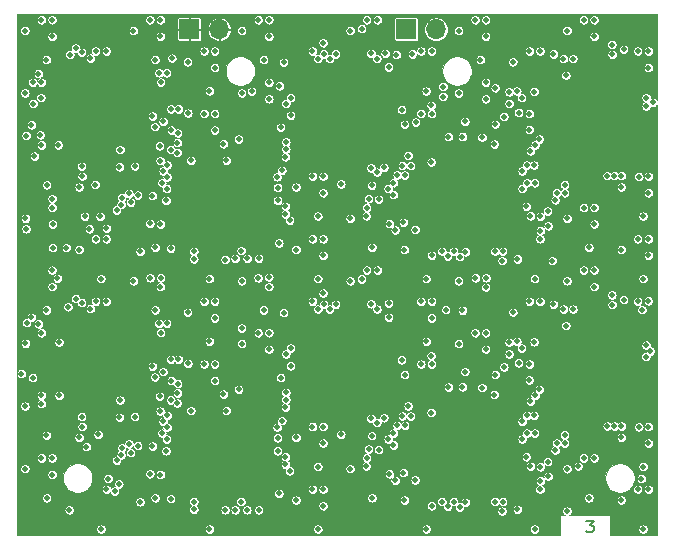
<source format=gbr>
G04 #@! TF.GenerationSoftware,KiCad,Pcbnew,(5.0.1)-3*
G04 #@! TF.CreationDate,2019-05-17T14:34:36+10:00*
G04 #@! TF.ProjectId,UVTV,555654562E6B696361645F7063620000,1*
G04 #@! TF.SameCoordinates,PX30291a0PY5aa5910*
G04 #@! TF.FileFunction,Copper,L3,Inr,Signal*
G04 #@! TF.FilePolarity,Positive*
%FSLAX46Y46*%
G04 Gerber Fmt 4.6, Leading zero omitted, Abs format (unit mm)*
G04 Created by KiCad (PCBNEW (5.0.1)-3) date 2019-05-17 2:34:36 PM*
%MOMM*%
%LPD*%
G01*
G04 APERTURE LIST*
G04 #@! TA.AperFunction,NonConductor*
%ADD10C,0.200000*%
G04 #@! TD*
G04 #@! TA.AperFunction,ViaPad*
%ADD11O,1.700000X1.700000*%
G04 #@! TD*
G04 #@! TA.AperFunction,ViaPad*
%ADD12R,1.700000X1.700000*%
G04 #@! TD*
G04 #@! TA.AperFunction,ViaPad*
%ADD13C,0.500000*%
G04 #@! TD*
G04 #@! TA.AperFunction,Conductor*
%ADD14C,0.100000*%
G04 #@! TD*
G04 APERTURE END LIST*
D10*
X48672857Y1697620D02*
X49291904Y1697620D01*
X48958571Y1316667D01*
X49101428Y1316667D01*
X49196666Y1269048D01*
X49244285Y1221429D01*
X49291904Y1126191D01*
X49291904Y888096D01*
X49244285Y792858D01*
X49196666Y745239D01*
X49101428Y697620D01*
X48815714Y697620D01*
X48720476Y745239D01*
X48672857Y792858D01*
D11*
G04 #@! TO.N,GND*
G04 #@! TO.C,J2*
X17600000Y43300000D03*
D12*
X15060000Y43300000D03*
G04 #@! TD*
D11*
G04 #@! TO.N,+3V3*
G04 #@! TO.C,J3*
X35960000Y43300000D03*
D12*
X33420000Y43300000D03*
G04 #@! TD*
D13*
G04 #@! TO.N,GND*
X5200000Y38250000D03*
X6200000Y38250000D03*
X7200000Y38250000D03*
X8200000Y38250000D03*
X9200000Y38250000D03*
X5200000Y37250000D03*
X6200000Y37250000D03*
X7200000Y37250000D03*
X8200000Y37250000D03*
X9200000Y37250000D03*
X5200000Y36250000D03*
X6200000Y36250000D03*
X7200000Y36250000D03*
X8200000Y36250000D03*
X9200000Y36250000D03*
X5200000Y35250000D03*
X6200000Y35250000D03*
X7200000Y35250000D03*
X8200000Y35250000D03*
X9200000Y35250000D03*
X5200000Y34250000D03*
X6200000Y34250000D03*
X7200000Y34250000D03*
X8200000Y34250000D03*
X9200000Y34250000D03*
X15700000Y31050000D03*
X16700000Y31050000D03*
X17700000Y31050000D03*
X18700000Y31050000D03*
X19700000Y31050000D03*
X15700000Y30050000D03*
X16700000Y30050000D03*
X17700000Y30050000D03*
X18700000Y30050000D03*
X19700000Y30050000D03*
X15700000Y29050000D03*
X16700000Y29050000D03*
X17700000Y29050000D03*
X18700000Y29050000D03*
X19700000Y29050000D03*
X15700000Y28050000D03*
X16700000Y28050000D03*
X17700000Y28050000D03*
X18700000Y28050000D03*
X19700000Y28050000D03*
X15700000Y27050000D03*
X16700000Y27050000D03*
X17700000Y27050000D03*
X18700000Y27050000D03*
X19700000Y27050000D03*
X26200000Y38250000D03*
X27200000Y38250000D03*
X28200000Y38250000D03*
X29200000Y38250000D03*
X30200000Y38250000D03*
X26200000Y37250000D03*
X27200000Y37250000D03*
X28200000Y37250000D03*
X29200000Y37250000D03*
X30200000Y37250000D03*
X26200000Y36250000D03*
X27200000Y36250000D03*
X28200000Y36250000D03*
X29200000Y36250000D03*
X30200000Y36250000D03*
X26200000Y35250000D03*
X27200000Y35250000D03*
X28200000Y35250000D03*
X29200000Y35250000D03*
X30200000Y35250000D03*
X26200000Y34250000D03*
X27200000Y34250000D03*
X28200000Y34250000D03*
X29200000Y34250000D03*
X30200000Y34250000D03*
X36700000Y31050000D03*
X37700000Y31050000D03*
X38700000Y31050000D03*
X39700000Y31050000D03*
X40700000Y31050000D03*
X36700000Y30050000D03*
X37700000Y30050000D03*
X38700000Y30050000D03*
X39700000Y30050000D03*
X40700000Y30050000D03*
X36700000Y29050000D03*
X37700000Y29050000D03*
X38700000Y29050000D03*
X39700000Y29050000D03*
X40700000Y29050000D03*
X36700000Y28050000D03*
X37700000Y28050000D03*
X38700000Y28050000D03*
X39700000Y28050000D03*
X40700000Y28050000D03*
X36700000Y27050000D03*
X37700000Y27050000D03*
X38700000Y27050000D03*
X39700000Y27050000D03*
X40700000Y27050000D03*
X47200000Y38250000D03*
X48200000Y38250000D03*
X49200000Y38250000D03*
X50200000Y38250000D03*
X51200000Y38250000D03*
X47200000Y37250000D03*
X48200000Y37250000D03*
X49200000Y37250000D03*
X50200000Y37250000D03*
X51200000Y37250000D03*
X47200000Y36250000D03*
X48200000Y36250000D03*
X49200000Y36250000D03*
X50200000Y36250000D03*
X51200000Y36250000D03*
X47200000Y35250000D03*
X48200000Y35250000D03*
X49200000Y35250000D03*
X50200000Y35250000D03*
X51200000Y35250000D03*
X47200000Y34250000D03*
X48200000Y34250000D03*
X49200000Y34250000D03*
X50200000Y34250000D03*
X51200000Y34250000D03*
X31700000Y27800000D03*
X11400006Y27500000D03*
X20150000Y35000006D03*
X41131144Y34620358D03*
X9200000Y17050000D03*
X5200000Y16050000D03*
X6200000Y17050000D03*
X7200000Y17050000D03*
X5200000Y17050000D03*
X8200000Y17050000D03*
X9200000Y16050000D03*
X7200000Y15050000D03*
X8200000Y16050000D03*
X6200000Y15050000D03*
X6200000Y13050000D03*
X16700000Y9850000D03*
X17700000Y9850000D03*
X8200000Y15050000D03*
X5200000Y14050000D03*
X18700000Y9850000D03*
X6200000Y16050000D03*
X15700000Y9850000D03*
X16700000Y8850000D03*
X7200000Y14050000D03*
X8200000Y14050000D03*
X9200000Y13050000D03*
X19700000Y8850000D03*
X5200000Y15050000D03*
X6200000Y14050000D03*
X7200000Y13050000D03*
X8200000Y13050000D03*
X18700000Y8850000D03*
X7200000Y16050000D03*
X17700000Y8850000D03*
X15700000Y7850000D03*
X9200000Y15050000D03*
X9200000Y14050000D03*
X19700000Y9850000D03*
X5200000Y13050000D03*
X16700000Y7850000D03*
X15700000Y8850000D03*
X17700000Y7850000D03*
X26200000Y16050000D03*
X18700000Y7850000D03*
X16700000Y5850000D03*
X29200000Y17050000D03*
X30200000Y17050000D03*
X19700000Y7850000D03*
X17700000Y6850000D03*
X28200000Y16050000D03*
X28200000Y17050000D03*
X17700000Y5850000D03*
X27200000Y15050000D03*
X27200000Y17050000D03*
X18700000Y6850000D03*
X18700000Y5850000D03*
X27200000Y16050000D03*
X28200000Y15050000D03*
X16700000Y6850000D03*
X19700000Y5850000D03*
X30200000Y15050000D03*
X29200000Y14050000D03*
X30200000Y14050000D03*
X15700000Y5850000D03*
X28200000Y14050000D03*
X19700000Y6850000D03*
X27200000Y14050000D03*
X26200000Y15050000D03*
X26200000Y17050000D03*
X30200000Y16050000D03*
X29200000Y16050000D03*
X26200000Y14050000D03*
X15700000Y6850000D03*
X29200000Y15050000D03*
X36700000Y5850000D03*
X40700000Y6850000D03*
X37700000Y5850000D03*
X38700000Y5850000D03*
X39700000Y6850000D03*
X37700000Y8850000D03*
X39700000Y5850000D03*
X40700000Y5850000D03*
X29200000Y13050000D03*
X36700000Y8850000D03*
X38700000Y8850000D03*
X40700000Y7850000D03*
X30200000Y13050000D03*
X37700000Y9850000D03*
X39700000Y9850000D03*
X36700000Y9850000D03*
X38700000Y7850000D03*
X28200000Y13050000D03*
X27200000Y13050000D03*
X40700000Y8850000D03*
X36700000Y6850000D03*
X37700000Y7850000D03*
X40700000Y9850000D03*
X26200000Y13050000D03*
X39700000Y8850000D03*
X39700000Y7850000D03*
X38700000Y6850000D03*
X38700000Y9850000D03*
X36700000Y7850000D03*
X37700000Y6850000D03*
X48200000Y13050000D03*
X49200000Y17050000D03*
X50200000Y14050000D03*
X48200000Y16050000D03*
X47200000Y16050000D03*
X49200000Y15050000D03*
X47200000Y15050000D03*
X47200000Y17050000D03*
X51200000Y16050000D03*
X48200000Y15050000D03*
X49200000Y14050000D03*
X51200000Y17050000D03*
X50200000Y16050000D03*
X49200000Y16050000D03*
X48200000Y17050000D03*
X49200000Y13050000D03*
X50200000Y17050000D03*
X47200000Y13050000D03*
X48200000Y14050000D03*
X51200000Y14050000D03*
X50200000Y13050000D03*
X51200000Y15050000D03*
X51200000Y13050000D03*
X50200000Y15050000D03*
X47200000Y14050000D03*
X31700000Y6600000D03*
X41131144Y13420358D03*
X11400006Y6300000D03*
X20150000Y13800006D03*
X1650000Y33450000D03*
X2050000Y28950000D03*
X1200000Y23400000D03*
X1250000Y24900000D03*
X1800000Y15550000D03*
X1700000Y19550000D03*
G04 #@! TO.N,+3V3*
X22800000Y35000000D03*
X33200000Y26950000D03*
X43850000Y34800000D03*
X11729869Y26861547D03*
X33200000Y5750000D03*
X22800000Y13800000D03*
X1800000Y13800000D03*
X43850000Y13600000D03*
X11729869Y5661547D03*
X1700000Y35200000D03*
G04 #@! TO.N,/G1A0*
X3450000Y44100018D03*
G04 #@! TO.N,/R1A0*
X2550000Y44100016D03*
G04 #@! TO.N,/B1A0*
X3450023Y42699977D03*
G04 #@! TO.N,/B1A1*
X6699992Y40850000D03*
G04 #@! TO.N,/R1A1*
X7139934Y41450022D03*
G04 #@! TO.N,/G1A1*
X8039934Y41450034D03*
G04 #@! TO.N,/G1A2*
X12629869Y44100024D03*
G04 #@! TO.N,/R1A2*
X11729869Y44100024D03*
G04 #@! TO.N,/B1A2*
X12629869Y42700000D03*
G04 #@! TO.N,/B1A3*
X17219803Y40050000D03*
X13600000Y40850000D03*
G04 #@! TO.N,/R1A3*
X16319803Y41450000D03*
G04 #@! TO.N,/G1A3*
X17219803Y41450000D03*
G04 #@! TO.N,/G1A4*
X2300026Y39550000D03*
G04 #@! TO.N,/R1A4*
X2550000Y38799973D03*
G04 #@! TO.N,/B1A4*
X1800000Y38800000D03*
G04 #@! TO.N,/B1A5*
X4950000Y41150000D03*
G04 #@! TO.N,/R1A5*
X5450000Y41700000D03*
G04 #@! TO.N,/G1A5*
X5950000Y41350000D03*
G04 #@! TO.N,/G1A6*
X12647769Y38817932D03*
G04 #@! TO.N,/R1A6*
X12500010Y39600000D03*
G04 #@! TO.N,/B1A6*
X13150000Y39600000D03*
G04 #@! TO.N,/B1A7*
X17219803Y34750001D03*
G04 #@! TO.N,/R1A7*
X16319803Y36150029D03*
G04 #@! TO.N,/G1A7*
X17219808Y36149996D03*
G04 #@! TO.N,/G1A8*
X3976024Y33499990D03*
G04 #@! TO.N,/R1A8*
X2550044Y33500000D03*
G04 #@! TO.N,/B1A8*
X2450000Y34350000D03*
G04 #@! TO.N,/B1A9*
X7100000Y30150000D03*
G04 #@! TO.N,/R1A9*
X6000000Y30850000D03*
G04 #@! TO.N,/G1A9*
X5950000Y31700000D03*
G04 #@! TO.N,/G1A10*
X12557091Y33427222D03*
X10450000Y31699998D03*
G04 #@! TO.N,/R1A10*
X9200000Y33100000D03*
G04 #@! TO.N,/B1A10*
X12593685Y32168195D03*
X9150000Y31650000D03*
G04 #@! TO.N,/B1A11*
X12146721Y35047169D03*
G04 #@! TO.N,/R1A11*
X12850000Y35499998D03*
G04 #@! TO.N,/G1A11*
X11950000Y35949998D03*
G04 #@! TO.N,/G1A12*
X3450000Y28200000D03*
G04 #@! TO.N,/R1A12*
X3450000Y28950008D03*
G04 #@! TO.N,/B1A12*
X3500008Y26800000D03*
G04 #@! TO.N,/B1A13*
X8049990Y26450000D03*
G04 #@! TO.N,/R1A13*
X7139934Y25549990D03*
G04 #@! TO.N,/G1A13*
X8039935Y25549999D03*
G04 #@! TO.N,/G1A14*
X9297445Y28452294D03*
G04 #@! TO.N,/R1A14*
X8906618Y27997027D03*
G04 #@! TO.N,/B1A14*
X12629869Y26800000D03*
G04 #@! TO.N,/B1A15*
X9950000Y29400000D03*
G04 #@! TO.N,/R1A15*
X10700000Y29250000D03*
G04 #@! TO.N,/G1A15*
X13100000Y28800000D03*
G04 #@! TO.N,/G1B0*
X21809738Y44100000D03*
G04 #@! TO.N,/R1B0*
X20909738Y44100000D03*
G04 #@! TO.N,/B1B0*
X21809738Y42700000D03*
G04 #@! TO.N,/B1B1*
X27450000Y41200000D03*
G04 #@! TO.N,/R1B1*
X25499673Y41450000D03*
G04 #@! TO.N,/G1B1*
X26400000Y42150000D03*
G04 #@! TO.N,/G1B2*
X30989607Y44100000D03*
G04 #@! TO.N,/R1B2*
X30089607Y44100000D03*
G04 #@! TO.N,/B1B2*
X29650000Y43350000D03*
G04 #@! TO.N,/B1B3*
X33949990Y41200000D03*
G04 #@! TO.N,/R1B3*
X34679542Y41449998D03*
G04 #@! TO.N,/G1B3*
X35579542Y41449998D03*
G04 #@! TO.N,/G1B4*
X21809738Y38800001D03*
G04 #@! TO.N,/R1B4*
X22700000Y38500000D03*
G04 #@! TO.N,/B1B4*
X21809738Y37400021D03*
G04 #@! TO.N,/B1B5*
X25950000Y40800000D03*
G04 #@! TO.N,/R1B5*
X26450000Y41200000D03*
G04 #@! TO.N,/G1B5*
X26950002Y40800000D03*
G04 #@! TO.N,/G1B6*
X31949998Y40100002D03*
G04 #@! TO.N,/R1B6*
X30950000Y40800000D03*
G04 #@! TO.N,/B1B6*
X30450000Y41249992D03*
G04 #@! TO.N,/B1B7*
X35550000Y36850000D03*
G04 #@! TO.N,/R1B7*
X34679542Y36150001D03*
G04 #@! TO.N,/G1B7*
X35579542Y36150001D03*
G04 #@! TO.N,/G1B8*
X23250000Y33150000D03*
G04 #@! TO.N,/R1B8*
X23249994Y33750000D03*
G04 #@! TO.N,/B1B8*
X23200000Y32499996D03*
G04 #@! TO.N,/B1B9*
X26399673Y29450000D03*
G04 #@! TO.N,/R1B9*
X25499673Y30850000D03*
G04 #@! TO.N,/G1B9*
X26399673Y30850000D03*
G04 #@! TO.N,/G1B10*
X31549979Y31600000D03*
G04 #@! TO.N,/R1B10*
X30950004Y31200000D03*
G04 #@! TO.N,/B1B10*
X30450000Y31550000D03*
G04 #@! TO.N,/B1B11*
X32659666Y30957333D03*
G04 #@! TO.N,/R1B11*
X33100000Y31750000D03*
G04 #@! TO.N,/G1B11*
X33600000Y32600000D03*
G04 #@! TO.N,/B1B12*
X23563449Y27110918D03*
G04 #@! TO.N,/R1B12*
X23203610Y28295908D03*
G04 #@! TO.N,/G1B12*
X23200000Y27650000D03*
G04 #@! TO.N,/G1B13*
X26399673Y25550000D03*
G04 #@! TO.N,/R1B13*
X25499673Y25550000D03*
G04 #@! TO.N,/B1B13*
X26399673Y24150000D03*
G04 #@! TO.N,/B1B14*
X30050000Y27500000D03*
G04 #@! TO.N,/R1B14*
X30089607Y28200000D03*
G04 #@! TO.N,/G1B14*
X30250000Y28950000D03*
G04 #@! TO.N,/G1B15*
X32500000Y26300000D03*
G04 #@! TO.N,/R1B15*
X32000000Y26850000D03*
G04 #@! TO.N,/B1B15*
X35579542Y24150000D03*
X31100000Y28900000D03*
G04 #@! TO.N,/B1C0*
X40169477Y42700000D03*
G04 #@! TO.N,/R1C0*
X39269477Y44100000D03*
G04 #@! TO.N,/G1C0*
X40169477Y44100000D03*
G04 #@! TO.N,/G1C1*
X44759411Y41450000D03*
G04 #@! TO.N,/R1C1*
X43859411Y41450000D03*
G04 #@! TO.N,/B1C1*
X45900000Y41200000D03*
G04 #@! TO.N,/B1C2*
X49349346Y42700000D03*
G04 #@! TO.N,/R1C2*
X48449346Y44100000D03*
G04 #@! TO.N,/G1C2*
X49349346Y44100000D03*
G04 #@! TO.N,/G1C3*
X53939281Y41450000D03*
G04 #@! TO.N,/R1C3*
X53039281Y41450000D03*
G04 #@! TO.N,/B1C3*
X53939281Y40050000D03*
G04 #@! TO.N,/B1C4*
X40169477Y37400001D03*
G04 #@! TO.N,/R1C4*
X40967157Y38332843D03*
G04 #@! TO.N,/G1C4*
X40169477Y38800001D03*
G04 #@! TO.N,/G1C5*
X47550000Y40800000D03*
G04 #@! TO.N,/R1C5*
X46750000Y40800000D03*
X43859402Y36149990D03*
G04 #@! TO.N,/B1C5*
X46950000Y39400000D03*
G04 #@! TO.N,/B1C6*
X50874274Y41175716D03*
G04 #@! TO.N,/R1C6*
X50850000Y42000000D03*
G04 #@! TO.N,/G1C6*
X51850000Y41600000D03*
G04 #@! TO.N,/G1C7*
X53749986Y36800000D03*
G04 #@! TO.N,/R1C7*
X53749990Y37500000D03*
G04 #@! TO.N,/B1C7*
X54300000Y37100000D03*
G04 #@! TO.N,/B1C8*
X43950000Y33000000D03*
G04 #@! TO.N,/R1C8*
X39849979Y34150000D03*
X44699996Y34000000D03*
G04 #@! TO.N,/G1C8*
X44350000Y33500000D03*
G04 #@! TO.N,/G1C9*
X46850000Y29450000D03*
G04 #@! TO.N,/R1C9*
X46850000Y30150000D03*
G04 #@! TO.N,/B1C9*
X46165031Y29450000D03*
G04 #@! TO.N,/G1C10*
X51650000Y30900000D03*
G04 #@! TO.N,/R1C10*
X51050000Y30899996D03*
G04 #@! TO.N,/B1C10*
X50450000Y30900000D03*
G04 #@! TO.N,/G1C11*
X53939281Y30850000D03*
G04 #@! TO.N,/R1C11*
X53126770Y30828212D03*
G04 #@! TO.N,/B1C11*
X53939281Y29450000D03*
G04 #@! TO.N,/B1C12*
X43956588Y27499980D03*
G04 #@! TO.N,/R1C12*
X45400000Y27899990D03*
G04 #@! TO.N,/G1C12*
X46050000Y28850002D03*
G04 #@! TO.N,/G1C13*
X44759398Y25550043D03*
G04 #@! TO.N,/R1C13*
X44800026Y26250000D03*
G04 #@! TO.N,/B1C13*
X45450000Y26650000D03*
G04 #@! TO.N,/B1C14*
X49349346Y26800000D03*
G04 #@! TO.N,/R1C14*
X48449346Y28200000D03*
G04 #@! TO.N,/G1C14*
X49349346Y28200000D03*
G04 #@! TO.N,/G1C15*
X53939281Y25550000D03*
G04 #@! TO.N,/R1C15*
X53039281Y25550000D03*
G04 #@! TO.N,/B1C15*
X53939281Y24150000D03*
G04 #@! TO.N,/B2A0*
X3449992Y21499992D03*
G04 #@! TO.N,/R2A0*
X3900000Y22200004D03*
G04 #@! TO.N,/G2A0*
X3449980Y22900000D03*
G04 #@! TO.N,/G2A1*
X8039934Y20250034D03*
G04 #@! TO.N,/R2A1*
X7139934Y20250022D03*
G04 #@! TO.N,/B2A1*
X6699992Y19650000D03*
G04 #@! TO.N,/B2A2*
X12629869Y21500000D03*
G04 #@! TO.N,/R2A2*
X11750000Y22250000D03*
G04 #@! TO.N,/G2A2*
X12649994Y22250000D03*
G04 #@! TO.N,/G2A3*
X17219803Y20250000D03*
G04 #@! TO.N,/R2A3*
X16319803Y20250000D03*
G04 #@! TO.N,/B2A3*
X17219803Y18850000D03*
G04 #@! TO.N,/B2A4*
X4050000Y16800000D03*
G04 #@! TO.N,/R2A4*
X2550000Y17599973D03*
G04 #@! TO.N,/G2A4*
X2300026Y18350000D03*
G04 #@! TO.N,/G2A5*
X5950000Y20150000D03*
G04 #@! TO.N,/R2A5*
X5450000Y20500000D03*
G04 #@! TO.N,/B2A5*
X4800000Y19800000D03*
G04 #@! TO.N,/B2A6*
X13150000Y18400000D03*
G04 #@! TO.N,/R2A6*
X12500010Y18400000D03*
G04 #@! TO.N,/G2A6*
X12647769Y17617932D03*
G04 #@! TO.N,/G2A7*
X17219808Y14949996D03*
G04 #@! TO.N,/R2A7*
X16319803Y14950029D03*
G04 #@! TO.N,/B2A7*
X17219803Y13550001D03*
G04 #@! TO.N,/B2A8*
X2550000Y11600000D03*
G04 #@! TO.N,/R2A8*
X2550044Y12300000D03*
G04 #@! TO.N,/G2A8*
X4050000Y12300000D03*
G04 #@! TO.N,/G2A9*
X5950000Y10500000D03*
G04 #@! TO.N,/R2A9*
X6000000Y9650000D03*
G04 #@! TO.N,/B2A9*
X7350000Y9000000D03*
G04 #@! TO.N,/B2A10*
X9150000Y10450000D03*
X12593685Y10968195D03*
G04 #@! TO.N,/R2A10*
X9200000Y11900000D03*
G04 #@! TO.N,/G2A10*
X10450000Y10499998D03*
X12557091Y12227222D03*
G04 #@! TO.N,/G2A11*
X11950000Y14749998D03*
G04 #@! TO.N,/R2A11*
X12850000Y14299998D03*
G04 #@! TO.N,/B2A11*
X12146721Y13847169D03*
G04 #@! TO.N,/B2A12*
X3450000Y5600000D03*
G04 #@! TO.N,/R2A12*
X2550006Y7000006D03*
G04 #@! TO.N,/G2A12*
X3450000Y6999980D03*
G04 #@! TO.N,/G2A13*
X8050032Y4349999D03*
G04 #@! TO.N,/R2A13*
X8200000Y5250000D03*
G04 #@! TO.N,/B2A13*
X8750000Y4200000D03*
G04 #@! TO.N,/B2A14*
X12629869Y5600000D03*
G04 #@! TO.N,/R2A14*
X8906618Y6797027D03*
G04 #@! TO.N,/G2A14*
X9297445Y7252294D03*
G04 #@! TO.N,/G2A15*
X13100000Y7600000D03*
G04 #@! TO.N,/R2A15*
X10700000Y8050000D03*
G04 #@! TO.N,/B2A15*
X9950000Y8200000D03*
G04 #@! TO.N,/G2B0*
X21800000Y22300000D03*
G04 #@! TO.N,/R2B0*
X20900000Y22250000D03*
G04 #@! TO.N,/B2B0*
X21809738Y21499988D03*
G04 #@! TO.N,/B2B1*
X27450000Y20000000D03*
G04 #@! TO.N,/R2B1*
X25499673Y20250000D03*
G04 #@! TO.N,/G2B1*
X26400000Y20950000D03*
G04 #@! TO.N,/G2B2*
X30989607Y22900000D03*
G04 #@! TO.N,/R2B2*
X30089607Y22900000D03*
G04 #@! TO.N,/B2B2*
X29650000Y22150000D03*
G04 #@! TO.N,/B2B3*
X35579542Y18850000D03*
G04 #@! TO.N,/R2B3*
X34679542Y20250000D03*
G04 #@! TO.N,/G2B3*
X35579542Y20250000D03*
G04 #@! TO.N,/G2B4*
X21809738Y17600001D03*
G04 #@! TO.N,/R2B4*
X20909738Y17600001D03*
G04 #@! TO.N,/B2B4*
X21809738Y16200021D03*
G04 #@! TO.N,/B2B5*
X25950000Y19600000D03*
G04 #@! TO.N,/R2B5*
X26450000Y20000000D03*
G04 #@! TO.N,/G2B5*
X26950002Y19600000D03*
G04 #@! TO.N,/G2B6*
X31949998Y18900002D03*
G04 #@! TO.N,/R2B6*
X30950000Y19600000D03*
G04 #@! TO.N,/B2B6*
X30450000Y20049992D03*
G04 #@! TO.N,/B2B7*
X35550000Y15650000D03*
G04 #@! TO.N,/R2B7*
X34679542Y14950001D03*
G04 #@! TO.N,/G2B7*
X35579542Y14950001D03*
G04 #@! TO.N,/G2B8*
X23250000Y11950000D03*
G04 #@! TO.N,/R2B8*
X23249994Y12550000D03*
G04 #@! TO.N,/B2B8*
X23200000Y11299996D03*
G04 #@! TO.N,/B2B9*
X26399673Y8250000D03*
G04 #@! TO.N,/R2B9*
X25499673Y9650000D03*
G04 #@! TO.N,/G2B9*
X26399673Y9650000D03*
G04 #@! TO.N,/G2B10*
X31549979Y10400000D03*
G04 #@! TO.N,/R2B10*
X30950004Y10000000D03*
G04 #@! TO.N,/B2B10*
X30450000Y10350000D03*
G04 #@! TO.N,/B2B11*
X32659666Y9757333D03*
G04 #@! TO.N,/R2B11*
X33100000Y10550000D03*
G04 #@! TO.N,/G2B11*
X33600000Y11400000D03*
G04 #@! TO.N,/G2B12*
X23200000Y6450000D03*
G04 #@! TO.N,/R2B12*
X23203610Y7095908D03*
G04 #@! TO.N,/B2B12*
X23563449Y5910918D03*
G04 #@! TO.N,/B2B13*
X26399673Y2950000D03*
G04 #@! TO.N,/R2B13*
X25499673Y4350000D03*
G04 #@! TO.N,/G2B13*
X26399673Y4350000D03*
G04 #@! TO.N,/G2B14*
X30250000Y7750000D03*
G04 #@! TO.N,/R2B14*
X30089607Y7000000D03*
G04 #@! TO.N,/B2B14*
X30050000Y6300000D03*
G04 #@! TO.N,/B2B15*
X35579542Y2950000D03*
X31100000Y7700000D03*
G04 #@! TO.N,/R2B15*
X32000000Y5650000D03*
G04 #@! TO.N,/G2B15*
X32500000Y5100000D03*
G04 #@! TO.N,/G2C0*
X40200000Y22250000D03*
G04 #@! TO.N,/R2C0*
X39300000Y22250000D03*
G04 #@! TO.N,/B2C0*
X40169477Y21449988D03*
G04 #@! TO.N,/B2C1*
X45900000Y20000000D03*
G04 #@! TO.N,/R2C1*
X43859411Y20250000D03*
G04 #@! TO.N,/G2C1*
X44759411Y20250000D03*
G04 #@! TO.N,/G2C2*
X49349346Y22900000D03*
G04 #@! TO.N,/R2C2*
X48449346Y22900000D03*
G04 #@! TO.N,/B2C2*
X49349346Y21500000D03*
G04 #@! TO.N,/B2C3*
X53400000Y19550000D03*
G04 #@! TO.N,/R2C3*
X53039281Y20250000D03*
G04 #@! TO.N,/G2C3*
X53932029Y20300012D03*
G04 #@! TO.N,/G2C4*
X40169477Y17600001D03*
G04 #@! TO.N,/R2C4*
X39269477Y17600001D03*
G04 #@! TO.N,/B2C4*
X40169477Y16200001D03*
G04 #@! TO.N,/B2C5*
X46950000Y18200000D03*
G04 #@! TO.N,/R2C5*
X46750000Y19600000D03*
X43859402Y14949990D03*
G04 #@! TO.N,/G2C5*
X47550000Y19600000D03*
G04 #@! TO.N,/G2C6*
X51850000Y20400000D03*
G04 #@! TO.N,/R2C6*
X50850000Y20800000D03*
G04 #@! TO.N,/B2C6*
X50874274Y19975716D03*
G04 #@! TO.N,/B2C7*
X54100000Y16050000D03*
G04 #@! TO.N,/R2C7*
X53750000Y16550000D03*
G04 #@! TO.N,/G2C7*
X53731628Y15576379D03*
G04 #@! TO.N,/G2C8*
X44350000Y12300000D03*
G04 #@! TO.N,/R2C8*
X44699996Y12800000D03*
X39849979Y12950000D03*
G04 #@! TO.N,/B2C8*
X43950000Y11800000D03*
G04 #@! TO.N,/B2C9*
X46165031Y8250000D03*
G04 #@! TO.N,/R2C9*
X46850000Y8950000D03*
G04 #@! TO.N,/G2C9*
X46850000Y8250000D03*
G04 #@! TO.N,/G2C10*
X51650000Y9700000D03*
G04 #@! TO.N,/R2C10*
X51050000Y9699996D03*
G04 #@! TO.N,/B2C10*
X50450000Y9700000D03*
G04 #@! TO.N,/B2C11*
X53939281Y8250000D03*
G04 #@! TO.N,/R2C11*
X53126770Y9628212D03*
G04 #@! TO.N,/G2C11*
X53939281Y9650000D03*
G04 #@! TO.N,/G2C12*
X46050000Y7650002D03*
G04 #@! TO.N,/R2C12*
X45400000Y6699990D03*
G04 #@! TO.N,/B2C12*
X43956588Y6299980D03*
G04 #@! TO.N,/G2C13*
X44759398Y4350043D03*
G04 #@! TO.N,/R2C13*
X44800026Y5050000D03*
G04 #@! TO.N,/B2C13*
X45450000Y5450000D03*
G04 #@! TO.N,/B2C14*
X48000000Y6300000D03*
G04 #@! TO.N,/R2C14*
X48449346Y7000000D03*
G04 #@! TO.N,/G2C14*
X49349346Y7000000D03*
G04 #@! TO.N,/G2C15*
X53939281Y4350000D03*
G04 #@! TO.N,/R2C15*
X53039281Y4350000D03*
G04 #@! TO.N,/B2C15*
X53350000Y5250000D03*
G04 #@! TO.N,/UV1A0*
X2965000Y40725000D03*
X13496030Y33109741D03*
G04 #@! TO.N,/UV1A1*
X12179869Y40725000D03*
X13500000Y36550006D03*
G04 #@! TO.N,/UV1A2*
X16769803Y38075000D03*
G04 #@! TO.N,/UV1A3*
X20350000Y38050000D03*
G04 #@! TO.N,/UV1A4*
X13200002Y30800000D03*
G04 #@! TO.N,/UV1A5*
X14091845Y34499989D03*
G04 #@! TO.N,/UV1A6*
X18200000Y32200002D03*
G04 #@! TO.N,/UV1A7*
X22499996Y30800000D03*
G04 #@! TO.N,/UV1A8*
X2999990Y30125000D03*
X6600000Y26400000D03*
G04 #@! TO.N,/UV1A9*
X15450000Y24500000D03*
X10097581Y28644696D03*
G04 #@! TO.N,/UV1A10*
X18950000Y23900010D03*
G04 #@! TO.N,/UV1A11*
X25949673Y27475001D03*
G04 #@! TO.N,/UV1A12*
X3500000Y24800000D03*
G04 #@! TO.N,/UV1A13*
X12179869Y24825000D03*
G04 #@! TO.N,/UV1A14*
X16769787Y22174984D03*
G04 #@! TO.N,/UV1A15*
X25949673Y22175000D03*
G04 #@! TO.N,/UV1B0*
X17950000Y33600000D03*
G04 #@! TO.N,/UV1B1*
X21359738Y40725000D03*
G04 #@! TO.N,/UV1B2*
X15200002Y32200000D03*
G04 #@! TO.N,/UV1B3*
X22550000Y29899990D03*
G04 #@! TO.N,/UV1B4*
X13500000Y24750000D03*
X7519198Y27456788D03*
G04 #@! TO.N,/UV1B5*
X22550000Y28800000D03*
G04 #@! TO.N,/UV1B6*
X7589934Y22175000D03*
G04 #@! TO.N,/UV1B7*
X22649994Y25200000D03*
G04 #@! TO.N,/UV1B8*
X38200023Y34213866D03*
X35119422Y38064880D03*
G04 #@! TO.N,/UV1B9*
X43250000Y31300000D03*
G04 #@! TO.N,/UV1B10*
X37000021Y34200000D03*
G04 #@! TO.N,/UV1B11*
X43250000Y29800000D03*
G04 #@! TO.N,/UV1B12*
X37450000Y24500000D03*
G04 #@! TO.N,/UV1B13*
X43600000Y28300000D03*
G04 #@! TO.N,/UV1B14*
X35129542Y22175000D03*
G04 #@! TO.N,/UV1B15*
X48899346Y24825000D03*
G04 #@! TO.N,/UV1C0*
X34239233Y35436402D03*
X31653276Y41252817D03*
G04 #@! TO.N,/UV1C1*
X39719507Y40725000D03*
G04 #@! TO.N,/UV1C2*
X44259411Y38024903D03*
G04 #@! TO.N,/UV1C3*
X44250023Y31800000D03*
G04 #@! TO.N,/UV1C4*
X33300000Y30950000D03*
G04 #@! TO.N,/UV1C5*
X38399985Y35500033D03*
G04 #@! TO.N,/UV1C6*
X40891181Y33573925D03*
G04 #@! TO.N,/UV1C7*
X44300000Y30300000D03*
G04 #@! TO.N,/UV1C8*
X30518070Y30082110D03*
G04 #@! TO.N,/UV1C9*
X36450009Y24500010D03*
G04 #@! TO.N,/UV1C10*
X40950000Y24500000D03*
X44788350Y27449360D03*
G04 #@! TO.N,/UV1C11*
X53489281Y27475001D03*
G04 #@! TO.N,/UV1C12*
X30539607Y24825000D03*
G04 #@! TO.N,/UV1C13*
X37950000Y24050021D03*
G04 #@! TO.N,/UV1C14*
X44309411Y22175000D03*
G04 #@! TO.N,/UV1C15*
X53489281Y22175000D03*
G04 #@! TO.N,/UV2A0*
X2965000Y19525000D03*
X13496030Y11909741D03*
G04 #@! TO.N,/UV2A1*
X13500000Y15350006D03*
X12179869Y19525000D03*
G04 #@! TO.N,/UV2A2*
X16769803Y16875000D03*
G04 #@! TO.N,/UV2A3*
X19500000Y18000000D03*
G04 #@! TO.N,/UV2A4*
X13200002Y9600000D03*
G04 #@! TO.N,/UV2A5*
X14091845Y13299989D03*
G04 #@! TO.N,/UV2A6*
X18200000Y11000002D03*
G04 #@! TO.N,/UV2A7*
X22499996Y9600000D03*
G04 #@! TO.N,/UV2A8*
X2965000Y8925000D03*
X9100000Y4800000D03*
G04 #@! TO.N,/UV2A9*
X15450000Y3300000D03*
X10097581Y7444696D03*
G04 #@! TO.N,/UV2A10*
X18950000Y2600000D03*
G04 #@! TO.N,/UV2A11*
X25949673Y6275001D03*
G04 #@! TO.N,/UV2A12*
X3000000Y3625000D03*
G04 #@! TO.N,/UV2A13*
X12179869Y3625000D03*
G04 #@! TO.N,/UV2A14*
X16769787Y974984D03*
G04 #@! TO.N,/UV2A15*
X25949673Y975000D03*
G04 #@! TO.N,/UV2B0*
X17950000Y12400000D03*
G04 #@! TO.N,/UV2B1*
X21359738Y19525000D03*
G04 #@! TO.N,/UV2B2*
X15200002Y11000000D03*
G04 #@! TO.N,/UV2B3*
X22550000Y8699990D03*
G04 #@! TO.N,/UV2B4*
X13500000Y3550000D03*
G04 #@! TO.N,/UV2B5*
X22550000Y7600000D03*
G04 #@! TO.N,/UV2B6*
X7589934Y975000D03*
G04 #@! TO.N,/UV2B7*
X22649994Y4000000D03*
G04 #@! TO.N,/UV2B8*
X38200023Y13013866D03*
X35129542Y16875000D03*
G04 #@! TO.N,/UV2B9*
X43250000Y10100000D03*
G04 #@! TO.N,/UV2B10*
X37000021Y13000000D03*
G04 #@! TO.N,/UV2B11*
X43250000Y8600000D03*
G04 #@! TO.N,/UV2B12*
X37450000Y3300000D03*
G04 #@! TO.N,/UV2B13*
X43600000Y7100000D03*
G04 #@! TO.N,/UV2B14*
X35129542Y975000D03*
G04 #@! TO.N,/UV2B15*
X48899346Y3625000D03*
G04 #@! TO.N,/UV2C0*
X31950000Y20100000D03*
G04 #@! TO.N,/UV2C1*
X38200000Y19500000D03*
G04 #@! TO.N,/UV2C2*
X44259411Y16824903D03*
G04 #@! TO.N,/UV2C3*
X44250023Y10600000D03*
G04 #@! TO.N,/UV2C4*
X33300000Y9750000D03*
G04 #@! TO.N,/UV2C5*
X38399985Y14300033D03*
G04 #@! TO.N,/UV2C6*
X40891181Y12373925D03*
G04 #@! TO.N,/UV2C7*
X44300000Y9100000D03*
G04 #@! TO.N,/UV2C8*
X30518070Y8882110D03*
G04 #@! TO.N,/UV2C9*
X36450009Y3300010D03*
G04 #@! TO.N,/UV2C10*
X40950000Y3300000D03*
X44788350Y6249360D03*
G04 #@! TO.N,/UV2C11*
X53489281Y6275001D03*
G04 #@! TO.N,/UV2C12*
X30539607Y3625000D03*
G04 #@! TO.N,/UV2C13*
X37950000Y2850006D03*
G04 #@! TO.N,/UV2C14*
X44309411Y975000D03*
G04 #@! TO.N,/UV2C15*
X53489281Y975000D03*
G04 #@! TO.N,/V1A0*
X1150000Y43187500D03*
X14038400Y32848862D03*
G04 #@! TO.N,/V1A1*
X10329869Y43187500D03*
X14150000Y36550004D03*
G04 #@! TO.N,/V1A2*
X14919803Y40537500D03*
G04 #@! TO.N,/V1A3*
X23050000Y40500000D03*
G04 #@! TO.N,/V1A4*
X1150000Y37900000D03*
X12850006Y31300000D03*
G04 #@! TO.N,/V1A5*
X13544105Y34752655D03*
G04 #@! TO.N,/V1A6*
X19250000Y33999984D03*
X14950000Y36200000D03*
G04 #@! TO.N,/V1A7*
X22900000Y31350000D03*
G04 #@! TO.N,/V1A8*
X6200000Y27450000D03*
X1950002Y32550000D03*
G04 #@! TO.N,/V1A9*
X15450000Y23850043D03*
X9350032Y29050000D03*
G04 #@! TO.N,/V1A10*
X19971485Y23900010D03*
G04 #@! TO.N,/V1A11*
X24101430Y29935743D03*
G04 #@! TO.N,/V1A12*
X4650000Y24800000D03*
X1200010Y27287500D03*
G04 #@! TO.N,/V1A13*
X10900000Y24486329D03*
G04 #@! TO.N,/V1A14*
X18100010Y23800000D03*
G04 #@! TO.N,/V1A15*
X24099673Y24637500D03*
G04 #@! TO.N,/V1B0*
X14063497Y33699978D03*
G04 #@! TO.N,/V1B1*
X19509738Y43187500D03*
G04 #@! TO.N,/V1B2*
X13200000Y31800004D03*
G04 #@! TO.N,/V1B3*
X19509738Y37887501D03*
G04 #@! TO.N,/V1B4*
X5739934Y29937500D03*
G04 #@! TO.N,/V1B5*
X20950000Y23900010D03*
G04 #@! TO.N,/V1B6*
X5739934Y24637500D03*
G04 #@! TO.N,/V1B7*
X19460741Y24546971D03*
G04 #@! TO.N,/V1B8*
X32600002Y41150000D03*
X36549998Y37600000D03*
G04 #@! TO.N,/V1B9*
X47049346Y43187500D03*
X42796835Y38064571D03*
G04 #@! TO.N,/V1B10*
X33293864Y35251823D03*
G04 #@! TO.N,/V1B11*
X41700000Y35900000D03*
G04 #@! TO.N,/V1B12*
X34182848Y26332852D03*
G04 #@! TO.N,/V1B13*
X45800000Y23700000D03*
G04 #@! TO.N,/V1B14*
X33279542Y24637500D03*
G04 #@! TO.N,/V1B15*
X47055972Y27280874D03*
X42850000Y23850000D03*
G04 #@! TO.N,/V1C0*
X28689607Y43187500D03*
X36550000Y38450000D03*
G04 #@! TO.N,/V1C1*
X37869477Y43187500D03*
G04 #@! TO.N,/V1C2*
X42459411Y40537500D03*
X42150000Y38000000D03*
G04 #@! TO.N,/V1C3*
X43650010Y31800000D03*
G04 #@! TO.N,/V1C4*
X33800000Y31750000D03*
G04 #@! TO.N,/V1C5*
X37869477Y37887501D03*
G04 #@! TO.N,/V1C6*
X40972593Y35255248D03*
G04 #@! TO.N,/V1C7*
X43650006Y30300000D03*
G04 #@! TO.N,/V1C8*
X27900000Y30200000D03*
G04 #@! TO.N,/V1C9*
X36950000Y24100000D03*
G04 #@! TO.N,/V1C10*
X41600000Y24500006D03*
G04 #@! TO.N,/V1C11*
X51639281Y29937500D03*
G04 #@! TO.N,/V1C12*
X28689607Y27287500D03*
G04 #@! TO.N,/V1C13*
X38450000Y24450031D03*
G04 #@! TO.N,/V1C14*
X41550000Y23700000D03*
G04 #@! TO.N,/V1C15*
X51639281Y24637500D03*
G04 #@! TO.N,/V2A0*
X14038400Y11648862D03*
G04 #@! TO.N,/V2A1*
X10329869Y21987500D03*
X14150000Y15350004D03*
G04 #@! TO.N,/V2A2*
X14919803Y19337500D03*
G04 #@! TO.N,/V2A3*
X23050000Y19300000D03*
G04 #@! TO.N,/V2A4*
X12850006Y10100000D03*
X1200010Y16700000D03*
G04 #@! TO.N,/V2A5*
X13544105Y13552655D03*
G04 #@! TO.N,/V2A6*
X19250000Y12799984D03*
X14950000Y15000000D03*
G04 #@! TO.N,/V2A7*
X22900000Y10150000D03*
G04 #@! TO.N,/V2A8*
X6350000Y7950000D03*
X1150000Y11387500D03*
G04 #@! TO.N,/V2A9*
X15450000Y2650043D03*
X9349988Y7850000D03*
G04 #@! TO.N,/V2A10*
X19950010Y2600000D03*
G04 #@! TO.N,/V2A11*
X24101430Y8735743D03*
G04 #@! TO.N,/V2A12*
X1150000Y6087500D03*
G04 #@! TO.N,/V2A13*
X10900000Y3286329D03*
G04 #@! TO.N,/V2A14*
X18100010Y2600000D03*
G04 #@! TO.N,/V2A15*
X24099673Y3437500D03*
G04 #@! TO.N,/V2B0*
X14063497Y12499978D03*
G04 #@! TO.N,/V2B1*
X19509738Y21987500D03*
G04 #@! TO.N,/V2B2*
X13200000Y10600004D03*
G04 #@! TO.N,/V2B3*
X19509738Y16687501D03*
G04 #@! TO.N,/V2B4*
X5739934Y8737500D03*
G04 #@! TO.N,/V2B5*
X20950000Y2600000D03*
G04 #@! TO.N,/V2B6*
X4900002Y2600000D03*
G04 #@! TO.N,/V2B7*
X19447181Y3303288D03*
G04 #@! TO.N,/V2B8*
X36779563Y19550000D03*
G04 #@! TO.N,/V2B9*
X47049346Y21987500D03*
X42796835Y16864571D03*
G04 #@! TO.N,/V2B10*
X33293864Y14051823D03*
G04 #@! TO.N,/V2B11*
X41700000Y14700000D03*
G04 #@! TO.N,/V2B12*
X34182848Y5132852D03*
G04 #@! TO.N,/V2B13*
X47050000Y2500000D03*
G04 #@! TO.N,/V2B14*
X33279542Y3437500D03*
G04 #@! TO.N,/V2B15*
X47055972Y6080874D03*
X42850000Y2650000D03*
G04 #@! TO.N,/V2C0*
X28689607Y21987500D03*
G04 #@! TO.N,/V2C1*
X37869477Y21987500D03*
G04 #@! TO.N,/V2C2*
X42459411Y19337500D03*
X42150000Y16800000D03*
G04 #@! TO.N,/V2C3*
X43650010Y10600000D03*
G04 #@! TO.N,/V2C4*
X33800000Y10550000D03*
G04 #@! TO.N,/V2C5*
X37869477Y16687501D03*
G04 #@! TO.N,/V2C6*
X40972593Y14055248D03*
G04 #@! TO.N,/V2C7*
X43650006Y9100000D03*
G04 #@! TO.N,/V2C8*
X27900000Y9000000D03*
G04 #@! TO.N,/V2C9*
X36950000Y2900000D03*
G04 #@! TO.N,/V2C10*
X41600000Y3300006D03*
G04 #@! TO.N,/V2C11*
X51639281Y8737500D03*
G04 #@! TO.N,/V2C12*
X28689607Y6087500D03*
G04 #@! TO.N,/V2C13*
X38450000Y3250016D03*
G04 #@! TO.N,/V2C14*
X41550000Y2500000D03*
G04 #@! TO.N,/V2C15*
X51639281Y3437500D03*
G04 #@! TO.N,Net-(U-RGB1B-Pad7)*
X35549989Y32050000D03*
X33050000Y36500000D03*
G04 #@! TO.N,Net-(U-RGB2B-Pad7)*
X35549989Y10850000D03*
X33050000Y15300000D03*
G04 #@! TO.N,/LAT1*
X23650000Y37499979D03*
X12750000Y30300000D03*
X43200000Y37500000D03*
X32350000Y30300006D03*
X2500000Y37500000D03*
G04 #@! TO.N,/SCLK1*
X23250000Y37000000D03*
X13150000Y29800000D03*
X31900000Y29800000D03*
X42150000Y37000000D03*
X1850000Y37000000D03*
X1250000Y26400000D03*
G04 #@! TO.N,/GSCLK1*
X23650000Y36000000D03*
X11950000Y29200000D03*
X32350000Y29300000D03*
X42950000Y36250000D03*
X1250000Y34300000D03*
G04 #@! TO.N,/LAT2*
X12750000Y9100000D03*
X32350000Y9100006D03*
X23650000Y16299979D03*
X43200000Y16300000D03*
X1699996Y18900000D03*
G04 #@! TO.N,/SCLK2*
X13150000Y8600000D03*
X23250000Y15800000D03*
X31900000Y8600000D03*
X42150000Y15800000D03*
X1299996Y18450000D03*
G04 #@! TO.N,/GSCLK2*
X11950000Y8000000D03*
X23650000Y14800000D03*
X42950000Y15050000D03*
X32350000Y8100000D03*
X849998Y14150000D03*
G04 #@! TD*
D14*
G04 #@! TO.N,GND*
G36*
X54650000Y37296168D02*
X54610700Y37354985D01*
X54554985Y37410700D01*
X54489471Y37454475D01*
X54416676Y37484628D01*
X54339397Y37500000D01*
X54260603Y37500000D01*
X54183324Y37484628D01*
X54149990Y37470820D01*
X54149990Y37539397D01*
X54134618Y37616676D01*
X54104465Y37689471D01*
X54060690Y37754985D01*
X54004975Y37810700D01*
X53939461Y37854475D01*
X53866666Y37884628D01*
X53789387Y37900000D01*
X53710593Y37900000D01*
X53633314Y37884628D01*
X53560519Y37854475D01*
X53495005Y37810700D01*
X53439290Y37754985D01*
X53395515Y37689471D01*
X53365362Y37616676D01*
X53349990Y37539397D01*
X53349990Y37460603D01*
X53365362Y37383324D01*
X53395515Y37310529D01*
X53439290Y37245015D01*
X53495005Y37189300D01*
X53553820Y37150001D01*
X53495001Y37110700D01*
X53439286Y37054985D01*
X53395511Y36989471D01*
X53365358Y36916676D01*
X53349986Y36839397D01*
X53349986Y36760603D01*
X53365358Y36683324D01*
X53395511Y36610529D01*
X53439286Y36545015D01*
X53495001Y36489300D01*
X53560515Y36445525D01*
X53633310Y36415372D01*
X53710589Y36400000D01*
X53789383Y36400000D01*
X53866662Y36415372D01*
X53939457Y36445525D01*
X54004971Y36489300D01*
X54060686Y36545015D01*
X54104461Y36610529D01*
X54134614Y36683324D01*
X54144211Y36731573D01*
X54183324Y36715372D01*
X54260603Y36700000D01*
X54339397Y36700000D01*
X54416676Y36715372D01*
X54489471Y36745525D01*
X54554985Y36789300D01*
X54610700Y36845015D01*
X54650000Y36903832D01*
X54650000Y450000D01*
X50700000Y450000D01*
X50700000Y1014397D01*
X53089281Y1014397D01*
X53089281Y935603D01*
X53104653Y858324D01*
X53134806Y785529D01*
X53178581Y720015D01*
X53234296Y664300D01*
X53299810Y620525D01*
X53372605Y590372D01*
X53449884Y575000D01*
X53528678Y575000D01*
X53605957Y590372D01*
X53678752Y620525D01*
X53744266Y664300D01*
X53799981Y720015D01*
X53843756Y785529D01*
X53873909Y858324D01*
X53889281Y935603D01*
X53889281Y1014397D01*
X53873909Y1091676D01*
X53843756Y1164471D01*
X53799981Y1229985D01*
X53744266Y1285700D01*
X53678752Y1329475D01*
X53605957Y1359628D01*
X53528678Y1375000D01*
X53449884Y1375000D01*
X53372605Y1359628D01*
X53299810Y1329475D01*
X53234296Y1285700D01*
X53178581Y1229985D01*
X53134806Y1164471D01*
X53104653Y1091676D01*
X53089281Y1014397D01*
X50700000Y1014397D01*
X50700000Y2100000D01*
X50696194Y2119134D01*
X50685355Y2135355D01*
X50669134Y2146194D01*
X50650000Y2150000D01*
X47246168Y2150000D01*
X47304985Y2189300D01*
X47360700Y2245015D01*
X47404475Y2310529D01*
X47434628Y2383324D01*
X47450000Y2460603D01*
X47450000Y2539397D01*
X47434628Y2616676D01*
X47404475Y2689471D01*
X47360700Y2754985D01*
X47304985Y2810700D01*
X47239471Y2854475D01*
X47166676Y2884628D01*
X47089397Y2900000D01*
X47010603Y2900000D01*
X46933324Y2884628D01*
X46860529Y2854475D01*
X46795015Y2810700D01*
X46739300Y2754985D01*
X46695525Y2689471D01*
X46665372Y2616676D01*
X46650000Y2539397D01*
X46650000Y2460603D01*
X46665372Y2383324D01*
X46695525Y2310529D01*
X46739300Y2245015D01*
X46795015Y2189300D01*
X46853832Y2150000D01*
X46500000Y2150000D01*
X46480866Y2146194D01*
X46464645Y2135355D01*
X46453806Y2119134D01*
X46450000Y2100000D01*
X46450000Y450000D01*
X450000Y450000D01*
X450000Y1014397D01*
X7189934Y1014397D01*
X7189934Y935603D01*
X7205306Y858324D01*
X7235459Y785529D01*
X7279234Y720015D01*
X7334949Y664300D01*
X7400463Y620525D01*
X7473258Y590372D01*
X7550537Y575000D01*
X7629331Y575000D01*
X7706610Y590372D01*
X7779405Y620525D01*
X7844919Y664300D01*
X7900634Y720015D01*
X7944409Y785529D01*
X7974562Y858324D01*
X7989934Y935603D01*
X7989934Y1014381D01*
X16369787Y1014381D01*
X16369787Y935587D01*
X16385159Y858308D01*
X16415312Y785513D01*
X16459087Y719999D01*
X16514802Y664284D01*
X16580316Y620509D01*
X16653111Y590356D01*
X16730390Y574984D01*
X16809184Y574984D01*
X16886463Y590356D01*
X16959258Y620509D01*
X17024772Y664284D01*
X17080487Y719999D01*
X17124262Y785513D01*
X17154415Y858308D01*
X17169787Y935587D01*
X17169787Y1014381D01*
X17169784Y1014397D01*
X25549673Y1014397D01*
X25549673Y935603D01*
X25565045Y858324D01*
X25595198Y785529D01*
X25638973Y720015D01*
X25694688Y664300D01*
X25760202Y620525D01*
X25832997Y590372D01*
X25910276Y575000D01*
X25989070Y575000D01*
X26066349Y590372D01*
X26139144Y620525D01*
X26204658Y664300D01*
X26260373Y720015D01*
X26304148Y785529D01*
X26334301Y858324D01*
X26349673Y935603D01*
X26349673Y1014397D01*
X34729542Y1014397D01*
X34729542Y935603D01*
X34744914Y858324D01*
X34775067Y785529D01*
X34818842Y720015D01*
X34874557Y664300D01*
X34940071Y620525D01*
X35012866Y590372D01*
X35090145Y575000D01*
X35168939Y575000D01*
X35246218Y590372D01*
X35319013Y620525D01*
X35384527Y664300D01*
X35440242Y720015D01*
X35484017Y785529D01*
X35514170Y858324D01*
X35529542Y935603D01*
X35529542Y1014397D01*
X43909411Y1014397D01*
X43909411Y935603D01*
X43924783Y858324D01*
X43954936Y785529D01*
X43998711Y720015D01*
X44054426Y664300D01*
X44119940Y620525D01*
X44192735Y590372D01*
X44270014Y575000D01*
X44348808Y575000D01*
X44426087Y590372D01*
X44498882Y620525D01*
X44564396Y664300D01*
X44620111Y720015D01*
X44663886Y785529D01*
X44694039Y858324D01*
X44709411Y935603D01*
X44709411Y1014397D01*
X44694039Y1091676D01*
X44663886Y1164471D01*
X44620111Y1229985D01*
X44564396Y1285700D01*
X44498882Y1329475D01*
X44426087Y1359628D01*
X44348808Y1375000D01*
X44270014Y1375000D01*
X44192735Y1359628D01*
X44119940Y1329475D01*
X44054426Y1285700D01*
X43998711Y1229985D01*
X43954936Y1164471D01*
X43924783Y1091676D01*
X43909411Y1014397D01*
X35529542Y1014397D01*
X35514170Y1091676D01*
X35484017Y1164471D01*
X35440242Y1229985D01*
X35384527Y1285700D01*
X35319013Y1329475D01*
X35246218Y1359628D01*
X35168939Y1375000D01*
X35090145Y1375000D01*
X35012866Y1359628D01*
X34940071Y1329475D01*
X34874557Y1285700D01*
X34818842Y1229985D01*
X34775067Y1164471D01*
X34744914Y1091676D01*
X34729542Y1014397D01*
X26349673Y1014397D01*
X26334301Y1091676D01*
X26304148Y1164471D01*
X26260373Y1229985D01*
X26204658Y1285700D01*
X26139144Y1329475D01*
X26066349Y1359628D01*
X25989070Y1375000D01*
X25910276Y1375000D01*
X25832997Y1359628D01*
X25760202Y1329475D01*
X25694688Y1285700D01*
X25638973Y1229985D01*
X25595198Y1164471D01*
X25565045Y1091676D01*
X25549673Y1014397D01*
X17169784Y1014397D01*
X17154415Y1091660D01*
X17124262Y1164455D01*
X17080487Y1229969D01*
X17024772Y1285684D01*
X16959258Y1329459D01*
X16886463Y1359612D01*
X16809184Y1374984D01*
X16730390Y1374984D01*
X16653111Y1359612D01*
X16580316Y1329459D01*
X16514802Y1285684D01*
X16459087Y1229969D01*
X16415312Y1164455D01*
X16385159Y1091660D01*
X16369787Y1014381D01*
X7989934Y1014381D01*
X7989934Y1014397D01*
X7974562Y1091676D01*
X7944409Y1164471D01*
X7900634Y1229985D01*
X7844919Y1285700D01*
X7779405Y1329475D01*
X7706610Y1359628D01*
X7629331Y1375000D01*
X7550537Y1375000D01*
X7473258Y1359628D01*
X7400463Y1329475D01*
X7334949Y1285700D01*
X7279234Y1229985D01*
X7235459Y1164471D01*
X7205306Y1091676D01*
X7189934Y1014397D01*
X450000Y1014397D01*
X450000Y2639397D01*
X4500002Y2639397D01*
X4500002Y2560603D01*
X4515374Y2483324D01*
X4545527Y2410529D01*
X4589302Y2345015D01*
X4645017Y2289300D01*
X4710531Y2245525D01*
X4783326Y2215372D01*
X4860605Y2200000D01*
X4939399Y2200000D01*
X5016678Y2215372D01*
X5089473Y2245525D01*
X5154987Y2289300D01*
X5210702Y2345015D01*
X5254477Y2410529D01*
X5284630Y2483324D01*
X5300002Y2560603D01*
X5300002Y2639397D01*
X5284630Y2716676D01*
X5254477Y2789471D01*
X5210702Y2854985D01*
X5154987Y2910700D01*
X5089473Y2954475D01*
X5016678Y2984628D01*
X4939399Y3000000D01*
X4860605Y3000000D01*
X4783326Y2984628D01*
X4710531Y2954475D01*
X4645017Y2910700D01*
X4589302Y2854985D01*
X4545527Y2789471D01*
X4515374Y2716676D01*
X4500002Y2639397D01*
X450000Y2639397D01*
X450000Y3664397D01*
X2600000Y3664397D01*
X2600000Y3585603D01*
X2615372Y3508324D01*
X2645525Y3435529D01*
X2689300Y3370015D01*
X2745015Y3314300D01*
X2810529Y3270525D01*
X2883324Y3240372D01*
X2960603Y3225000D01*
X3039397Y3225000D01*
X3116676Y3240372D01*
X3189471Y3270525D01*
X3254985Y3314300D01*
X3266411Y3325726D01*
X10500000Y3325726D01*
X10500000Y3246932D01*
X10515372Y3169653D01*
X10545525Y3096858D01*
X10589300Y3031344D01*
X10645015Y2975629D01*
X10710529Y2931854D01*
X10783324Y2901701D01*
X10860603Y2886329D01*
X10939397Y2886329D01*
X11016676Y2901701D01*
X11089471Y2931854D01*
X11154985Y2975629D01*
X11210700Y3031344D01*
X11254475Y3096858D01*
X11284628Y3169653D01*
X11300000Y3246932D01*
X11300000Y3325726D01*
X11284628Y3403005D01*
X11254475Y3475800D01*
X11210700Y3541314D01*
X11154985Y3597029D01*
X11089471Y3640804D01*
X11032514Y3664397D01*
X11779869Y3664397D01*
X11779869Y3585603D01*
X11795241Y3508324D01*
X11825394Y3435529D01*
X11869169Y3370015D01*
X11924884Y3314300D01*
X11990398Y3270525D01*
X12063193Y3240372D01*
X12140472Y3225000D01*
X12219266Y3225000D01*
X12296545Y3240372D01*
X12369340Y3270525D01*
X12434854Y3314300D01*
X12490569Y3370015D01*
X12534344Y3435529D01*
X12564497Y3508324D01*
X12579869Y3585603D01*
X12579869Y3589397D01*
X13100000Y3589397D01*
X13100000Y3510603D01*
X13115372Y3433324D01*
X13145525Y3360529D01*
X13189300Y3295015D01*
X13245015Y3239300D01*
X13310529Y3195525D01*
X13383324Y3165372D01*
X13460603Y3150000D01*
X13539397Y3150000D01*
X13616676Y3165372D01*
X13689471Y3195525D01*
X13754985Y3239300D01*
X13810700Y3295015D01*
X13840355Y3339397D01*
X15050000Y3339397D01*
X15050000Y3260603D01*
X15065372Y3183324D01*
X15095525Y3110529D01*
X15139300Y3045015D01*
X15195015Y2989300D01*
X15216384Y2975022D01*
X15195015Y2960743D01*
X15139300Y2905028D01*
X15095525Y2839514D01*
X15065372Y2766719D01*
X15050000Y2689440D01*
X15050000Y2610646D01*
X15065372Y2533367D01*
X15095525Y2460572D01*
X15139300Y2395058D01*
X15195015Y2339343D01*
X15260529Y2295568D01*
X15333324Y2265415D01*
X15410603Y2250043D01*
X15489397Y2250043D01*
X15566676Y2265415D01*
X15639471Y2295568D01*
X15704985Y2339343D01*
X15760700Y2395058D01*
X15804475Y2460572D01*
X15834628Y2533367D01*
X15850000Y2610646D01*
X15850000Y2639397D01*
X17700010Y2639397D01*
X17700010Y2560603D01*
X17715382Y2483324D01*
X17745535Y2410529D01*
X17789310Y2345015D01*
X17845025Y2289300D01*
X17910539Y2245525D01*
X17983334Y2215372D01*
X18060613Y2200000D01*
X18139407Y2200000D01*
X18216686Y2215372D01*
X18289481Y2245525D01*
X18354995Y2289300D01*
X18410710Y2345015D01*
X18454485Y2410529D01*
X18484638Y2483324D01*
X18500010Y2560603D01*
X18500010Y2639397D01*
X18550000Y2639397D01*
X18550000Y2560603D01*
X18565372Y2483324D01*
X18595525Y2410529D01*
X18639300Y2345015D01*
X18695015Y2289300D01*
X18760529Y2245525D01*
X18833324Y2215372D01*
X18910603Y2200000D01*
X18989397Y2200000D01*
X19066676Y2215372D01*
X19139471Y2245525D01*
X19204985Y2289300D01*
X19260700Y2345015D01*
X19304475Y2410529D01*
X19334628Y2483324D01*
X19350000Y2560603D01*
X19350000Y2639397D01*
X19550010Y2639397D01*
X19550010Y2560603D01*
X19565382Y2483324D01*
X19595535Y2410529D01*
X19639310Y2345015D01*
X19695025Y2289300D01*
X19760539Y2245525D01*
X19833334Y2215372D01*
X19910613Y2200000D01*
X19989407Y2200000D01*
X20066686Y2215372D01*
X20139481Y2245525D01*
X20204995Y2289300D01*
X20260710Y2345015D01*
X20304485Y2410529D01*
X20334638Y2483324D01*
X20350010Y2560603D01*
X20350010Y2639397D01*
X20550000Y2639397D01*
X20550000Y2560603D01*
X20565372Y2483324D01*
X20595525Y2410529D01*
X20639300Y2345015D01*
X20695015Y2289300D01*
X20760529Y2245525D01*
X20833324Y2215372D01*
X20910603Y2200000D01*
X20989397Y2200000D01*
X21066676Y2215372D01*
X21139471Y2245525D01*
X21204985Y2289300D01*
X21260700Y2345015D01*
X21304475Y2410529D01*
X21334628Y2483324D01*
X21350000Y2560603D01*
X21350000Y2639397D01*
X21334628Y2716676D01*
X21304475Y2789471D01*
X21260700Y2854985D01*
X21204985Y2910700D01*
X21139471Y2954475D01*
X21066676Y2984628D01*
X21042702Y2989397D01*
X25999673Y2989397D01*
X25999673Y2910603D01*
X26015045Y2833324D01*
X26045198Y2760529D01*
X26088973Y2695015D01*
X26144688Y2639300D01*
X26210202Y2595525D01*
X26282997Y2565372D01*
X26360276Y2550000D01*
X26439070Y2550000D01*
X26516349Y2565372D01*
X26589144Y2595525D01*
X26654658Y2639300D01*
X26710373Y2695015D01*
X26754148Y2760529D01*
X26784301Y2833324D01*
X26799673Y2910603D01*
X26799673Y2989397D01*
X35179542Y2989397D01*
X35179542Y2910603D01*
X35194914Y2833324D01*
X35225067Y2760529D01*
X35268842Y2695015D01*
X35324557Y2639300D01*
X35390071Y2595525D01*
X35462866Y2565372D01*
X35540145Y2550000D01*
X35618939Y2550000D01*
X35696218Y2565372D01*
X35769013Y2595525D01*
X35834527Y2639300D01*
X35890242Y2695015D01*
X35934017Y2760529D01*
X35964170Y2833324D01*
X35979542Y2910603D01*
X35979542Y2989397D01*
X35964170Y3066676D01*
X35934017Y3139471D01*
X35890242Y3204985D01*
X35834527Y3260700D01*
X35769013Y3304475D01*
X35696218Y3334628D01*
X35672193Y3339407D01*
X36050009Y3339407D01*
X36050009Y3260613D01*
X36065381Y3183334D01*
X36095534Y3110539D01*
X36139309Y3045025D01*
X36195024Y2989310D01*
X36260538Y2945535D01*
X36333333Y2915382D01*
X36410612Y2900010D01*
X36489406Y2900010D01*
X36550000Y2912063D01*
X36550000Y2860603D01*
X36565372Y2783324D01*
X36595525Y2710529D01*
X36639300Y2645015D01*
X36695015Y2589300D01*
X36760529Y2545525D01*
X36833324Y2515372D01*
X36910603Y2500000D01*
X36989397Y2500000D01*
X37066676Y2515372D01*
X37139471Y2545525D01*
X37204985Y2589300D01*
X37260700Y2645015D01*
X37304475Y2710529D01*
X37334628Y2783324D01*
X37350000Y2860603D01*
X37350000Y2912055D01*
X37410603Y2900000D01*
X37489397Y2900000D01*
X37554691Y2912988D01*
X37550000Y2889403D01*
X37550000Y2810609D01*
X37565372Y2733330D01*
X37595525Y2660535D01*
X37639300Y2595021D01*
X37695015Y2539306D01*
X37760529Y2495531D01*
X37833324Y2465378D01*
X37910603Y2450006D01*
X37989397Y2450006D01*
X38066676Y2465378D01*
X38139471Y2495531D01*
X38204985Y2539306D01*
X38205076Y2539397D01*
X41150000Y2539397D01*
X41150000Y2460603D01*
X41165372Y2383324D01*
X41195525Y2310529D01*
X41239300Y2245015D01*
X41295015Y2189300D01*
X41360529Y2145525D01*
X41433324Y2115372D01*
X41510603Y2100000D01*
X41589397Y2100000D01*
X41666676Y2115372D01*
X41739471Y2145525D01*
X41804985Y2189300D01*
X41860700Y2245015D01*
X41904475Y2310529D01*
X41934628Y2383324D01*
X41950000Y2460603D01*
X41950000Y2539397D01*
X41934628Y2616676D01*
X41904506Y2689397D01*
X42450000Y2689397D01*
X42450000Y2610603D01*
X42465372Y2533324D01*
X42495525Y2460529D01*
X42539300Y2395015D01*
X42595015Y2339300D01*
X42660529Y2295525D01*
X42733324Y2265372D01*
X42810603Y2250000D01*
X42889397Y2250000D01*
X42966676Y2265372D01*
X43039471Y2295525D01*
X43104985Y2339300D01*
X43160700Y2395015D01*
X43204475Y2460529D01*
X43234628Y2533324D01*
X43250000Y2610603D01*
X43250000Y2689397D01*
X43234628Y2766676D01*
X43204475Y2839471D01*
X43160700Y2904985D01*
X43104985Y2960700D01*
X43039471Y3004475D01*
X42966676Y3034628D01*
X42889397Y3050000D01*
X42810603Y3050000D01*
X42733324Y3034628D01*
X42660529Y3004475D01*
X42595015Y2960700D01*
X42539300Y2904985D01*
X42495525Y2839471D01*
X42465372Y2766676D01*
X42450000Y2689397D01*
X41904506Y2689397D01*
X41904475Y2689471D01*
X41860700Y2754985D01*
X41804985Y2810700D01*
X41739471Y2854475D01*
X41666676Y2884628D01*
X41589397Y2900000D01*
X41510603Y2900000D01*
X41433324Y2884628D01*
X41360529Y2854475D01*
X41295015Y2810700D01*
X41239300Y2754985D01*
X41195525Y2689471D01*
X41165372Y2616676D01*
X41150000Y2539397D01*
X38205076Y2539397D01*
X38260700Y2595021D01*
X38304475Y2660535D01*
X38334628Y2733330D01*
X38350000Y2810609D01*
X38350000Y2862071D01*
X38410603Y2850016D01*
X38489397Y2850016D01*
X38566676Y2865388D01*
X38639471Y2895541D01*
X38704985Y2939316D01*
X38760700Y2995031D01*
X38804475Y3060545D01*
X38834628Y3133340D01*
X38850000Y3210619D01*
X38850000Y3289413D01*
X38840058Y3339397D01*
X40550000Y3339397D01*
X40550000Y3260603D01*
X40565372Y3183324D01*
X40595525Y3110529D01*
X40639300Y3045015D01*
X40695015Y2989300D01*
X40760529Y2945525D01*
X40833324Y2915372D01*
X40910603Y2900000D01*
X40989397Y2900000D01*
X41066676Y2915372D01*
X41139471Y2945525D01*
X41204985Y2989300D01*
X41260700Y3045015D01*
X41275002Y3066419D01*
X41289300Y3045021D01*
X41345015Y2989306D01*
X41410529Y2945531D01*
X41483324Y2915378D01*
X41560603Y2900006D01*
X41639397Y2900006D01*
X41716676Y2915378D01*
X41789471Y2945531D01*
X41854985Y2989306D01*
X41910700Y3045021D01*
X41954475Y3110535D01*
X41984628Y3183330D01*
X42000000Y3260609D01*
X42000000Y3339403D01*
X41984628Y3416682D01*
X41954475Y3489477D01*
X41910700Y3554991D01*
X41854985Y3610706D01*
X41789471Y3654481D01*
X41765532Y3664397D01*
X48499346Y3664397D01*
X48499346Y3585603D01*
X48514718Y3508324D01*
X48544871Y3435529D01*
X48588646Y3370015D01*
X48644361Y3314300D01*
X48709875Y3270525D01*
X48782670Y3240372D01*
X48859949Y3225000D01*
X48938743Y3225000D01*
X49016022Y3240372D01*
X49088817Y3270525D01*
X49154331Y3314300D01*
X49210046Y3370015D01*
X49253821Y3435529D01*
X49270956Y3476897D01*
X51239281Y3476897D01*
X51239281Y3398103D01*
X51254653Y3320824D01*
X51284806Y3248029D01*
X51328581Y3182515D01*
X51384296Y3126800D01*
X51449810Y3083025D01*
X51522605Y3052872D01*
X51599884Y3037500D01*
X51678678Y3037500D01*
X51755957Y3052872D01*
X51828752Y3083025D01*
X51894266Y3126800D01*
X51949981Y3182515D01*
X51993756Y3248029D01*
X52023909Y3320824D01*
X52039281Y3398103D01*
X52039281Y3476897D01*
X52023909Y3554176D01*
X51993756Y3626971D01*
X51949981Y3692485D01*
X51894266Y3748200D01*
X51828752Y3791975D01*
X51755957Y3822128D01*
X51678678Y3837500D01*
X51599884Y3837500D01*
X51522605Y3822128D01*
X51449810Y3791975D01*
X51384296Y3748200D01*
X51328581Y3692485D01*
X51284806Y3626971D01*
X51254653Y3554176D01*
X51239281Y3476897D01*
X49270956Y3476897D01*
X49283974Y3508324D01*
X49299346Y3585603D01*
X49299346Y3664397D01*
X49283974Y3741676D01*
X49253821Y3814471D01*
X49210046Y3879985D01*
X49154331Y3935700D01*
X49088817Y3979475D01*
X49016022Y4009628D01*
X48938743Y4025000D01*
X48859949Y4025000D01*
X48782670Y4009628D01*
X48709875Y3979475D01*
X48644361Y3935700D01*
X48588646Y3879985D01*
X48544871Y3814471D01*
X48514718Y3741676D01*
X48499346Y3664397D01*
X41765532Y3664397D01*
X41716676Y3684634D01*
X41639397Y3700006D01*
X41560603Y3700006D01*
X41483324Y3684634D01*
X41410529Y3654481D01*
X41345015Y3610706D01*
X41289300Y3554991D01*
X41274998Y3533587D01*
X41260700Y3554985D01*
X41204985Y3610700D01*
X41139471Y3654475D01*
X41066676Y3684628D01*
X40989397Y3700000D01*
X40910603Y3700000D01*
X40833324Y3684628D01*
X40760529Y3654475D01*
X40695015Y3610700D01*
X40639300Y3554985D01*
X40595525Y3489471D01*
X40565372Y3416676D01*
X40550000Y3339397D01*
X38840058Y3339397D01*
X38834628Y3366692D01*
X38804475Y3439487D01*
X38760700Y3505001D01*
X38704985Y3560716D01*
X38639471Y3604491D01*
X38566676Y3634644D01*
X38489397Y3650016D01*
X38410603Y3650016D01*
X38333324Y3634644D01*
X38260529Y3604491D01*
X38195015Y3560716D01*
X38139300Y3505001D01*
X38095525Y3439487D01*
X38065372Y3366692D01*
X38050000Y3289413D01*
X38050000Y3237951D01*
X37989397Y3250006D01*
X37910603Y3250006D01*
X37845309Y3237018D01*
X37850000Y3260603D01*
X37850000Y3339397D01*
X37834628Y3416676D01*
X37804475Y3489471D01*
X37760700Y3554985D01*
X37704985Y3610700D01*
X37639471Y3654475D01*
X37566676Y3684628D01*
X37489397Y3700000D01*
X37410603Y3700000D01*
X37333324Y3684628D01*
X37260529Y3654475D01*
X37195015Y3610700D01*
X37139300Y3554985D01*
X37095525Y3489471D01*
X37065372Y3416676D01*
X37050000Y3339397D01*
X37050000Y3287945D01*
X36989397Y3300000D01*
X36910603Y3300000D01*
X36850009Y3287947D01*
X36850009Y3339407D01*
X36834637Y3416686D01*
X36804484Y3489481D01*
X36760709Y3554995D01*
X36704994Y3610710D01*
X36639480Y3654485D01*
X36566685Y3684638D01*
X36489406Y3700010D01*
X36410612Y3700010D01*
X36333333Y3684638D01*
X36260538Y3654485D01*
X36195024Y3610710D01*
X36139309Y3554995D01*
X36095534Y3489481D01*
X36065381Y3416686D01*
X36050009Y3339407D01*
X35672193Y3339407D01*
X35618939Y3350000D01*
X35540145Y3350000D01*
X35462866Y3334628D01*
X35390071Y3304475D01*
X35324557Y3260700D01*
X35268842Y3204985D01*
X35225067Y3139471D01*
X35194914Y3066676D01*
X35179542Y2989397D01*
X26799673Y2989397D01*
X26784301Y3066676D01*
X26754148Y3139471D01*
X26710373Y3204985D01*
X26654658Y3260700D01*
X26589144Y3304475D01*
X26516349Y3334628D01*
X26439070Y3350000D01*
X26360276Y3350000D01*
X26282997Y3334628D01*
X26210202Y3304475D01*
X26144688Y3260700D01*
X26088973Y3204985D01*
X26045198Y3139471D01*
X26015045Y3066676D01*
X25999673Y2989397D01*
X21042702Y2989397D01*
X20989397Y3000000D01*
X20910603Y3000000D01*
X20833324Y2984628D01*
X20760529Y2954475D01*
X20695015Y2910700D01*
X20639300Y2854985D01*
X20595525Y2789471D01*
X20565372Y2716676D01*
X20550000Y2639397D01*
X20350010Y2639397D01*
X20334638Y2716676D01*
X20304485Y2789471D01*
X20260710Y2854985D01*
X20204995Y2910700D01*
X20139481Y2954475D01*
X20066686Y2984628D01*
X19989407Y3000000D01*
X19910613Y3000000D01*
X19833334Y2984628D01*
X19760539Y2954475D01*
X19695025Y2910700D01*
X19639310Y2854985D01*
X19595535Y2789471D01*
X19565382Y2716676D01*
X19550010Y2639397D01*
X19350000Y2639397D01*
X19334628Y2716676D01*
X19304475Y2789471D01*
X19260700Y2854985D01*
X19204985Y2910700D01*
X19139471Y2954475D01*
X19066676Y2984628D01*
X18989397Y3000000D01*
X18910603Y3000000D01*
X18833324Y2984628D01*
X18760529Y2954475D01*
X18695015Y2910700D01*
X18639300Y2854985D01*
X18595525Y2789471D01*
X18565372Y2716676D01*
X18550000Y2639397D01*
X18500010Y2639397D01*
X18484638Y2716676D01*
X18454485Y2789471D01*
X18410710Y2854985D01*
X18354995Y2910700D01*
X18289481Y2954475D01*
X18216686Y2984628D01*
X18139407Y3000000D01*
X18060613Y3000000D01*
X17983334Y2984628D01*
X17910539Y2954475D01*
X17845025Y2910700D01*
X17789310Y2854985D01*
X17745535Y2789471D01*
X17715382Y2716676D01*
X17700010Y2639397D01*
X15850000Y2639397D01*
X15850000Y2689440D01*
X15834628Y2766719D01*
X15804475Y2839514D01*
X15760700Y2905028D01*
X15704985Y2960743D01*
X15683616Y2975022D01*
X15704985Y2989300D01*
X15760700Y3045015D01*
X15804475Y3110529D01*
X15834628Y3183324D01*
X15850000Y3260603D01*
X15850000Y3339397D01*
X15849346Y3342685D01*
X19047181Y3342685D01*
X19047181Y3263891D01*
X19062553Y3186612D01*
X19092706Y3113817D01*
X19136481Y3048303D01*
X19192196Y2992588D01*
X19257710Y2948813D01*
X19330505Y2918660D01*
X19407784Y2903288D01*
X19486578Y2903288D01*
X19563857Y2918660D01*
X19636652Y2948813D01*
X19702166Y2992588D01*
X19757881Y3048303D01*
X19801656Y3113817D01*
X19831809Y3186612D01*
X19847181Y3263891D01*
X19847181Y3342685D01*
X19831809Y3419964D01*
X19808227Y3476897D01*
X23699673Y3476897D01*
X23699673Y3398103D01*
X23715045Y3320824D01*
X23745198Y3248029D01*
X23788973Y3182515D01*
X23844688Y3126800D01*
X23910202Y3083025D01*
X23982997Y3052872D01*
X24060276Y3037500D01*
X24139070Y3037500D01*
X24216349Y3052872D01*
X24289144Y3083025D01*
X24354658Y3126800D01*
X24410373Y3182515D01*
X24454148Y3248029D01*
X24484301Y3320824D01*
X24499673Y3398103D01*
X24499673Y3476897D01*
X24484301Y3554176D01*
X24454148Y3626971D01*
X24429141Y3664397D01*
X30139607Y3664397D01*
X30139607Y3585603D01*
X30154979Y3508324D01*
X30185132Y3435529D01*
X30228907Y3370015D01*
X30284622Y3314300D01*
X30350136Y3270525D01*
X30422931Y3240372D01*
X30500210Y3225000D01*
X30579004Y3225000D01*
X30656283Y3240372D01*
X30729078Y3270525D01*
X30794592Y3314300D01*
X30850307Y3370015D01*
X30894082Y3435529D01*
X30911217Y3476897D01*
X32879542Y3476897D01*
X32879542Y3398103D01*
X32894914Y3320824D01*
X32925067Y3248029D01*
X32968842Y3182515D01*
X33024557Y3126800D01*
X33090071Y3083025D01*
X33162866Y3052872D01*
X33240145Y3037500D01*
X33318939Y3037500D01*
X33396218Y3052872D01*
X33469013Y3083025D01*
X33534527Y3126800D01*
X33590242Y3182515D01*
X33634017Y3248029D01*
X33664170Y3320824D01*
X33679542Y3398103D01*
X33679542Y3476897D01*
X33664170Y3554176D01*
X33634017Y3626971D01*
X33590242Y3692485D01*
X33534527Y3748200D01*
X33469013Y3791975D01*
X33396218Y3822128D01*
X33318939Y3837500D01*
X33240145Y3837500D01*
X33162866Y3822128D01*
X33090071Y3791975D01*
X33024557Y3748200D01*
X32968842Y3692485D01*
X32925067Y3626971D01*
X32894914Y3554176D01*
X32879542Y3476897D01*
X30911217Y3476897D01*
X30924235Y3508324D01*
X30939607Y3585603D01*
X30939607Y3664397D01*
X30924235Y3741676D01*
X30894082Y3814471D01*
X30850307Y3879985D01*
X30794592Y3935700D01*
X30729078Y3979475D01*
X30656283Y4009628D01*
X30579004Y4025000D01*
X30500210Y4025000D01*
X30422931Y4009628D01*
X30350136Y3979475D01*
X30284622Y3935700D01*
X30228907Y3879985D01*
X30185132Y3814471D01*
X30154979Y3741676D01*
X30139607Y3664397D01*
X24429141Y3664397D01*
X24410373Y3692485D01*
X24354658Y3748200D01*
X24289144Y3791975D01*
X24216349Y3822128D01*
X24139070Y3837500D01*
X24060276Y3837500D01*
X23982997Y3822128D01*
X23910202Y3791975D01*
X23844688Y3748200D01*
X23788973Y3692485D01*
X23745198Y3626971D01*
X23715045Y3554176D01*
X23699673Y3476897D01*
X19808227Y3476897D01*
X19801656Y3492759D01*
X19757881Y3558273D01*
X19702166Y3613988D01*
X19636652Y3657763D01*
X19563857Y3687916D01*
X19486578Y3703288D01*
X19407784Y3703288D01*
X19330505Y3687916D01*
X19257710Y3657763D01*
X19192196Y3613988D01*
X19136481Y3558273D01*
X19092706Y3492759D01*
X19062553Y3419964D01*
X19047181Y3342685D01*
X15849346Y3342685D01*
X15834628Y3416676D01*
X15804475Y3489471D01*
X15760700Y3554985D01*
X15704985Y3610700D01*
X15639471Y3654475D01*
X15566676Y3684628D01*
X15489397Y3700000D01*
X15410603Y3700000D01*
X15333324Y3684628D01*
X15260529Y3654475D01*
X15195015Y3610700D01*
X15139300Y3554985D01*
X15095525Y3489471D01*
X15065372Y3416676D01*
X15050000Y3339397D01*
X13840355Y3339397D01*
X13854475Y3360529D01*
X13884628Y3433324D01*
X13900000Y3510603D01*
X13900000Y3589397D01*
X13884628Y3666676D01*
X13854475Y3739471D01*
X13810700Y3804985D01*
X13754985Y3860700D01*
X13689471Y3904475D01*
X13616676Y3934628D01*
X13539397Y3950000D01*
X13460603Y3950000D01*
X13383324Y3934628D01*
X13310529Y3904475D01*
X13245015Y3860700D01*
X13189300Y3804985D01*
X13145525Y3739471D01*
X13115372Y3666676D01*
X13100000Y3589397D01*
X12579869Y3589397D01*
X12579869Y3664397D01*
X12564497Y3741676D01*
X12534344Y3814471D01*
X12490569Y3879985D01*
X12434854Y3935700D01*
X12369340Y3979475D01*
X12296545Y4009628D01*
X12219266Y4025000D01*
X12140472Y4025000D01*
X12063193Y4009628D01*
X11990398Y3979475D01*
X11924884Y3935700D01*
X11869169Y3879985D01*
X11825394Y3814471D01*
X11795241Y3741676D01*
X11779869Y3664397D01*
X11032514Y3664397D01*
X11016676Y3670957D01*
X10939397Y3686329D01*
X10860603Y3686329D01*
X10783324Y3670957D01*
X10710529Y3640804D01*
X10645015Y3597029D01*
X10589300Y3541314D01*
X10545525Y3475800D01*
X10515372Y3403005D01*
X10500000Y3325726D01*
X3266411Y3325726D01*
X3310700Y3370015D01*
X3354475Y3435529D01*
X3384628Y3508324D01*
X3400000Y3585603D01*
X3400000Y3664397D01*
X3384628Y3741676D01*
X3354475Y3814471D01*
X3310700Y3879985D01*
X3254985Y3935700D01*
X3189471Y3979475D01*
X3116676Y4009628D01*
X3039397Y4025000D01*
X2960603Y4025000D01*
X2883324Y4009628D01*
X2810529Y3979475D01*
X2745015Y3935700D01*
X2689300Y3879985D01*
X2645525Y3814471D01*
X2615372Y3741676D01*
X2600000Y3664397D01*
X450000Y3664397D01*
X450000Y5639397D01*
X3050000Y5639397D01*
X3050000Y5560603D01*
X3065372Y5483324D01*
X3095525Y5410529D01*
X3139300Y5345015D01*
X3195015Y5289300D01*
X3260529Y5245525D01*
X3333324Y5215372D01*
X3410603Y5200000D01*
X3489397Y5200000D01*
X3566676Y5215372D01*
X3639471Y5245525D01*
X3704985Y5289300D01*
X3760700Y5345015D01*
X3804475Y5410529D01*
X3809687Y5423114D01*
X4370000Y5423114D01*
X4370000Y5176886D01*
X4418037Y4935389D01*
X4512265Y4707903D01*
X4649062Y4503172D01*
X4823172Y4329062D01*
X5027903Y4192265D01*
X5255389Y4098037D01*
X5496886Y4050000D01*
X5743114Y4050000D01*
X5984611Y4098037D01*
X6212097Y4192265D01*
X6416828Y4329062D01*
X6477162Y4389396D01*
X7650032Y4389396D01*
X7650032Y4310602D01*
X7665404Y4233323D01*
X7695557Y4160528D01*
X7739332Y4095014D01*
X7795047Y4039299D01*
X7860561Y3995524D01*
X7933356Y3965371D01*
X8010635Y3949999D01*
X8089429Y3949999D01*
X8166708Y3965371D01*
X8239503Y3995524D01*
X8305017Y4039299D01*
X8360732Y4095014D01*
X8362516Y4097683D01*
X8365372Y4083324D01*
X8395525Y4010529D01*
X8439300Y3945015D01*
X8495015Y3889300D01*
X8560529Y3845525D01*
X8633324Y3815372D01*
X8710603Y3800000D01*
X8789397Y3800000D01*
X8866676Y3815372D01*
X8939471Y3845525D01*
X9004985Y3889300D01*
X9060700Y3945015D01*
X9104475Y4010529D01*
X9116432Y4039397D01*
X22249994Y4039397D01*
X22249994Y3960603D01*
X22265366Y3883324D01*
X22295519Y3810529D01*
X22339294Y3745015D01*
X22395009Y3689300D01*
X22460523Y3645525D01*
X22533318Y3615372D01*
X22610597Y3600000D01*
X22689391Y3600000D01*
X22766670Y3615372D01*
X22839465Y3645525D01*
X22904979Y3689300D01*
X22960694Y3745015D01*
X23004469Y3810529D01*
X23034622Y3883324D01*
X23049994Y3960603D01*
X23049994Y4039397D01*
X23034622Y4116676D01*
X23004469Y4189471D01*
X22960694Y4254985D01*
X22904979Y4310700D01*
X22839465Y4354475D01*
X22766670Y4384628D01*
X22742696Y4389397D01*
X25099673Y4389397D01*
X25099673Y4310603D01*
X25115045Y4233324D01*
X25145198Y4160529D01*
X25188973Y4095015D01*
X25244688Y4039300D01*
X25310202Y3995525D01*
X25382997Y3965372D01*
X25460276Y3950000D01*
X25539070Y3950000D01*
X25616349Y3965372D01*
X25689144Y3995525D01*
X25754658Y4039300D01*
X25810373Y4095015D01*
X25854148Y4160529D01*
X25884301Y4233324D01*
X25899673Y4310603D01*
X25899673Y4389397D01*
X25999673Y4389397D01*
X25999673Y4310603D01*
X26015045Y4233324D01*
X26045198Y4160529D01*
X26088973Y4095015D01*
X26144688Y4039300D01*
X26210202Y3995525D01*
X26282997Y3965372D01*
X26360276Y3950000D01*
X26439070Y3950000D01*
X26516349Y3965372D01*
X26589144Y3995525D01*
X26654658Y4039300D01*
X26710373Y4095015D01*
X26754148Y4160529D01*
X26784301Y4233324D01*
X26799673Y4310603D01*
X26799673Y4389397D01*
X26799665Y4389440D01*
X44359398Y4389440D01*
X44359398Y4310646D01*
X44374770Y4233367D01*
X44404923Y4160572D01*
X44448698Y4095058D01*
X44504413Y4039343D01*
X44569927Y3995568D01*
X44642722Y3965415D01*
X44720001Y3950043D01*
X44798795Y3950043D01*
X44876074Y3965415D01*
X44948869Y3995568D01*
X45014383Y4039343D01*
X45070098Y4095058D01*
X45113873Y4160572D01*
X45144026Y4233367D01*
X45159398Y4310646D01*
X45159398Y4389440D01*
X45144026Y4466719D01*
X45113873Y4539514D01*
X45070098Y4605028D01*
X45014383Y4660743D01*
X44972725Y4688578D01*
X44989497Y4695525D01*
X45055011Y4739300D01*
X45110726Y4795015D01*
X45154501Y4860529D01*
X45184654Y4933324D01*
X45200026Y5010603D01*
X45200026Y5089397D01*
X45188879Y5145436D01*
X45195015Y5139300D01*
X45260529Y5095525D01*
X45333324Y5065372D01*
X45410603Y5050000D01*
X45489397Y5050000D01*
X45566676Y5065372D01*
X45639471Y5095525D01*
X45704985Y5139300D01*
X45760700Y5195015D01*
X45804475Y5260529D01*
X45834628Y5333324D01*
X45850000Y5410603D01*
X45850000Y5423114D01*
X50270000Y5423114D01*
X50270000Y5176886D01*
X50318037Y4935389D01*
X50412265Y4707903D01*
X50549062Y4503172D01*
X50723172Y4329062D01*
X50927903Y4192265D01*
X51155389Y4098037D01*
X51396886Y4050000D01*
X51643114Y4050000D01*
X51884611Y4098037D01*
X52112097Y4192265D01*
X52316828Y4329062D01*
X52377163Y4389397D01*
X52639281Y4389397D01*
X52639281Y4310603D01*
X52654653Y4233324D01*
X52684806Y4160529D01*
X52728581Y4095015D01*
X52784296Y4039300D01*
X52849810Y3995525D01*
X52922605Y3965372D01*
X52999884Y3950000D01*
X53078678Y3950000D01*
X53155957Y3965372D01*
X53228752Y3995525D01*
X53294266Y4039300D01*
X53349981Y4095015D01*
X53393756Y4160529D01*
X53423909Y4233324D01*
X53439281Y4310603D01*
X53439281Y4389397D01*
X53539281Y4389397D01*
X53539281Y4310603D01*
X53554653Y4233324D01*
X53584806Y4160529D01*
X53628581Y4095015D01*
X53684296Y4039300D01*
X53749810Y3995525D01*
X53822605Y3965372D01*
X53899884Y3950000D01*
X53978678Y3950000D01*
X54055957Y3965372D01*
X54128752Y3995525D01*
X54194266Y4039300D01*
X54249981Y4095015D01*
X54293756Y4160529D01*
X54323909Y4233324D01*
X54339281Y4310603D01*
X54339281Y4389397D01*
X54323909Y4466676D01*
X54293756Y4539471D01*
X54249981Y4604985D01*
X54194266Y4660700D01*
X54128752Y4704475D01*
X54055957Y4734628D01*
X53978678Y4750000D01*
X53899884Y4750000D01*
X53822605Y4734628D01*
X53749810Y4704475D01*
X53684296Y4660700D01*
X53628581Y4604985D01*
X53584806Y4539471D01*
X53554653Y4466676D01*
X53539281Y4389397D01*
X53439281Y4389397D01*
X53423909Y4466676D01*
X53393756Y4539471D01*
X53349981Y4604985D01*
X53294266Y4660700D01*
X53228752Y4704475D01*
X53155957Y4734628D01*
X53078678Y4750000D01*
X52999884Y4750000D01*
X52922605Y4734628D01*
X52849810Y4704475D01*
X52784296Y4660700D01*
X52728581Y4604985D01*
X52684806Y4539471D01*
X52654653Y4466676D01*
X52639281Y4389397D01*
X52377163Y4389397D01*
X52490938Y4503172D01*
X52627735Y4707903D01*
X52721963Y4935389D01*
X52770000Y5176886D01*
X52770000Y5289397D01*
X52950000Y5289397D01*
X52950000Y5210603D01*
X52965372Y5133324D01*
X52995525Y5060529D01*
X53039300Y4995015D01*
X53095015Y4939300D01*
X53160529Y4895525D01*
X53233324Y4865372D01*
X53310603Y4850000D01*
X53389397Y4850000D01*
X53466676Y4865372D01*
X53539471Y4895525D01*
X53604985Y4939300D01*
X53660700Y4995015D01*
X53704475Y5060529D01*
X53734628Y5133324D01*
X53750000Y5210603D01*
X53750000Y5289397D01*
X53734628Y5366676D01*
X53704475Y5439471D01*
X53660700Y5504985D01*
X53604985Y5560700D01*
X53539471Y5604475D01*
X53466676Y5634628D01*
X53389397Y5650000D01*
X53310603Y5650000D01*
X53233324Y5634628D01*
X53160529Y5604475D01*
X53095015Y5560700D01*
X53039300Y5504985D01*
X52995525Y5439471D01*
X52965372Y5366676D01*
X52950000Y5289397D01*
X52770000Y5289397D01*
X52770000Y5423114D01*
X52721963Y5664611D01*
X52627735Y5892097D01*
X52490938Y6096828D01*
X52316828Y6270938D01*
X52251786Y6314398D01*
X53089281Y6314398D01*
X53089281Y6235604D01*
X53104653Y6158325D01*
X53134806Y6085530D01*
X53178581Y6020016D01*
X53234296Y5964301D01*
X53299810Y5920526D01*
X53372605Y5890373D01*
X53449884Y5875001D01*
X53528678Y5875001D01*
X53605957Y5890373D01*
X53678752Y5920526D01*
X53744266Y5964301D01*
X53799981Y6020016D01*
X53843756Y6085530D01*
X53873909Y6158325D01*
X53889281Y6235604D01*
X53889281Y6314398D01*
X53873909Y6391677D01*
X53843756Y6464472D01*
X53799981Y6529986D01*
X53744266Y6585701D01*
X53678752Y6629476D01*
X53605957Y6659629D01*
X53528678Y6675001D01*
X53449884Y6675001D01*
X53372605Y6659629D01*
X53299810Y6629476D01*
X53234296Y6585701D01*
X53178581Y6529986D01*
X53134806Y6464472D01*
X53104653Y6391677D01*
X53089281Y6314398D01*
X52251786Y6314398D01*
X52112097Y6407735D01*
X51884611Y6501963D01*
X51643114Y6550000D01*
X51396886Y6550000D01*
X51155389Y6501963D01*
X50927903Y6407735D01*
X50723172Y6270938D01*
X50549062Y6096828D01*
X50412265Y5892097D01*
X50318037Y5664611D01*
X50270000Y5423114D01*
X45850000Y5423114D01*
X45850000Y5489397D01*
X45834628Y5566676D01*
X45804475Y5639471D01*
X45760700Y5704985D01*
X45704985Y5760700D01*
X45639471Y5804475D01*
X45566676Y5834628D01*
X45489397Y5850000D01*
X45410603Y5850000D01*
X45333324Y5834628D01*
X45260529Y5804475D01*
X45195015Y5760700D01*
X45139300Y5704985D01*
X45095525Y5639471D01*
X45065372Y5566676D01*
X45050000Y5489397D01*
X45050000Y5410603D01*
X45061147Y5354564D01*
X45055011Y5360700D01*
X44989497Y5404475D01*
X44916702Y5434628D01*
X44839423Y5450000D01*
X44760629Y5450000D01*
X44683350Y5434628D01*
X44610555Y5404475D01*
X44545041Y5360700D01*
X44489326Y5304985D01*
X44445551Y5239471D01*
X44415398Y5166676D01*
X44400026Y5089397D01*
X44400026Y5010603D01*
X44415398Y4933324D01*
X44445551Y4860529D01*
X44489326Y4795015D01*
X44545041Y4739300D01*
X44586699Y4711465D01*
X44569927Y4704518D01*
X44504413Y4660743D01*
X44448698Y4605028D01*
X44404923Y4539514D01*
X44374770Y4466719D01*
X44359398Y4389440D01*
X26799665Y4389440D01*
X26784301Y4466676D01*
X26754148Y4539471D01*
X26710373Y4604985D01*
X26654658Y4660700D01*
X26589144Y4704475D01*
X26516349Y4734628D01*
X26439070Y4750000D01*
X26360276Y4750000D01*
X26282997Y4734628D01*
X26210202Y4704475D01*
X26144688Y4660700D01*
X26088973Y4604985D01*
X26045198Y4539471D01*
X26015045Y4466676D01*
X25999673Y4389397D01*
X25899673Y4389397D01*
X25884301Y4466676D01*
X25854148Y4539471D01*
X25810373Y4604985D01*
X25754658Y4660700D01*
X25689144Y4704475D01*
X25616349Y4734628D01*
X25539070Y4750000D01*
X25460276Y4750000D01*
X25382997Y4734628D01*
X25310202Y4704475D01*
X25244688Y4660700D01*
X25188973Y4604985D01*
X25145198Y4539471D01*
X25115045Y4466676D01*
X25099673Y4389397D01*
X22742696Y4389397D01*
X22689391Y4400000D01*
X22610597Y4400000D01*
X22533318Y4384628D01*
X22460523Y4354475D01*
X22395009Y4310700D01*
X22339294Y4254985D01*
X22295519Y4189471D01*
X22265366Y4116676D01*
X22249994Y4039397D01*
X9116432Y4039397D01*
X9134628Y4083324D01*
X9150000Y4160603D01*
X9150000Y4239397D01*
X9134628Y4316676D01*
X9104475Y4389471D01*
X9097440Y4400000D01*
X9139397Y4400000D01*
X9216676Y4415372D01*
X9289471Y4445525D01*
X9354985Y4489300D01*
X9410700Y4545015D01*
X9454475Y4610529D01*
X9484628Y4683324D01*
X9500000Y4760603D01*
X9500000Y4839397D01*
X9484628Y4916676D01*
X9454475Y4989471D01*
X9410700Y5054985D01*
X9354985Y5110700D01*
X9289471Y5154475D01*
X9216676Y5184628D01*
X9139397Y5200000D01*
X9060603Y5200000D01*
X8983324Y5184628D01*
X8910529Y5154475D01*
X8845015Y5110700D01*
X8789300Y5054985D01*
X8745525Y4989471D01*
X8715372Y4916676D01*
X8700000Y4839397D01*
X8700000Y4760603D01*
X8715372Y4683324D01*
X8745525Y4610529D01*
X8752560Y4600000D01*
X8710603Y4600000D01*
X8633324Y4584628D01*
X8560529Y4554475D01*
X8495015Y4510700D01*
X8439300Y4454985D01*
X8437516Y4452316D01*
X8434660Y4466675D01*
X8404507Y4539470D01*
X8360732Y4604984D01*
X8305017Y4660699D01*
X8239503Y4704474D01*
X8166708Y4734627D01*
X8089429Y4749999D01*
X8010635Y4749999D01*
X7933356Y4734627D01*
X7860561Y4704474D01*
X7795047Y4660699D01*
X7739332Y4604984D01*
X7695557Y4539470D01*
X7665404Y4466675D01*
X7650032Y4389396D01*
X6477162Y4389396D01*
X6590938Y4503172D01*
X6727735Y4707903D01*
X6821963Y4935389D01*
X6870000Y5176886D01*
X6870000Y5289397D01*
X7800000Y5289397D01*
X7800000Y5210603D01*
X7815372Y5133324D01*
X7845525Y5060529D01*
X7889300Y4995015D01*
X7945015Y4939300D01*
X8010529Y4895525D01*
X8083324Y4865372D01*
X8160603Y4850000D01*
X8239397Y4850000D01*
X8316676Y4865372D01*
X8389471Y4895525D01*
X8454985Y4939300D01*
X8510700Y4995015D01*
X8554475Y5060529D01*
X8584628Y5133324D01*
X8600000Y5210603D01*
X8600000Y5289397D01*
X8584628Y5366676D01*
X8554475Y5439471D01*
X8510700Y5504985D01*
X8454985Y5560700D01*
X8389471Y5604475D01*
X8316676Y5634628D01*
X8239397Y5650000D01*
X8160603Y5650000D01*
X8083324Y5634628D01*
X8010529Y5604475D01*
X7945015Y5560700D01*
X7889300Y5504985D01*
X7845525Y5439471D01*
X7815372Y5366676D01*
X7800000Y5289397D01*
X6870000Y5289397D01*
X6870000Y5423114D01*
X6821963Y5664611D01*
X6806914Y5700944D01*
X11329869Y5700944D01*
X11329869Y5622150D01*
X11345241Y5544871D01*
X11375394Y5472076D01*
X11419169Y5406562D01*
X11474884Y5350847D01*
X11540398Y5307072D01*
X11613193Y5276919D01*
X11690472Y5261547D01*
X11769266Y5261547D01*
X11846545Y5276919D01*
X11919340Y5307072D01*
X11984854Y5350847D01*
X12040569Y5406562D01*
X12084344Y5472076D01*
X12114497Y5544871D01*
X12129869Y5622150D01*
X12129869Y5639397D01*
X12229869Y5639397D01*
X12229869Y5560603D01*
X12245241Y5483324D01*
X12275394Y5410529D01*
X12319169Y5345015D01*
X12374884Y5289300D01*
X12440398Y5245525D01*
X12513193Y5215372D01*
X12590472Y5200000D01*
X12669266Y5200000D01*
X12746545Y5215372D01*
X12819340Y5245525D01*
X12884854Y5289300D01*
X12940569Y5345015D01*
X12984344Y5410529D01*
X13014497Y5483324D01*
X13029869Y5560603D01*
X13029869Y5639397D01*
X13014497Y5716676D01*
X12984344Y5789471D01*
X12940569Y5854985D01*
X12884854Y5910700D01*
X12819340Y5954475D01*
X12746545Y5984628D01*
X12669266Y6000000D01*
X12590472Y6000000D01*
X12513193Y5984628D01*
X12440398Y5954475D01*
X12374884Y5910700D01*
X12319169Y5854985D01*
X12275394Y5789471D01*
X12245241Y5716676D01*
X12229869Y5639397D01*
X12129869Y5639397D01*
X12129869Y5700944D01*
X12114497Y5778223D01*
X12084344Y5851018D01*
X12040569Y5916532D01*
X11984854Y5972247D01*
X11919340Y6016022D01*
X11846545Y6046175D01*
X11769266Y6061547D01*
X11690472Y6061547D01*
X11613193Y6046175D01*
X11540398Y6016022D01*
X11474884Y5972247D01*
X11419169Y5916532D01*
X11375394Y5851018D01*
X11345241Y5778223D01*
X11329869Y5700944D01*
X6806914Y5700944D01*
X6727735Y5892097D01*
X6590938Y6096828D01*
X6416828Y6270938D01*
X6212097Y6407735D01*
X5984611Y6501963D01*
X5743114Y6550000D01*
X5496886Y6550000D01*
X5255389Y6501963D01*
X5027903Y6407735D01*
X4823172Y6270938D01*
X4649062Y6096828D01*
X4512265Y5892097D01*
X4418037Y5664611D01*
X4370000Y5423114D01*
X3809687Y5423114D01*
X3834628Y5483324D01*
X3850000Y5560603D01*
X3850000Y5639397D01*
X3834628Y5716676D01*
X3804475Y5789471D01*
X3760700Y5854985D01*
X3704985Y5910700D01*
X3639471Y5954475D01*
X3566676Y5984628D01*
X3489397Y6000000D01*
X3410603Y6000000D01*
X3333324Y5984628D01*
X3260529Y5954475D01*
X3195015Y5910700D01*
X3139300Y5854985D01*
X3095525Y5789471D01*
X3065372Y5716676D01*
X3050000Y5639397D01*
X450000Y5639397D01*
X450000Y6126897D01*
X750000Y6126897D01*
X750000Y6048103D01*
X765372Y5970824D01*
X795525Y5898029D01*
X839300Y5832515D01*
X895015Y5776800D01*
X960529Y5733025D01*
X1033324Y5702872D01*
X1110603Y5687500D01*
X1189397Y5687500D01*
X1266676Y5702872D01*
X1339471Y5733025D01*
X1404985Y5776800D01*
X1460700Y5832515D01*
X1504475Y5898029D01*
X1534628Y5970824D01*
X1550000Y6048103D01*
X1550000Y6126897D01*
X1534628Y6204176D01*
X1504475Y6276971D01*
X1460700Y6342485D01*
X1404985Y6398200D01*
X1339471Y6441975D01*
X1266676Y6472128D01*
X1189397Y6487500D01*
X1110603Y6487500D01*
X1033324Y6472128D01*
X960529Y6441975D01*
X895015Y6398200D01*
X839300Y6342485D01*
X795525Y6276971D01*
X765372Y6204176D01*
X750000Y6126897D01*
X450000Y6126897D01*
X450000Y7039403D01*
X2150006Y7039403D01*
X2150006Y6960609D01*
X2165378Y6883330D01*
X2195531Y6810535D01*
X2239306Y6745021D01*
X2295021Y6689306D01*
X2360535Y6645531D01*
X2433330Y6615378D01*
X2510609Y6600006D01*
X2589403Y6600006D01*
X2666682Y6615378D01*
X2739477Y6645531D01*
X2804991Y6689306D01*
X2860706Y6745021D01*
X2904481Y6810535D01*
X2934634Y6883330D01*
X2950006Y6960609D01*
X2950006Y7039377D01*
X3050000Y7039377D01*
X3050000Y6960583D01*
X3065372Y6883304D01*
X3095525Y6810509D01*
X3139300Y6744995D01*
X3195015Y6689280D01*
X3260529Y6645505D01*
X3333324Y6615352D01*
X3410603Y6599980D01*
X3489397Y6599980D01*
X3566676Y6615352D01*
X3639471Y6645505D01*
X3704985Y6689280D01*
X3760700Y6744995D01*
X3804475Y6810509D01*
X3815209Y6836424D01*
X8506618Y6836424D01*
X8506618Y6757630D01*
X8521990Y6680351D01*
X8552143Y6607556D01*
X8595918Y6542042D01*
X8651633Y6486327D01*
X8717147Y6442552D01*
X8789942Y6412399D01*
X8867221Y6397027D01*
X8946015Y6397027D01*
X9023294Y6412399D01*
X9096089Y6442552D01*
X9161603Y6486327D01*
X9164673Y6489397D01*
X22800000Y6489397D01*
X22800000Y6410603D01*
X22815372Y6333324D01*
X22845525Y6260529D01*
X22889300Y6195015D01*
X22945015Y6139300D01*
X23010529Y6095525D01*
X23083324Y6065372D01*
X23160603Y6050000D01*
X23188102Y6050000D01*
X23178821Y6027594D01*
X23163449Y5950315D01*
X23163449Y5871521D01*
X23178821Y5794242D01*
X23208974Y5721447D01*
X23252749Y5655933D01*
X23308464Y5600218D01*
X23373978Y5556443D01*
X23446773Y5526290D01*
X23524052Y5510918D01*
X23602846Y5510918D01*
X23680125Y5526290D01*
X23752920Y5556443D01*
X23818434Y5600218D01*
X23874149Y5655933D01*
X23917924Y5721447D01*
X23948077Y5794242D01*
X23963449Y5871521D01*
X23963449Y5950315D01*
X23948077Y6027594D01*
X23917924Y6100389D01*
X23874149Y6165903D01*
X23818434Y6221618D01*
X23752920Y6265393D01*
X23680125Y6295546D01*
X23602846Y6310918D01*
X23575347Y6310918D01*
X23576788Y6314398D01*
X25549673Y6314398D01*
X25549673Y6235604D01*
X25565045Y6158325D01*
X25595198Y6085530D01*
X25638973Y6020016D01*
X25694688Y5964301D01*
X25760202Y5920526D01*
X25832997Y5890373D01*
X25910276Y5875001D01*
X25989070Y5875001D01*
X26066349Y5890373D01*
X26139144Y5920526D01*
X26204658Y5964301D01*
X26260373Y6020016D01*
X26304148Y6085530D01*
X26321282Y6126897D01*
X28289607Y6126897D01*
X28289607Y6048103D01*
X28304979Y5970824D01*
X28335132Y5898029D01*
X28378907Y5832515D01*
X28434622Y5776800D01*
X28500136Y5733025D01*
X28572931Y5702872D01*
X28650210Y5687500D01*
X28729004Y5687500D01*
X28738540Y5689397D01*
X31600000Y5689397D01*
X31600000Y5610603D01*
X31615372Y5533324D01*
X31645525Y5460529D01*
X31689300Y5395015D01*
X31745015Y5339300D01*
X31810529Y5295525D01*
X31883324Y5265372D01*
X31960603Y5250000D01*
X32039397Y5250000D01*
X32116676Y5265372D01*
X32139450Y5274806D01*
X32115372Y5216676D01*
X32100000Y5139397D01*
X32100000Y5060603D01*
X32115372Y4983324D01*
X32145525Y4910529D01*
X32189300Y4845015D01*
X32245015Y4789300D01*
X32310529Y4745525D01*
X32383324Y4715372D01*
X32460603Y4700000D01*
X32539397Y4700000D01*
X32616676Y4715372D01*
X32689471Y4745525D01*
X32754985Y4789300D01*
X32810700Y4845015D01*
X32854475Y4910529D01*
X32884628Y4983324D01*
X32900000Y5060603D01*
X32900000Y5139397D01*
X32893466Y5172249D01*
X33782848Y5172249D01*
X33782848Y5093455D01*
X33798220Y5016176D01*
X33828373Y4943381D01*
X33872148Y4877867D01*
X33927863Y4822152D01*
X33993377Y4778377D01*
X34066172Y4748224D01*
X34143451Y4732852D01*
X34222245Y4732852D01*
X34299524Y4748224D01*
X34372319Y4778377D01*
X34437833Y4822152D01*
X34493548Y4877867D01*
X34537323Y4943381D01*
X34567476Y5016176D01*
X34582848Y5093455D01*
X34582848Y5172249D01*
X34567476Y5249528D01*
X34537323Y5322323D01*
X34493548Y5387837D01*
X34437833Y5443552D01*
X34372319Y5487327D01*
X34299524Y5517480D01*
X34222245Y5532852D01*
X34143451Y5532852D01*
X34066172Y5517480D01*
X33993377Y5487327D01*
X33927863Y5443552D01*
X33872148Y5387837D01*
X33828373Y5322323D01*
X33798220Y5249528D01*
X33782848Y5172249D01*
X32893466Y5172249D01*
X32884628Y5216676D01*
X32854475Y5289471D01*
X32810700Y5354985D01*
X32754985Y5410700D01*
X32689471Y5454475D01*
X32616676Y5484628D01*
X32539397Y5500000D01*
X32460603Y5500000D01*
X32383324Y5484628D01*
X32360550Y5475194D01*
X32384628Y5533324D01*
X32400000Y5610603D01*
X32400000Y5689397D01*
X32384628Y5766676D01*
X32375217Y5789397D01*
X32800000Y5789397D01*
X32800000Y5710603D01*
X32815372Y5633324D01*
X32845525Y5560529D01*
X32889300Y5495015D01*
X32945015Y5439300D01*
X33010529Y5395525D01*
X33083324Y5365372D01*
X33160603Y5350000D01*
X33239397Y5350000D01*
X33316676Y5365372D01*
X33389471Y5395525D01*
X33454985Y5439300D01*
X33510700Y5495015D01*
X33554475Y5560529D01*
X33584628Y5633324D01*
X33600000Y5710603D01*
X33600000Y5789397D01*
X33584628Y5866676D01*
X33554475Y5939471D01*
X33510700Y6004985D01*
X33454985Y6060700D01*
X33389471Y6104475D01*
X33316676Y6134628D01*
X33239397Y6150000D01*
X33160603Y6150000D01*
X33083324Y6134628D01*
X33010529Y6104475D01*
X32945015Y6060700D01*
X32889300Y6004985D01*
X32845525Y5939471D01*
X32815372Y5866676D01*
X32800000Y5789397D01*
X32375217Y5789397D01*
X32354475Y5839471D01*
X32310700Y5904985D01*
X32254985Y5960700D01*
X32189471Y6004475D01*
X32116676Y6034628D01*
X32039397Y6050000D01*
X31960603Y6050000D01*
X31883324Y6034628D01*
X31810529Y6004475D01*
X31745015Y5960700D01*
X31689300Y5904985D01*
X31645525Y5839471D01*
X31615372Y5766676D01*
X31600000Y5689397D01*
X28738540Y5689397D01*
X28806283Y5702872D01*
X28879078Y5733025D01*
X28944592Y5776800D01*
X29000307Y5832515D01*
X29044082Y5898029D01*
X29074235Y5970824D01*
X29089607Y6048103D01*
X29089607Y6126897D01*
X29074235Y6204176D01*
X29044082Y6276971D01*
X29002371Y6339397D01*
X29650000Y6339397D01*
X29650000Y6260603D01*
X29665372Y6183324D01*
X29695525Y6110529D01*
X29739300Y6045015D01*
X29795015Y5989300D01*
X29860529Y5945525D01*
X29933324Y5915372D01*
X30010603Y5900000D01*
X30089397Y5900000D01*
X30166676Y5915372D01*
X30239471Y5945525D01*
X30304985Y5989300D01*
X30360700Y6045015D01*
X30404475Y6110529D01*
X30434628Y6183324D01*
X30450000Y6260603D01*
X30450000Y6339377D01*
X43556588Y6339377D01*
X43556588Y6260583D01*
X43571960Y6183304D01*
X43602113Y6110509D01*
X43645888Y6044995D01*
X43701603Y5989280D01*
X43767117Y5945505D01*
X43839912Y5915352D01*
X43917191Y5899980D01*
X43995985Y5899980D01*
X44073264Y5915352D01*
X44146059Y5945505D01*
X44211573Y5989280D01*
X44267288Y6044995D01*
X44311063Y6110509D01*
X44341216Y6183304D01*
X44356588Y6260583D01*
X44356588Y6288757D01*
X44388350Y6288757D01*
X44388350Y6209963D01*
X44403722Y6132684D01*
X44433875Y6059889D01*
X44477650Y5994375D01*
X44533365Y5938660D01*
X44598879Y5894885D01*
X44671674Y5864732D01*
X44748953Y5849360D01*
X44827747Y5849360D01*
X44905026Y5864732D01*
X44977821Y5894885D01*
X45043335Y5938660D01*
X45099050Y5994375D01*
X45142825Y6059889D01*
X45167836Y6120271D01*
X46655972Y6120271D01*
X46655972Y6041477D01*
X46671344Y5964198D01*
X46701497Y5891403D01*
X46745272Y5825889D01*
X46800987Y5770174D01*
X46866501Y5726399D01*
X46939296Y5696246D01*
X47016575Y5680874D01*
X47095369Y5680874D01*
X47172648Y5696246D01*
X47245443Y5726399D01*
X47310957Y5770174D01*
X47366672Y5825889D01*
X47410447Y5891403D01*
X47440600Y5964198D01*
X47455972Y6041477D01*
X47455972Y6120271D01*
X47440600Y6197550D01*
X47410447Y6270345D01*
X47366672Y6335859D01*
X47363134Y6339397D01*
X47600000Y6339397D01*
X47600000Y6260603D01*
X47615372Y6183324D01*
X47645525Y6110529D01*
X47689300Y6045015D01*
X47745015Y5989300D01*
X47810529Y5945525D01*
X47883324Y5915372D01*
X47960603Y5900000D01*
X48039397Y5900000D01*
X48116676Y5915372D01*
X48189471Y5945525D01*
X48254985Y5989300D01*
X48310700Y6045015D01*
X48354475Y6110529D01*
X48384628Y6183324D01*
X48400000Y6260603D01*
X48400000Y6339397D01*
X48384628Y6416676D01*
X48354475Y6489471D01*
X48310700Y6554985D01*
X48254985Y6610700D01*
X48189471Y6654475D01*
X48116676Y6684628D01*
X48039397Y6700000D01*
X47960603Y6700000D01*
X47883324Y6684628D01*
X47810529Y6654475D01*
X47745015Y6610700D01*
X47689300Y6554985D01*
X47645525Y6489471D01*
X47615372Y6416676D01*
X47600000Y6339397D01*
X47363134Y6339397D01*
X47310957Y6391574D01*
X47245443Y6435349D01*
X47172648Y6465502D01*
X47095369Y6480874D01*
X47016575Y6480874D01*
X46939296Y6465502D01*
X46866501Y6435349D01*
X46800987Y6391574D01*
X46745272Y6335859D01*
X46701497Y6270345D01*
X46671344Y6197550D01*
X46655972Y6120271D01*
X45167836Y6120271D01*
X45172978Y6132684D01*
X45188350Y6209963D01*
X45188350Y6288757D01*
X45172978Y6366036D01*
X45170361Y6372355D01*
X45210529Y6345515D01*
X45283324Y6315362D01*
X45360603Y6299990D01*
X45439397Y6299990D01*
X45516676Y6315362D01*
X45589471Y6345515D01*
X45654985Y6389290D01*
X45710700Y6445005D01*
X45754475Y6510519D01*
X45784628Y6583314D01*
X45800000Y6660593D01*
X45800000Y6739387D01*
X45784628Y6816666D01*
X45754475Y6889461D01*
X45710700Y6954975D01*
X45654985Y7010690D01*
X45612022Y7039397D01*
X48049346Y7039397D01*
X48049346Y6960603D01*
X48064718Y6883324D01*
X48094871Y6810529D01*
X48138646Y6745015D01*
X48194361Y6689300D01*
X48259875Y6645525D01*
X48332670Y6615372D01*
X48409949Y6600000D01*
X48488743Y6600000D01*
X48566022Y6615372D01*
X48638817Y6645525D01*
X48704331Y6689300D01*
X48760046Y6745015D01*
X48803821Y6810529D01*
X48833974Y6883324D01*
X48849346Y6960603D01*
X48849346Y7039397D01*
X48949346Y7039397D01*
X48949346Y6960603D01*
X48964718Y6883324D01*
X48994871Y6810529D01*
X49038646Y6745015D01*
X49094361Y6689300D01*
X49159875Y6645525D01*
X49232670Y6615372D01*
X49309949Y6600000D01*
X49388743Y6600000D01*
X49466022Y6615372D01*
X49538817Y6645525D01*
X49604331Y6689300D01*
X49660046Y6745015D01*
X49703821Y6810529D01*
X49733974Y6883324D01*
X49749346Y6960603D01*
X49749346Y7039397D01*
X49733974Y7116676D01*
X49703821Y7189471D01*
X49660046Y7254985D01*
X49604331Y7310700D01*
X49538817Y7354475D01*
X49466022Y7384628D01*
X49388743Y7400000D01*
X49309949Y7400000D01*
X49232670Y7384628D01*
X49159875Y7354475D01*
X49094361Y7310700D01*
X49038646Y7254985D01*
X48994871Y7189471D01*
X48964718Y7116676D01*
X48949346Y7039397D01*
X48849346Y7039397D01*
X48833974Y7116676D01*
X48803821Y7189471D01*
X48760046Y7254985D01*
X48704331Y7310700D01*
X48638817Y7354475D01*
X48566022Y7384628D01*
X48488743Y7400000D01*
X48409949Y7400000D01*
X48332670Y7384628D01*
X48259875Y7354475D01*
X48194361Y7310700D01*
X48138646Y7254985D01*
X48094871Y7189471D01*
X48064718Y7116676D01*
X48049346Y7039397D01*
X45612022Y7039397D01*
X45589471Y7054465D01*
X45516676Y7084618D01*
X45439397Y7099990D01*
X45360603Y7099990D01*
X45283324Y7084618D01*
X45210529Y7054465D01*
X45145015Y7010690D01*
X45089300Y6954975D01*
X45045525Y6889461D01*
X45015372Y6816666D01*
X45000000Y6739387D01*
X45000000Y6660593D01*
X45015372Y6583314D01*
X45017989Y6576995D01*
X44977821Y6603835D01*
X44905026Y6633988D01*
X44827747Y6649360D01*
X44748953Y6649360D01*
X44671674Y6633988D01*
X44598879Y6603835D01*
X44533365Y6560060D01*
X44477650Y6504345D01*
X44433875Y6438831D01*
X44403722Y6366036D01*
X44388350Y6288757D01*
X44356588Y6288757D01*
X44356588Y6339377D01*
X44341216Y6416656D01*
X44311063Y6489451D01*
X44267288Y6554965D01*
X44211573Y6610680D01*
X44146059Y6654455D01*
X44073264Y6684608D01*
X43995985Y6699980D01*
X43917191Y6699980D01*
X43839912Y6684608D01*
X43767117Y6654455D01*
X43701603Y6610680D01*
X43645888Y6554965D01*
X43602113Y6489451D01*
X43571960Y6416656D01*
X43556588Y6339377D01*
X30450000Y6339377D01*
X30450000Y6339397D01*
X30434628Y6416676D01*
X30404475Y6489471D01*
X30360700Y6554985D01*
X30304985Y6610700D01*
X30262897Y6638822D01*
X30279078Y6645525D01*
X30344592Y6689300D01*
X30400307Y6745015D01*
X30444082Y6810529D01*
X30474235Y6883324D01*
X30489607Y6960603D01*
X30489607Y7039397D01*
X30474235Y7116676D01*
X30464824Y7139397D01*
X43200000Y7139397D01*
X43200000Y7060603D01*
X43215372Y6983324D01*
X43245525Y6910529D01*
X43289300Y6845015D01*
X43345015Y6789300D01*
X43410529Y6745525D01*
X43483324Y6715372D01*
X43560603Y6700000D01*
X43639397Y6700000D01*
X43716676Y6715372D01*
X43789471Y6745525D01*
X43854985Y6789300D01*
X43910700Y6845015D01*
X43954475Y6910529D01*
X43984628Y6983324D01*
X44000000Y7060603D01*
X44000000Y7139397D01*
X43984628Y7216676D01*
X43954475Y7289471D01*
X43910700Y7354985D01*
X43854985Y7410700D01*
X43789471Y7454475D01*
X43716676Y7484628D01*
X43639397Y7500000D01*
X43560603Y7500000D01*
X43483324Y7484628D01*
X43410529Y7454475D01*
X43345015Y7410700D01*
X43289300Y7354985D01*
X43245525Y7289471D01*
X43215372Y7216676D01*
X43200000Y7139397D01*
X30464824Y7139397D01*
X30444082Y7189471D01*
X30400307Y7254985D01*
X30344592Y7310700D01*
X30285775Y7350000D01*
X30289397Y7350000D01*
X30366676Y7365372D01*
X30439471Y7395525D01*
X30504985Y7439300D01*
X30560700Y7495015D01*
X30604475Y7560529D01*
X30634628Y7633324D01*
X30650000Y7710603D01*
X30650000Y7739397D01*
X30700000Y7739397D01*
X30700000Y7660603D01*
X30715372Y7583324D01*
X30745525Y7510529D01*
X30789300Y7445015D01*
X30845015Y7389300D01*
X30910529Y7345525D01*
X30983324Y7315372D01*
X31060603Y7300000D01*
X31139397Y7300000D01*
X31216676Y7315372D01*
X31289471Y7345525D01*
X31354985Y7389300D01*
X31410700Y7445015D01*
X31454475Y7510529D01*
X31484628Y7583324D01*
X31500000Y7660603D01*
X31500000Y7689399D01*
X45650000Y7689399D01*
X45650000Y7610605D01*
X45665372Y7533326D01*
X45695525Y7460531D01*
X45739300Y7395017D01*
X45795015Y7339302D01*
X45860529Y7295527D01*
X45933324Y7265374D01*
X46010603Y7250002D01*
X46089397Y7250002D01*
X46166676Y7265374D01*
X46239471Y7295527D01*
X46304985Y7339302D01*
X46360700Y7395017D01*
X46404475Y7460531D01*
X46434628Y7533326D01*
X46450000Y7610605D01*
X46450000Y7689399D01*
X46434628Y7766678D01*
X46404475Y7839473D01*
X46363158Y7901309D01*
X46420016Y7939300D01*
X46475731Y7995015D01*
X46507516Y8042584D01*
X46539300Y7995015D01*
X46595015Y7939300D01*
X46660529Y7895525D01*
X46733324Y7865372D01*
X46810603Y7850000D01*
X46889397Y7850000D01*
X46966676Y7865372D01*
X47039471Y7895525D01*
X47104985Y7939300D01*
X47160700Y7995015D01*
X47204475Y8060529D01*
X47234628Y8133324D01*
X47250000Y8210603D01*
X47250000Y8289397D01*
X53539281Y8289397D01*
X53539281Y8210603D01*
X53554653Y8133324D01*
X53584806Y8060529D01*
X53628581Y7995015D01*
X53684296Y7939300D01*
X53749810Y7895525D01*
X53822605Y7865372D01*
X53899884Y7850000D01*
X53978678Y7850000D01*
X54055957Y7865372D01*
X54128752Y7895525D01*
X54194266Y7939300D01*
X54249981Y7995015D01*
X54293756Y8060529D01*
X54323909Y8133324D01*
X54339281Y8210603D01*
X54339281Y8289397D01*
X54323909Y8366676D01*
X54293756Y8439471D01*
X54249981Y8504985D01*
X54194266Y8560700D01*
X54128752Y8604475D01*
X54055957Y8634628D01*
X53978678Y8650000D01*
X53899884Y8650000D01*
X53822605Y8634628D01*
X53749810Y8604475D01*
X53684296Y8560700D01*
X53628581Y8504985D01*
X53584806Y8439471D01*
X53554653Y8366676D01*
X53539281Y8289397D01*
X47250000Y8289397D01*
X47234628Y8366676D01*
X47204475Y8439471D01*
X47160700Y8504985D01*
X47104985Y8560700D01*
X47046168Y8600000D01*
X47104985Y8639300D01*
X47160700Y8695015D01*
X47204475Y8760529D01*
X47211254Y8776897D01*
X51239281Y8776897D01*
X51239281Y8698103D01*
X51254653Y8620824D01*
X51284806Y8548029D01*
X51328581Y8482515D01*
X51384296Y8426800D01*
X51449810Y8383025D01*
X51522605Y8352872D01*
X51599884Y8337500D01*
X51678678Y8337500D01*
X51755957Y8352872D01*
X51828752Y8383025D01*
X51894266Y8426800D01*
X51949981Y8482515D01*
X51993756Y8548029D01*
X52023909Y8620824D01*
X52039281Y8698103D01*
X52039281Y8776897D01*
X52023909Y8854176D01*
X51993756Y8926971D01*
X51949981Y8992485D01*
X51894266Y9048200D01*
X51828752Y9091975D01*
X51755957Y9122128D01*
X51678678Y9137500D01*
X51599884Y9137500D01*
X51522605Y9122128D01*
X51449810Y9091975D01*
X51384296Y9048200D01*
X51328581Y8992485D01*
X51284806Y8926971D01*
X51254653Y8854176D01*
X51239281Y8776897D01*
X47211254Y8776897D01*
X47234628Y8833324D01*
X47250000Y8910603D01*
X47250000Y8989397D01*
X47234628Y9066676D01*
X47204475Y9139471D01*
X47160700Y9204985D01*
X47104985Y9260700D01*
X47039471Y9304475D01*
X46966676Y9334628D01*
X46889397Y9350000D01*
X46810603Y9350000D01*
X46733324Y9334628D01*
X46660529Y9304475D01*
X46595015Y9260700D01*
X46539300Y9204985D01*
X46495525Y9139471D01*
X46465372Y9066676D01*
X46450000Y8989397D01*
X46450000Y8910603D01*
X46465372Y8833324D01*
X46495525Y8760529D01*
X46539300Y8695015D01*
X46595015Y8639300D01*
X46653832Y8600000D01*
X46595015Y8560700D01*
X46539300Y8504985D01*
X46507516Y8457416D01*
X46475731Y8504985D01*
X46420016Y8560700D01*
X46354502Y8604475D01*
X46281707Y8634628D01*
X46204428Y8650000D01*
X46125634Y8650000D01*
X46048355Y8634628D01*
X45975560Y8604475D01*
X45910046Y8560700D01*
X45854331Y8504985D01*
X45810556Y8439471D01*
X45780403Y8366676D01*
X45765031Y8289397D01*
X45765031Y8210603D01*
X45780403Y8133324D01*
X45810556Y8060529D01*
X45851873Y7998693D01*
X45795015Y7960702D01*
X45739300Y7904987D01*
X45695525Y7839473D01*
X45665372Y7766678D01*
X45650000Y7689399D01*
X31500000Y7689399D01*
X31500000Y7739397D01*
X31484628Y7816676D01*
X31454475Y7889471D01*
X31410700Y7954985D01*
X31354985Y8010700D01*
X31289471Y8054475D01*
X31216676Y8084628D01*
X31139397Y8100000D01*
X31060603Y8100000D01*
X30983324Y8084628D01*
X30910529Y8054475D01*
X30845015Y8010700D01*
X30789300Y7954985D01*
X30745525Y7889471D01*
X30715372Y7816676D01*
X30700000Y7739397D01*
X30650000Y7739397D01*
X30650000Y7789397D01*
X30634628Y7866676D01*
X30604475Y7939471D01*
X30560700Y8004985D01*
X30504985Y8060700D01*
X30439471Y8104475D01*
X30366676Y8134628D01*
X30289397Y8150000D01*
X30210603Y8150000D01*
X30133324Y8134628D01*
X30060529Y8104475D01*
X29995015Y8060700D01*
X29939300Y8004985D01*
X29895525Y7939471D01*
X29865372Y7866676D01*
X29850000Y7789397D01*
X29850000Y7710603D01*
X29865372Y7633324D01*
X29895525Y7560529D01*
X29939300Y7495015D01*
X29995015Y7439300D01*
X30053832Y7400000D01*
X30050210Y7400000D01*
X29972931Y7384628D01*
X29900136Y7354475D01*
X29834622Y7310700D01*
X29778907Y7254985D01*
X29735132Y7189471D01*
X29704979Y7116676D01*
X29689607Y7039397D01*
X29689607Y6960603D01*
X29704979Y6883324D01*
X29735132Y6810529D01*
X29778907Y6745015D01*
X29834622Y6689300D01*
X29876710Y6661178D01*
X29860529Y6654475D01*
X29795015Y6610700D01*
X29739300Y6554985D01*
X29695525Y6489471D01*
X29665372Y6416676D01*
X29650000Y6339397D01*
X29002371Y6339397D01*
X29000307Y6342485D01*
X28944592Y6398200D01*
X28879078Y6441975D01*
X28806283Y6472128D01*
X28729004Y6487500D01*
X28650210Y6487500D01*
X28572931Y6472128D01*
X28500136Y6441975D01*
X28434622Y6398200D01*
X28378907Y6342485D01*
X28335132Y6276971D01*
X28304979Y6204176D01*
X28289607Y6126897D01*
X26321282Y6126897D01*
X26334301Y6158325D01*
X26349673Y6235604D01*
X26349673Y6314398D01*
X26334301Y6391677D01*
X26304148Y6464472D01*
X26260373Y6529986D01*
X26204658Y6585701D01*
X26139144Y6629476D01*
X26066349Y6659629D01*
X25989070Y6675001D01*
X25910276Y6675001D01*
X25832997Y6659629D01*
X25760202Y6629476D01*
X25694688Y6585701D01*
X25638973Y6529986D01*
X25595198Y6464472D01*
X25565045Y6391677D01*
X25549673Y6314398D01*
X23576788Y6314398D01*
X23584628Y6333324D01*
X23600000Y6410603D01*
X23600000Y6489397D01*
X23584628Y6566676D01*
X23554475Y6639471D01*
X23510700Y6704985D01*
X23454985Y6760700D01*
X23438451Y6771748D01*
X23458595Y6785208D01*
X23514310Y6840923D01*
X23558085Y6906437D01*
X23588238Y6979232D01*
X23603610Y7056511D01*
X23603610Y7135305D01*
X23588238Y7212584D01*
X23558085Y7285379D01*
X23514310Y7350893D01*
X23458595Y7406608D01*
X23393081Y7450383D01*
X23320286Y7480536D01*
X23243007Y7495908D01*
X23164213Y7495908D01*
X23086934Y7480536D01*
X23014139Y7450383D01*
X22948625Y7406608D01*
X22892910Y7350893D01*
X22849135Y7285379D01*
X22818982Y7212584D01*
X22803610Y7135305D01*
X22803610Y7056511D01*
X22818982Y6979232D01*
X22849135Y6906437D01*
X22892910Y6840923D01*
X22948625Y6785208D01*
X22965159Y6774160D01*
X22945015Y6760700D01*
X22889300Y6704985D01*
X22845525Y6639471D01*
X22815372Y6566676D01*
X22800000Y6489397D01*
X9164673Y6489397D01*
X9217318Y6542042D01*
X9261093Y6607556D01*
X9291246Y6680351D01*
X9306618Y6757630D01*
X9306618Y6836424D01*
X9303461Y6852294D01*
X9336842Y6852294D01*
X9414121Y6867666D01*
X9486916Y6897819D01*
X9552430Y6941594D01*
X9608145Y6997309D01*
X9651920Y7062823D01*
X9682073Y7135618D01*
X9697445Y7212897D01*
X9697445Y7291691D01*
X9682073Y7368970D01*
X9651920Y7441765D01*
X9608145Y7507279D01*
X9587679Y7527745D01*
X9604973Y7539300D01*
X9660688Y7595015D01*
X9704463Y7660529D01*
X9734616Y7733324D01*
X9749988Y7810603D01*
X9749988Y7852568D01*
X9760529Y7845525D01*
X9833324Y7815372D01*
X9910271Y7800066D01*
X9908110Y7799171D01*
X9842596Y7755396D01*
X9786881Y7699681D01*
X9743106Y7634167D01*
X9712953Y7561372D01*
X9697581Y7484093D01*
X9697581Y7405299D01*
X9712953Y7328020D01*
X9743106Y7255225D01*
X9786881Y7189711D01*
X9842596Y7133996D01*
X9908110Y7090221D01*
X9980905Y7060068D01*
X10058184Y7044696D01*
X10136978Y7044696D01*
X10214257Y7060068D01*
X10287052Y7090221D01*
X10352566Y7133996D01*
X10408281Y7189711D01*
X10452056Y7255225D01*
X10482209Y7328020D01*
X10497581Y7405299D01*
X10497581Y7484093D01*
X10482209Y7561372D01*
X10452056Y7634167D01*
X10408281Y7699681D01*
X10352566Y7755396D01*
X10287052Y7799171D01*
X10214257Y7829324D01*
X10137310Y7844630D01*
X10139471Y7845525D01*
X10204985Y7889300D01*
X10260700Y7945015D01*
X10301038Y8005385D01*
X10315372Y7933324D01*
X10345525Y7860529D01*
X10389300Y7795015D01*
X10445015Y7739300D01*
X10510529Y7695525D01*
X10583324Y7665372D01*
X10660603Y7650000D01*
X10739397Y7650000D01*
X10816676Y7665372D01*
X10889471Y7695525D01*
X10954985Y7739300D01*
X11010700Y7795015D01*
X11054475Y7860529D01*
X11084628Y7933324D01*
X11100000Y8010603D01*
X11100000Y8039397D01*
X11550000Y8039397D01*
X11550000Y7960603D01*
X11565372Y7883324D01*
X11595525Y7810529D01*
X11639300Y7745015D01*
X11695015Y7689300D01*
X11760529Y7645525D01*
X11833324Y7615372D01*
X11910603Y7600000D01*
X11989397Y7600000D01*
X12066676Y7615372D01*
X12124676Y7639397D01*
X12700000Y7639397D01*
X12700000Y7560603D01*
X12715372Y7483324D01*
X12745525Y7410529D01*
X12789300Y7345015D01*
X12845015Y7289300D01*
X12910529Y7245525D01*
X12983324Y7215372D01*
X13060603Y7200000D01*
X13139397Y7200000D01*
X13216676Y7215372D01*
X13289471Y7245525D01*
X13354985Y7289300D01*
X13410700Y7345015D01*
X13454475Y7410529D01*
X13484628Y7483324D01*
X13500000Y7560603D01*
X13500000Y7639397D01*
X22150000Y7639397D01*
X22150000Y7560603D01*
X22165372Y7483324D01*
X22195525Y7410529D01*
X22239300Y7345015D01*
X22295015Y7289300D01*
X22360529Y7245525D01*
X22433324Y7215372D01*
X22510603Y7200000D01*
X22589397Y7200000D01*
X22666676Y7215372D01*
X22739471Y7245525D01*
X22804985Y7289300D01*
X22860700Y7345015D01*
X22904475Y7410529D01*
X22934628Y7483324D01*
X22950000Y7560603D01*
X22950000Y7639397D01*
X22934628Y7716676D01*
X22904475Y7789471D01*
X22860700Y7854985D01*
X22804985Y7910700D01*
X22739471Y7954475D01*
X22666676Y7984628D01*
X22589397Y8000000D01*
X22510603Y8000000D01*
X22433324Y7984628D01*
X22360529Y7954475D01*
X22295015Y7910700D01*
X22239300Y7854985D01*
X22195525Y7789471D01*
X22165372Y7716676D01*
X22150000Y7639397D01*
X13500000Y7639397D01*
X13484628Y7716676D01*
X13454475Y7789471D01*
X13410700Y7854985D01*
X13354985Y7910700D01*
X13289471Y7954475D01*
X13216676Y7984628D01*
X13139397Y8000000D01*
X13060603Y8000000D01*
X12983324Y7984628D01*
X12910529Y7954475D01*
X12845015Y7910700D01*
X12789300Y7854985D01*
X12745525Y7789471D01*
X12715372Y7716676D01*
X12700000Y7639397D01*
X12124676Y7639397D01*
X12139471Y7645525D01*
X12204985Y7689300D01*
X12260700Y7745015D01*
X12304475Y7810529D01*
X12334628Y7883324D01*
X12350000Y7960603D01*
X12350000Y8039397D01*
X12334628Y8116676D01*
X12304475Y8189471D01*
X12260700Y8254985D01*
X12204985Y8310700D01*
X12139471Y8354475D01*
X12066676Y8384628D01*
X11989397Y8400000D01*
X11910603Y8400000D01*
X11833324Y8384628D01*
X11760529Y8354475D01*
X11695015Y8310700D01*
X11639300Y8254985D01*
X11595525Y8189471D01*
X11565372Y8116676D01*
X11550000Y8039397D01*
X11100000Y8039397D01*
X11100000Y8089397D01*
X11084628Y8166676D01*
X11054475Y8239471D01*
X11010700Y8304985D01*
X10954985Y8360700D01*
X10889471Y8404475D01*
X10816676Y8434628D01*
X10739397Y8450000D01*
X10660603Y8450000D01*
X10583324Y8434628D01*
X10510529Y8404475D01*
X10445015Y8360700D01*
X10389300Y8304985D01*
X10348962Y8244615D01*
X10334628Y8316676D01*
X10304475Y8389471D01*
X10260700Y8454985D01*
X10204985Y8510700D01*
X10139471Y8554475D01*
X10066676Y8584628D01*
X9989397Y8600000D01*
X9910603Y8600000D01*
X9833324Y8584628D01*
X9760529Y8554475D01*
X9695015Y8510700D01*
X9639300Y8454985D01*
X9595525Y8389471D01*
X9565372Y8316676D01*
X9550000Y8239397D01*
X9550000Y8197432D01*
X9539459Y8204475D01*
X9466664Y8234628D01*
X9389385Y8250000D01*
X9310591Y8250000D01*
X9233312Y8234628D01*
X9160517Y8204475D01*
X9095003Y8160700D01*
X9039288Y8104985D01*
X8995513Y8039471D01*
X8965360Y7966676D01*
X8949988Y7889397D01*
X8949988Y7810603D01*
X8965360Y7733324D01*
X8995513Y7660529D01*
X9039288Y7595015D01*
X9059754Y7574549D01*
X9042460Y7562994D01*
X8986745Y7507279D01*
X8942970Y7441765D01*
X8912817Y7368970D01*
X8897445Y7291691D01*
X8897445Y7212897D01*
X8900602Y7197027D01*
X8867221Y7197027D01*
X8789942Y7181655D01*
X8717147Y7151502D01*
X8651633Y7107727D01*
X8595918Y7052012D01*
X8552143Y6986498D01*
X8521990Y6913703D01*
X8506618Y6836424D01*
X3815209Y6836424D01*
X3834628Y6883304D01*
X3850000Y6960583D01*
X3850000Y7039377D01*
X3834628Y7116656D01*
X3804475Y7189451D01*
X3760700Y7254965D01*
X3704985Y7310680D01*
X3639471Y7354455D01*
X3566676Y7384608D01*
X3489397Y7399980D01*
X3410603Y7399980D01*
X3333324Y7384608D01*
X3260529Y7354455D01*
X3195015Y7310680D01*
X3139300Y7254965D01*
X3095525Y7189451D01*
X3065372Y7116656D01*
X3050000Y7039377D01*
X2950006Y7039377D01*
X2950006Y7039403D01*
X2934634Y7116682D01*
X2904481Y7189477D01*
X2860706Y7254991D01*
X2804991Y7310706D01*
X2739477Y7354481D01*
X2666682Y7384634D01*
X2589403Y7400006D01*
X2510609Y7400006D01*
X2433330Y7384634D01*
X2360535Y7354481D01*
X2295021Y7310706D01*
X2239306Y7254991D01*
X2195531Y7189477D01*
X2165378Y7116682D01*
X2150006Y7039403D01*
X450000Y7039403D01*
X450000Y7989397D01*
X5950000Y7989397D01*
X5950000Y7910603D01*
X5965372Y7833324D01*
X5995525Y7760529D01*
X6039300Y7695015D01*
X6095015Y7639300D01*
X6160529Y7595525D01*
X6233324Y7565372D01*
X6310603Y7550000D01*
X6389397Y7550000D01*
X6466676Y7565372D01*
X6539471Y7595525D01*
X6604985Y7639300D01*
X6660700Y7695015D01*
X6704475Y7760529D01*
X6734628Y7833324D01*
X6750000Y7910603D01*
X6750000Y7989397D01*
X6734628Y8066676D01*
X6704475Y8139471D01*
X6660700Y8204985D01*
X6604985Y8260700D01*
X6539471Y8304475D01*
X6466676Y8334628D01*
X6389397Y8350000D01*
X6310603Y8350000D01*
X6233324Y8334628D01*
X6160529Y8304475D01*
X6095015Y8260700D01*
X6039300Y8204985D01*
X5995525Y8139471D01*
X5965372Y8066676D01*
X5950000Y7989397D01*
X450000Y7989397D01*
X450000Y8964397D01*
X2565000Y8964397D01*
X2565000Y8885603D01*
X2580372Y8808324D01*
X2610525Y8735529D01*
X2654300Y8670015D01*
X2710015Y8614300D01*
X2775529Y8570525D01*
X2848324Y8540372D01*
X2925603Y8525000D01*
X3004397Y8525000D01*
X3081676Y8540372D01*
X3154471Y8570525D01*
X3219985Y8614300D01*
X3275700Y8670015D01*
X3319475Y8735529D01*
X3336610Y8776897D01*
X5339934Y8776897D01*
X5339934Y8698103D01*
X5355306Y8620824D01*
X5385459Y8548029D01*
X5429234Y8482515D01*
X5484949Y8426800D01*
X5550463Y8383025D01*
X5623258Y8352872D01*
X5700537Y8337500D01*
X5779331Y8337500D01*
X5856610Y8352872D01*
X5929405Y8383025D01*
X5994919Y8426800D01*
X6050634Y8482515D01*
X6094409Y8548029D01*
X6124562Y8620824D01*
X6139934Y8698103D01*
X6139934Y8776897D01*
X6124562Y8854176D01*
X6094409Y8926971D01*
X6050634Y8992485D01*
X6003722Y9039397D01*
X6950000Y9039397D01*
X6950000Y8960603D01*
X6965372Y8883324D01*
X6995525Y8810529D01*
X7039300Y8745015D01*
X7095015Y8689300D01*
X7160529Y8645525D01*
X7233324Y8615372D01*
X7310603Y8600000D01*
X7389397Y8600000D01*
X7466676Y8615372D01*
X7539471Y8645525D01*
X7604985Y8689300D01*
X7660700Y8745015D01*
X7704475Y8810529D01*
X7734628Y8883324D01*
X7750000Y8960603D01*
X7750000Y9039397D01*
X7734628Y9116676D01*
X7704475Y9189471D01*
X7660700Y9254985D01*
X7604985Y9310700D01*
X7539471Y9354475D01*
X7466676Y9384628D01*
X7389397Y9400000D01*
X7310603Y9400000D01*
X7233324Y9384628D01*
X7160529Y9354475D01*
X7095015Y9310700D01*
X7039300Y9254985D01*
X6995525Y9189471D01*
X6965372Y9116676D01*
X6950000Y9039397D01*
X6003722Y9039397D01*
X5994919Y9048200D01*
X5929405Y9091975D01*
X5856610Y9122128D01*
X5779331Y9137500D01*
X5700537Y9137500D01*
X5623258Y9122128D01*
X5550463Y9091975D01*
X5484949Y9048200D01*
X5429234Y8992485D01*
X5385459Y8926971D01*
X5355306Y8854176D01*
X5339934Y8776897D01*
X3336610Y8776897D01*
X3349628Y8808324D01*
X3365000Y8885603D01*
X3365000Y8964397D01*
X3349628Y9041676D01*
X3319475Y9114471D01*
X3275700Y9179985D01*
X3219985Y9235700D01*
X3154471Y9279475D01*
X3081676Y9309628D01*
X3004397Y9325000D01*
X2925603Y9325000D01*
X2848324Y9309628D01*
X2775529Y9279475D01*
X2710015Y9235700D01*
X2654300Y9179985D01*
X2610525Y9114471D01*
X2580372Y9041676D01*
X2565000Y8964397D01*
X450000Y8964397D01*
X450000Y9689397D01*
X5600000Y9689397D01*
X5600000Y9610603D01*
X5615372Y9533324D01*
X5645525Y9460529D01*
X5689300Y9395015D01*
X5745015Y9339300D01*
X5810529Y9295525D01*
X5883324Y9265372D01*
X5960603Y9250000D01*
X6039397Y9250000D01*
X6116676Y9265372D01*
X6189471Y9295525D01*
X6254985Y9339300D01*
X6310700Y9395015D01*
X6354475Y9460529D01*
X6384628Y9533324D01*
X6400000Y9610603D01*
X6400000Y9689397D01*
X6384628Y9766676D01*
X6354475Y9839471D01*
X6310700Y9904985D01*
X6254985Y9960700D01*
X6189471Y10004475D01*
X6116676Y10034628D01*
X6039397Y10050000D01*
X5960603Y10050000D01*
X5883324Y10034628D01*
X5810529Y10004475D01*
X5745015Y9960700D01*
X5689300Y9904985D01*
X5645525Y9839471D01*
X5615372Y9766676D01*
X5600000Y9689397D01*
X450000Y9689397D01*
X450000Y10539397D01*
X5550000Y10539397D01*
X5550000Y10460603D01*
X5565372Y10383324D01*
X5595525Y10310529D01*
X5639300Y10245015D01*
X5695015Y10189300D01*
X5760529Y10145525D01*
X5833324Y10115372D01*
X5910603Y10100000D01*
X5989397Y10100000D01*
X6066676Y10115372D01*
X6139471Y10145525D01*
X6204985Y10189300D01*
X6260700Y10245015D01*
X6304475Y10310529D01*
X6334628Y10383324D01*
X6350000Y10460603D01*
X6350000Y10489397D01*
X8750000Y10489397D01*
X8750000Y10410603D01*
X8765372Y10333324D01*
X8795525Y10260529D01*
X8839300Y10195015D01*
X8895015Y10139300D01*
X8960529Y10095525D01*
X9033324Y10065372D01*
X9110603Y10050000D01*
X9189397Y10050000D01*
X9266676Y10065372D01*
X9339471Y10095525D01*
X9404985Y10139300D01*
X9460700Y10195015D01*
X9504475Y10260529D01*
X9534628Y10333324D01*
X9550000Y10410603D01*
X9550000Y10489397D01*
X9540055Y10539395D01*
X10050000Y10539395D01*
X10050000Y10460601D01*
X10065372Y10383322D01*
X10095525Y10310527D01*
X10139300Y10245013D01*
X10195015Y10189298D01*
X10260529Y10145523D01*
X10333324Y10115370D01*
X10410603Y10099998D01*
X10489397Y10099998D01*
X10566676Y10115370D01*
X10639471Y10145523D01*
X10704985Y10189298D01*
X10760700Y10245013D01*
X10804475Y10310527D01*
X10834628Y10383322D01*
X10850000Y10460601D01*
X10850000Y10539395D01*
X10834628Y10616674D01*
X10804475Y10689469D01*
X10760700Y10754983D01*
X10704985Y10810698D01*
X10639471Y10854473D01*
X10566676Y10884626D01*
X10489397Y10899998D01*
X10410603Y10899998D01*
X10333324Y10884626D01*
X10260529Y10854473D01*
X10195015Y10810698D01*
X10139300Y10754983D01*
X10095525Y10689469D01*
X10065372Y10616674D01*
X10050000Y10539395D01*
X9540055Y10539395D01*
X9534628Y10566676D01*
X9504475Y10639471D01*
X9460700Y10704985D01*
X9404985Y10760700D01*
X9339471Y10804475D01*
X9266676Y10834628D01*
X9189397Y10850000D01*
X9110603Y10850000D01*
X9033324Y10834628D01*
X8960529Y10804475D01*
X8895015Y10760700D01*
X8839300Y10704985D01*
X8795525Y10639471D01*
X8765372Y10566676D01*
X8750000Y10489397D01*
X6350000Y10489397D01*
X6350000Y10539397D01*
X6334628Y10616676D01*
X6304475Y10689471D01*
X6260700Y10754985D01*
X6204985Y10810700D01*
X6139471Y10854475D01*
X6066676Y10884628D01*
X5989397Y10900000D01*
X5910603Y10900000D01*
X5833324Y10884628D01*
X5760529Y10854475D01*
X5695015Y10810700D01*
X5639300Y10754985D01*
X5595525Y10689471D01*
X5565372Y10616676D01*
X5550000Y10539397D01*
X450000Y10539397D01*
X450000Y11426897D01*
X750000Y11426897D01*
X750000Y11348103D01*
X765372Y11270824D01*
X795525Y11198029D01*
X839300Y11132515D01*
X895015Y11076800D01*
X960529Y11033025D01*
X1033324Y11002872D01*
X1110603Y10987500D01*
X1189397Y10987500D01*
X1266676Y11002872D01*
X1278070Y11007592D01*
X12193685Y11007592D01*
X12193685Y10928798D01*
X12209057Y10851519D01*
X12239210Y10778724D01*
X12282985Y10713210D01*
X12338700Y10657495D01*
X12404214Y10613720D01*
X12477009Y10583567D01*
X12554288Y10568195D01*
X12633082Y10568195D01*
X12710361Y10583567D01*
X12783156Y10613720D01*
X12800000Y10624975D01*
X12800000Y10560607D01*
X12812056Y10500000D01*
X12810609Y10500000D01*
X12733330Y10484628D01*
X12660535Y10454475D01*
X12595021Y10410700D01*
X12539306Y10354985D01*
X12495531Y10289471D01*
X12465378Y10216676D01*
X12450006Y10139397D01*
X12450006Y10060603D01*
X12465378Y9983324D01*
X12495531Y9910529D01*
X12539306Y9845015D01*
X12595021Y9789300D01*
X12660535Y9745525D01*
X12733330Y9715372D01*
X12810609Y9700000D01*
X12812057Y9700000D01*
X12800002Y9639397D01*
X12800002Y9560603D01*
X12812990Y9495307D01*
X12789397Y9500000D01*
X12710603Y9500000D01*
X12633324Y9484628D01*
X12560529Y9454475D01*
X12495015Y9410700D01*
X12439300Y9354985D01*
X12395525Y9289471D01*
X12365372Y9216676D01*
X12350000Y9139397D01*
X12350000Y9060603D01*
X12365372Y8983324D01*
X12395525Y8910529D01*
X12439300Y8845015D01*
X12495015Y8789300D01*
X12560529Y8745525D01*
X12633324Y8715372D01*
X12710603Y8700000D01*
X12762055Y8700000D01*
X12750000Y8639397D01*
X12750000Y8560603D01*
X12765372Y8483324D01*
X12795525Y8410529D01*
X12839300Y8345015D01*
X12895015Y8289300D01*
X12960529Y8245525D01*
X13033324Y8215372D01*
X13110603Y8200000D01*
X13189397Y8200000D01*
X13266676Y8215372D01*
X13339471Y8245525D01*
X13404985Y8289300D01*
X13405082Y8289397D01*
X25999673Y8289397D01*
X25999673Y8210603D01*
X26015045Y8133324D01*
X26045198Y8060529D01*
X26088973Y7995015D01*
X26144688Y7939300D01*
X26210202Y7895525D01*
X26282997Y7865372D01*
X26360276Y7850000D01*
X26439070Y7850000D01*
X26516349Y7865372D01*
X26589144Y7895525D01*
X26654658Y7939300D01*
X26710373Y7995015D01*
X26754148Y8060529D01*
X26784301Y8133324D01*
X26799673Y8210603D01*
X26799673Y8289397D01*
X26784301Y8366676D01*
X26754148Y8439471D01*
X26710373Y8504985D01*
X26654658Y8560700D01*
X26589144Y8604475D01*
X26516349Y8634628D01*
X26439070Y8650000D01*
X26360276Y8650000D01*
X26282997Y8634628D01*
X26210202Y8604475D01*
X26144688Y8560700D01*
X26088973Y8504985D01*
X26045198Y8439471D01*
X26015045Y8366676D01*
X25999673Y8289397D01*
X13405082Y8289397D01*
X13460700Y8345015D01*
X13504475Y8410529D01*
X13534628Y8483324D01*
X13550000Y8560603D01*
X13550000Y8639397D01*
X13534628Y8716676D01*
X13525221Y8739387D01*
X22150000Y8739387D01*
X22150000Y8660593D01*
X22165372Y8583314D01*
X22195525Y8510519D01*
X22239300Y8445005D01*
X22295015Y8389290D01*
X22360529Y8345515D01*
X22433324Y8315362D01*
X22510603Y8299990D01*
X22589397Y8299990D01*
X22666676Y8315362D01*
X22739471Y8345515D01*
X22804985Y8389290D01*
X22860700Y8445005D01*
X22904475Y8510519D01*
X22934628Y8583314D01*
X22950000Y8660593D01*
X22950000Y8739387D01*
X22942889Y8775140D01*
X23701430Y8775140D01*
X23701430Y8696346D01*
X23716802Y8619067D01*
X23746955Y8546272D01*
X23790730Y8480758D01*
X23846445Y8425043D01*
X23911959Y8381268D01*
X23984754Y8351115D01*
X24062033Y8335743D01*
X24140827Y8335743D01*
X24218106Y8351115D01*
X24290901Y8381268D01*
X24356415Y8425043D01*
X24412130Y8480758D01*
X24455905Y8546272D01*
X24486058Y8619067D01*
X24501430Y8696346D01*
X24501430Y8775140D01*
X24486058Y8852419D01*
X24455905Y8925214D01*
X24412130Y8990728D01*
X24363461Y9039397D01*
X27500000Y9039397D01*
X27500000Y8960603D01*
X27515372Y8883324D01*
X27545525Y8810529D01*
X27589300Y8745015D01*
X27645015Y8689300D01*
X27710529Y8645525D01*
X27783324Y8615372D01*
X27860603Y8600000D01*
X27939397Y8600000D01*
X28016676Y8615372D01*
X28089471Y8645525D01*
X28154985Y8689300D01*
X28210700Y8745015D01*
X28254475Y8810529D01*
X28284628Y8883324D01*
X28292223Y8921507D01*
X30118070Y8921507D01*
X30118070Y8842713D01*
X30133442Y8765434D01*
X30163595Y8692639D01*
X30207370Y8627125D01*
X30263085Y8571410D01*
X30328599Y8527635D01*
X30401394Y8497482D01*
X30478673Y8482110D01*
X30557467Y8482110D01*
X30634746Y8497482D01*
X30707541Y8527635D01*
X30773055Y8571410D01*
X30828770Y8627125D01*
X30836969Y8639397D01*
X31500000Y8639397D01*
X31500000Y8560603D01*
X31515372Y8483324D01*
X31545525Y8410529D01*
X31589300Y8345015D01*
X31645015Y8289300D01*
X31710529Y8245525D01*
X31783324Y8215372D01*
X31860603Y8200000D01*
X31939397Y8200000D01*
X31962988Y8204693D01*
X31950000Y8139397D01*
X31950000Y8060603D01*
X31965372Y7983324D01*
X31995525Y7910529D01*
X32039300Y7845015D01*
X32095015Y7789300D01*
X32160529Y7745525D01*
X32233324Y7715372D01*
X32310603Y7700000D01*
X32389397Y7700000D01*
X32466676Y7715372D01*
X32539471Y7745525D01*
X32604985Y7789300D01*
X32660700Y7845015D01*
X32704475Y7910529D01*
X32734628Y7983324D01*
X32750000Y8060603D01*
X32750000Y8139397D01*
X32734628Y8216676D01*
X32704475Y8289471D01*
X32660700Y8354985D01*
X32604985Y8410700D01*
X32539471Y8454475D01*
X32466676Y8484628D01*
X32389397Y8500000D01*
X32310603Y8500000D01*
X32287012Y8495307D01*
X32300000Y8560603D01*
X32300000Y8639397D01*
X42850000Y8639397D01*
X42850000Y8560603D01*
X42865372Y8483324D01*
X42895525Y8410529D01*
X42939300Y8345015D01*
X42995015Y8289300D01*
X43060529Y8245525D01*
X43133324Y8215372D01*
X43210603Y8200000D01*
X43289397Y8200000D01*
X43366676Y8215372D01*
X43439471Y8245525D01*
X43504985Y8289300D01*
X43560700Y8345015D01*
X43604475Y8410529D01*
X43634628Y8483324D01*
X43650000Y8560603D01*
X43650000Y8639397D01*
X43637945Y8700000D01*
X43689403Y8700000D01*
X43766682Y8715372D01*
X43839477Y8745525D01*
X43904991Y8789300D01*
X43960706Y8845015D01*
X43975003Y8866412D01*
X43989300Y8845015D01*
X44045015Y8789300D01*
X44110529Y8745525D01*
X44183324Y8715372D01*
X44260603Y8700000D01*
X44339397Y8700000D01*
X44416676Y8715372D01*
X44489471Y8745525D01*
X44554985Y8789300D01*
X44610700Y8845015D01*
X44654475Y8910529D01*
X44684628Y8983324D01*
X44700000Y9060603D01*
X44700000Y9139397D01*
X44684628Y9216676D01*
X44654475Y9289471D01*
X44610700Y9354985D01*
X44554985Y9410700D01*
X44489471Y9454475D01*
X44416676Y9484628D01*
X44339397Y9500000D01*
X44260603Y9500000D01*
X44183324Y9484628D01*
X44110529Y9454475D01*
X44045015Y9410700D01*
X43989300Y9354985D01*
X43975003Y9333588D01*
X43960706Y9354985D01*
X43904991Y9410700D01*
X43839477Y9454475D01*
X43766682Y9484628D01*
X43689403Y9500000D01*
X43610609Y9500000D01*
X43533330Y9484628D01*
X43460535Y9454475D01*
X43395021Y9410700D01*
X43339306Y9354985D01*
X43295531Y9289471D01*
X43265378Y9216676D01*
X43250006Y9139397D01*
X43250006Y9060603D01*
X43262061Y9000000D01*
X43210603Y9000000D01*
X43133324Y8984628D01*
X43060529Y8954475D01*
X42995015Y8910700D01*
X42939300Y8854985D01*
X42895525Y8789471D01*
X42865372Y8716676D01*
X42850000Y8639397D01*
X32300000Y8639397D01*
X32287010Y8704699D01*
X32310603Y8700006D01*
X32389397Y8700006D01*
X32466676Y8715378D01*
X32539471Y8745531D01*
X32604985Y8789306D01*
X32660700Y8845021D01*
X32704475Y8910535D01*
X32734628Y8983330D01*
X32750000Y9060609D01*
X32750000Y9139403D01*
X32734628Y9216682D01*
X32704475Y9289477D01*
X32660700Y9354991D01*
X32658358Y9357333D01*
X32699063Y9357333D01*
X32776342Y9372705D01*
X32849137Y9402858D01*
X32914651Y9446633D01*
X32970366Y9502348D01*
X32977383Y9512850D01*
X32989300Y9495015D01*
X33045015Y9439300D01*
X33110529Y9395525D01*
X33183324Y9365372D01*
X33260603Y9350000D01*
X33339397Y9350000D01*
X33416676Y9365372D01*
X33489471Y9395525D01*
X33554985Y9439300D01*
X33610700Y9495015D01*
X33654475Y9560529D01*
X33684628Y9633324D01*
X33700000Y9710603D01*
X33700000Y9789397D01*
X33684628Y9866676D01*
X33654475Y9939471D01*
X33610700Y10004985D01*
X33554985Y10060700D01*
X33489471Y10104475D01*
X33416676Y10134628D01*
X33392702Y10139397D01*
X42850000Y10139397D01*
X42850000Y10060603D01*
X42865372Y9983324D01*
X42895525Y9910529D01*
X42939300Y9845015D01*
X42995015Y9789300D01*
X43060529Y9745525D01*
X43133324Y9715372D01*
X43210603Y9700000D01*
X43289397Y9700000D01*
X43366676Y9715372D01*
X43424676Y9739397D01*
X50050000Y9739397D01*
X50050000Y9660603D01*
X50065372Y9583324D01*
X50095525Y9510529D01*
X50139300Y9445015D01*
X50195015Y9389300D01*
X50260529Y9345525D01*
X50333324Y9315372D01*
X50410603Y9300000D01*
X50489397Y9300000D01*
X50566676Y9315372D01*
X50639471Y9345525D01*
X50704985Y9389300D01*
X50749998Y9434313D01*
X50795015Y9389296D01*
X50860529Y9345521D01*
X50933324Y9315368D01*
X51010603Y9299996D01*
X51089397Y9299996D01*
X51166676Y9315368D01*
X51239471Y9345521D01*
X51304985Y9389296D01*
X51350002Y9434313D01*
X51395015Y9389300D01*
X51460529Y9345525D01*
X51533324Y9315372D01*
X51610603Y9300000D01*
X51689397Y9300000D01*
X51766676Y9315372D01*
X51839471Y9345525D01*
X51904985Y9389300D01*
X51960700Y9445015D01*
X52004475Y9510529D01*
X52034628Y9583324D01*
X52050000Y9660603D01*
X52050000Y9667609D01*
X52726770Y9667609D01*
X52726770Y9588815D01*
X52742142Y9511536D01*
X52772295Y9438741D01*
X52816070Y9373227D01*
X52871785Y9317512D01*
X52937299Y9273737D01*
X53010094Y9243584D01*
X53087373Y9228212D01*
X53166167Y9228212D01*
X53243446Y9243584D01*
X53316241Y9273737D01*
X53381755Y9317512D01*
X53437470Y9373227D01*
X53481245Y9438741D01*
X53511398Y9511536D01*
X53526770Y9588815D01*
X53526770Y9667609D01*
X53522437Y9689397D01*
X53539281Y9689397D01*
X53539281Y9610603D01*
X53554653Y9533324D01*
X53584806Y9460529D01*
X53628581Y9395015D01*
X53684296Y9339300D01*
X53749810Y9295525D01*
X53822605Y9265372D01*
X53899884Y9250000D01*
X53978678Y9250000D01*
X54055957Y9265372D01*
X54128752Y9295525D01*
X54194266Y9339300D01*
X54249981Y9395015D01*
X54293756Y9460529D01*
X54323909Y9533324D01*
X54339281Y9610603D01*
X54339281Y9689397D01*
X54323909Y9766676D01*
X54293756Y9839471D01*
X54249981Y9904985D01*
X54194266Y9960700D01*
X54128752Y10004475D01*
X54055957Y10034628D01*
X53978678Y10050000D01*
X53899884Y10050000D01*
X53822605Y10034628D01*
X53749810Y10004475D01*
X53684296Y9960700D01*
X53628581Y9904985D01*
X53584806Y9839471D01*
X53554653Y9766676D01*
X53539281Y9689397D01*
X53522437Y9689397D01*
X53511398Y9744888D01*
X53481245Y9817683D01*
X53437470Y9883197D01*
X53381755Y9938912D01*
X53316241Y9982687D01*
X53243446Y10012840D01*
X53166167Y10028212D01*
X53087373Y10028212D01*
X53010094Y10012840D01*
X52937299Y9982687D01*
X52871785Y9938912D01*
X52816070Y9883197D01*
X52772295Y9817683D01*
X52742142Y9744888D01*
X52726770Y9667609D01*
X52050000Y9667609D01*
X52050000Y9739397D01*
X52034628Y9816676D01*
X52004475Y9889471D01*
X51960700Y9954985D01*
X51904985Y10010700D01*
X51839471Y10054475D01*
X51766676Y10084628D01*
X51689397Y10100000D01*
X51610603Y10100000D01*
X51533324Y10084628D01*
X51460529Y10054475D01*
X51395015Y10010700D01*
X51349998Y9965683D01*
X51304985Y10010696D01*
X51239471Y10054471D01*
X51166676Y10084624D01*
X51089397Y10099996D01*
X51010603Y10099996D01*
X50933324Y10084624D01*
X50860529Y10054471D01*
X50795015Y10010696D01*
X50750002Y9965683D01*
X50704985Y10010700D01*
X50639471Y10054475D01*
X50566676Y10084628D01*
X50489397Y10100000D01*
X50410603Y10100000D01*
X50333324Y10084628D01*
X50260529Y10054475D01*
X50195015Y10010700D01*
X50139300Y9954985D01*
X50095525Y9889471D01*
X50065372Y9816676D01*
X50050000Y9739397D01*
X43424676Y9739397D01*
X43439471Y9745525D01*
X43504985Y9789300D01*
X43560700Y9845015D01*
X43604475Y9910529D01*
X43634628Y9983324D01*
X43650000Y10060603D01*
X43650000Y10139397D01*
X43637945Y10200000D01*
X43689407Y10200000D01*
X43766686Y10215372D01*
X43839481Y10245525D01*
X43904995Y10289300D01*
X43950017Y10334321D01*
X43995038Y10289300D01*
X44060552Y10245525D01*
X44133347Y10215372D01*
X44210626Y10200000D01*
X44289420Y10200000D01*
X44366699Y10215372D01*
X44439494Y10245525D01*
X44505008Y10289300D01*
X44560723Y10345015D01*
X44604498Y10410529D01*
X44634651Y10483324D01*
X44650023Y10560603D01*
X44650023Y10639397D01*
X44634651Y10716676D01*
X44604498Y10789471D01*
X44560723Y10854985D01*
X44505008Y10910700D01*
X44439494Y10954475D01*
X44366699Y10984628D01*
X44289420Y11000000D01*
X44210626Y11000000D01*
X44133347Y10984628D01*
X44060552Y10954475D01*
X43995038Y10910700D01*
X43950017Y10865678D01*
X43904995Y10910700D01*
X43839481Y10954475D01*
X43766686Y10984628D01*
X43689407Y11000000D01*
X43610613Y11000000D01*
X43533334Y10984628D01*
X43460539Y10954475D01*
X43395025Y10910700D01*
X43339310Y10854985D01*
X43295535Y10789471D01*
X43265382Y10716676D01*
X43250010Y10639397D01*
X43250010Y10560603D01*
X43262065Y10500000D01*
X43210603Y10500000D01*
X43133324Y10484628D01*
X43060529Y10454475D01*
X42995015Y10410700D01*
X42939300Y10354985D01*
X42895525Y10289471D01*
X42865372Y10216676D01*
X42850000Y10139397D01*
X33392702Y10139397D01*
X33339397Y10150000D01*
X33260603Y10150000D01*
X33183324Y10134628D01*
X33110529Y10104475D01*
X33045015Y10060700D01*
X32989300Y10004985D01*
X32982283Y9994483D01*
X32970366Y10012318D01*
X32914651Y10068033D01*
X32849137Y10111808D01*
X32776342Y10141961D01*
X32699063Y10157333D01*
X32620269Y10157333D01*
X32542990Y10141961D01*
X32470195Y10111808D01*
X32404681Y10068033D01*
X32348966Y10012318D01*
X32305191Y9946804D01*
X32275038Y9874009D01*
X32259666Y9796730D01*
X32259666Y9717936D01*
X32275038Y9640657D01*
X32305191Y9567862D01*
X32348966Y9502348D01*
X32351308Y9500006D01*
X32310603Y9500006D01*
X32233324Y9484634D01*
X32160529Y9454481D01*
X32095015Y9410706D01*
X32039300Y9354991D01*
X31995525Y9289477D01*
X31965372Y9216682D01*
X31950000Y9139403D01*
X31950000Y9060609D01*
X31962990Y8995307D01*
X31939397Y9000000D01*
X31860603Y9000000D01*
X31783324Y8984628D01*
X31710529Y8954475D01*
X31645015Y8910700D01*
X31589300Y8854985D01*
X31545525Y8789471D01*
X31515372Y8716676D01*
X31500000Y8639397D01*
X30836969Y8639397D01*
X30872545Y8692639D01*
X30902698Y8765434D01*
X30918070Y8842713D01*
X30918070Y8921507D01*
X30902698Y8998786D01*
X30872545Y9071581D01*
X30828770Y9137095D01*
X30773055Y9192810D01*
X30707541Y9236585D01*
X30634746Y9266738D01*
X30557467Y9282110D01*
X30478673Y9282110D01*
X30401394Y9266738D01*
X30328599Y9236585D01*
X30263085Y9192810D01*
X30207370Y9137095D01*
X30163595Y9071581D01*
X30133442Y8998786D01*
X30118070Y8921507D01*
X28292223Y8921507D01*
X28300000Y8960603D01*
X28300000Y9039397D01*
X28284628Y9116676D01*
X28254475Y9189471D01*
X28210700Y9254985D01*
X28154985Y9310700D01*
X28089471Y9354475D01*
X28016676Y9384628D01*
X27939397Y9400000D01*
X27860603Y9400000D01*
X27783324Y9384628D01*
X27710529Y9354475D01*
X27645015Y9310700D01*
X27589300Y9254985D01*
X27545525Y9189471D01*
X27515372Y9116676D01*
X27500000Y9039397D01*
X24363461Y9039397D01*
X24356415Y9046443D01*
X24290901Y9090218D01*
X24218106Y9120371D01*
X24140827Y9135743D01*
X24062033Y9135743D01*
X23984754Y9120371D01*
X23911959Y9090218D01*
X23846445Y9046443D01*
X23790730Y8990728D01*
X23746955Y8925214D01*
X23716802Y8852419D01*
X23701430Y8775140D01*
X22942889Y8775140D01*
X22934628Y8816666D01*
X22904475Y8889461D01*
X22860700Y8954975D01*
X22804985Y9010690D01*
X22739471Y9054465D01*
X22666676Y9084618D01*
X22589397Y9099990D01*
X22510603Y9099990D01*
X22433324Y9084618D01*
X22360529Y9054465D01*
X22295015Y9010690D01*
X22239300Y8954975D01*
X22195525Y8889461D01*
X22165372Y8816666D01*
X22150000Y8739387D01*
X13525221Y8739387D01*
X13504475Y8789471D01*
X13460700Y8854985D01*
X13404985Y8910700D01*
X13339471Y8954475D01*
X13266676Y8984628D01*
X13189397Y9000000D01*
X13137945Y9000000D01*
X13150000Y9060603D01*
X13150000Y9139397D01*
X13137012Y9204693D01*
X13160605Y9200000D01*
X13239399Y9200000D01*
X13316678Y9215372D01*
X13389473Y9245525D01*
X13454987Y9289300D01*
X13510702Y9345015D01*
X13554477Y9410529D01*
X13584630Y9483324D01*
X13600002Y9560603D01*
X13600002Y9639397D01*
X22099996Y9639397D01*
X22099996Y9560603D01*
X22115368Y9483324D01*
X22145521Y9410529D01*
X22189296Y9345015D01*
X22245011Y9289300D01*
X22310525Y9245525D01*
X22383320Y9215372D01*
X22460599Y9200000D01*
X22539393Y9200000D01*
X22616672Y9215372D01*
X22689467Y9245525D01*
X22754981Y9289300D01*
X22810696Y9345015D01*
X22854471Y9410529D01*
X22884624Y9483324D01*
X22899996Y9560603D01*
X22899996Y9639397D01*
X22890051Y9689397D01*
X25099673Y9689397D01*
X25099673Y9610603D01*
X25115045Y9533324D01*
X25145198Y9460529D01*
X25188973Y9395015D01*
X25244688Y9339300D01*
X25310202Y9295525D01*
X25382997Y9265372D01*
X25460276Y9250000D01*
X25539070Y9250000D01*
X25616349Y9265372D01*
X25689144Y9295525D01*
X25754658Y9339300D01*
X25810373Y9395015D01*
X25854148Y9460529D01*
X25884301Y9533324D01*
X25899673Y9610603D01*
X25899673Y9689397D01*
X25999673Y9689397D01*
X25999673Y9610603D01*
X26015045Y9533324D01*
X26045198Y9460529D01*
X26088973Y9395015D01*
X26144688Y9339300D01*
X26210202Y9295525D01*
X26282997Y9265372D01*
X26360276Y9250000D01*
X26439070Y9250000D01*
X26516349Y9265372D01*
X26589144Y9295525D01*
X26654658Y9339300D01*
X26710373Y9395015D01*
X26754148Y9460529D01*
X26784301Y9533324D01*
X26799673Y9610603D01*
X26799673Y9689397D01*
X26784301Y9766676D01*
X26754148Y9839471D01*
X26710373Y9904985D01*
X26654658Y9960700D01*
X26589144Y10004475D01*
X26516349Y10034628D01*
X26439070Y10050000D01*
X26360276Y10050000D01*
X26282997Y10034628D01*
X26210202Y10004475D01*
X26144688Y9960700D01*
X26088973Y9904985D01*
X26045198Y9839471D01*
X26015045Y9766676D01*
X25999673Y9689397D01*
X25899673Y9689397D01*
X25884301Y9766676D01*
X25854148Y9839471D01*
X25810373Y9904985D01*
X25754658Y9960700D01*
X25689144Y10004475D01*
X25616349Y10034628D01*
X25539070Y10050000D01*
X25460276Y10050000D01*
X25382997Y10034628D01*
X25310202Y10004475D01*
X25244688Y9960700D01*
X25188973Y9904985D01*
X25145198Y9839471D01*
X25115045Y9766676D01*
X25099673Y9689397D01*
X22890051Y9689397D01*
X22884624Y9716676D01*
X22870821Y9750000D01*
X22939397Y9750000D01*
X23016676Y9765372D01*
X23089471Y9795525D01*
X23154985Y9839300D01*
X23210700Y9895015D01*
X23254475Y9960529D01*
X23284628Y10033324D01*
X23300000Y10110603D01*
X23300000Y10189397D01*
X23284628Y10266676D01*
X23254475Y10339471D01*
X23221116Y10389397D01*
X30050000Y10389397D01*
X30050000Y10310603D01*
X30065372Y10233324D01*
X30095525Y10160529D01*
X30139300Y10095015D01*
X30195015Y10039300D01*
X30260529Y9995525D01*
X30333324Y9965372D01*
X30410603Y9950000D01*
X30489397Y9950000D01*
X30550004Y9962056D01*
X30550004Y9960603D01*
X30565376Y9883324D01*
X30595529Y9810529D01*
X30639304Y9745015D01*
X30695019Y9689300D01*
X30760533Y9645525D01*
X30833328Y9615372D01*
X30910607Y9600000D01*
X30989401Y9600000D01*
X31066680Y9615372D01*
X31139475Y9645525D01*
X31204989Y9689300D01*
X31260704Y9745015D01*
X31304479Y9810529D01*
X31334632Y9883324D01*
X31350004Y9960603D01*
X31350004Y10039397D01*
X31346988Y10054559D01*
X31360508Y10045525D01*
X31433303Y10015372D01*
X31510582Y10000000D01*
X31589376Y10000000D01*
X31666655Y10015372D01*
X31739450Y10045525D01*
X31804964Y10089300D01*
X31860679Y10145015D01*
X31904454Y10210529D01*
X31934607Y10283324D01*
X31949979Y10360603D01*
X31949979Y10439397D01*
X31934607Y10516676D01*
X31904485Y10589397D01*
X32700000Y10589397D01*
X32700000Y10510603D01*
X32715372Y10433324D01*
X32745525Y10360529D01*
X32789300Y10295015D01*
X32845015Y10239300D01*
X32910529Y10195525D01*
X32983324Y10165372D01*
X33060603Y10150000D01*
X33139397Y10150000D01*
X33216676Y10165372D01*
X33289471Y10195525D01*
X33354985Y10239300D01*
X33410700Y10295015D01*
X33450000Y10353832D01*
X33489300Y10295015D01*
X33545015Y10239300D01*
X33610529Y10195525D01*
X33683324Y10165372D01*
X33760603Y10150000D01*
X33839397Y10150000D01*
X33916676Y10165372D01*
X33989471Y10195525D01*
X34054985Y10239300D01*
X34110700Y10295015D01*
X34154475Y10360529D01*
X34184628Y10433324D01*
X34200000Y10510603D01*
X34200000Y10589397D01*
X34184628Y10666676D01*
X34154475Y10739471D01*
X34110700Y10804985D01*
X34054985Y10860700D01*
X34012037Y10889397D01*
X35149989Y10889397D01*
X35149989Y10810603D01*
X35165361Y10733324D01*
X35195514Y10660529D01*
X35239289Y10595015D01*
X35295004Y10539300D01*
X35360518Y10495525D01*
X35433313Y10465372D01*
X35510592Y10450000D01*
X35589386Y10450000D01*
X35666665Y10465372D01*
X35739460Y10495525D01*
X35804974Y10539300D01*
X35860689Y10595015D01*
X35904464Y10660529D01*
X35934617Y10733324D01*
X35949989Y10810603D01*
X35949989Y10889397D01*
X35934617Y10966676D01*
X35904464Y11039471D01*
X35860689Y11104985D01*
X35804974Y11160700D01*
X35739460Y11204475D01*
X35666665Y11234628D01*
X35589386Y11250000D01*
X35510592Y11250000D01*
X35433313Y11234628D01*
X35360518Y11204475D01*
X35295004Y11160700D01*
X35239289Y11104985D01*
X35195514Y11039471D01*
X35165361Y10966676D01*
X35149989Y10889397D01*
X34012037Y10889397D01*
X33989471Y10904475D01*
X33916676Y10934628D01*
X33839397Y10950000D01*
X33760603Y10950000D01*
X33683324Y10934628D01*
X33610529Y10904475D01*
X33545015Y10860700D01*
X33489300Y10804985D01*
X33450000Y10746168D01*
X33410700Y10804985D01*
X33354985Y10860700D01*
X33289471Y10904475D01*
X33216676Y10934628D01*
X33139397Y10950000D01*
X33060603Y10950000D01*
X32983324Y10934628D01*
X32910529Y10904475D01*
X32845015Y10860700D01*
X32789300Y10804985D01*
X32745525Y10739471D01*
X32715372Y10666676D01*
X32700000Y10589397D01*
X31904485Y10589397D01*
X31904454Y10589471D01*
X31860679Y10654985D01*
X31804964Y10710700D01*
X31739450Y10754475D01*
X31666655Y10784628D01*
X31589376Y10800000D01*
X31510582Y10800000D01*
X31433303Y10784628D01*
X31360508Y10754475D01*
X31294994Y10710700D01*
X31239279Y10654985D01*
X31195504Y10589471D01*
X31165351Y10516676D01*
X31149979Y10439397D01*
X31149979Y10360603D01*
X31152995Y10345441D01*
X31139475Y10354475D01*
X31066680Y10384628D01*
X30989401Y10400000D01*
X30910607Y10400000D01*
X30850000Y10387944D01*
X30850000Y10389397D01*
X30834628Y10466676D01*
X30804475Y10539471D01*
X30760700Y10604985D01*
X30704985Y10660700D01*
X30639471Y10704475D01*
X30566676Y10734628D01*
X30489397Y10750000D01*
X30410603Y10750000D01*
X30333324Y10734628D01*
X30260529Y10704475D01*
X30195015Y10660700D01*
X30139300Y10604985D01*
X30095525Y10539471D01*
X30065372Y10466676D01*
X30050000Y10389397D01*
X23221116Y10389397D01*
X23210700Y10404985D01*
X23154985Y10460700D01*
X23089471Y10504475D01*
X23016676Y10534628D01*
X22939397Y10550000D01*
X22860603Y10550000D01*
X22783324Y10534628D01*
X22710529Y10504475D01*
X22645015Y10460700D01*
X22589300Y10404985D01*
X22545525Y10339471D01*
X22515372Y10266676D01*
X22500000Y10189397D01*
X22500000Y10110603D01*
X22515372Y10033324D01*
X22529175Y10000000D01*
X22460599Y10000000D01*
X22383320Y9984628D01*
X22310525Y9954475D01*
X22245011Y9910700D01*
X22189296Y9854985D01*
X22145521Y9789471D01*
X22115368Y9716676D01*
X22099996Y9639397D01*
X13600002Y9639397D01*
X13584630Y9716676D01*
X13554477Y9789471D01*
X13510702Y9854985D01*
X13454987Y9910700D01*
X13389473Y9954475D01*
X13316678Y9984628D01*
X13239399Y10000000D01*
X13237951Y10000000D01*
X13250006Y10060603D01*
X13250006Y10139397D01*
X13237950Y10200004D01*
X13239397Y10200004D01*
X13316676Y10215376D01*
X13389471Y10245529D01*
X13454985Y10289304D01*
X13510700Y10345019D01*
X13554475Y10410533D01*
X13584628Y10483328D01*
X13600000Y10560607D01*
X13600000Y10639401D01*
X13584628Y10716680D01*
X13554475Y10789475D01*
X13510700Y10854989D01*
X13454985Y10910704D01*
X13389471Y10954479D01*
X13316676Y10984632D01*
X13239397Y11000004D01*
X13160603Y11000004D01*
X13083324Y10984632D01*
X13010529Y10954479D01*
X12993685Y10943224D01*
X12993685Y11007592D01*
X12987359Y11039397D01*
X14800002Y11039397D01*
X14800002Y10960603D01*
X14815374Y10883324D01*
X14845527Y10810529D01*
X14889302Y10745015D01*
X14945017Y10689300D01*
X15010531Y10645525D01*
X15083326Y10615372D01*
X15160605Y10600000D01*
X15239399Y10600000D01*
X15316678Y10615372D01*
X15389473Y10645525D01*
X15454987Y10689300D01*
X15510702Y10745015D01*
X15554477Y10810529D01*
X15584630Y10883324D01*
X15600002Y10960603D01*
X15600002Y11039397D01*
X15600002Y11039399D01*
X17800000Y11039399D01*
X17800000Y10960605D01*
X17815372Y10883326D01*
X17845525Y10810531D01*
X17889300Y10745017D01*
X17945015Y10689302D01*
X18010529Y10645527D01*
X18083324Y10615374D01*
X18160603Y10600002D01*
X18239397Y10600002D01*
X18316676Y10615374D01*
X18389471Y10645527D01*
X18454985Y10689302D01*
X18510700Y10745017D01*
X18554475Y10810531D01*
X18584628Y10883326D01*
X18600000Y10960605D01*
X18600000Y11039399D01*
X18584628Y11116678D01*
X18554475Y11189473D01*
X18510700Y11254987D01*
X18454985Y11310702D01*
X18412046Y11339393D01*
X22800000Y11339393D01*
X22800000Y11260599D01*
X22815372Y11183320D01*
X22845525Y11110525D01*
X22889300Y11045011D01*
X22945015Y10989296D01*
X23010529Y10945521D01*
X23083324Y10915368D01*
X23160603Y10899996D01*
X23239397Y10899996D01*
X23316676Y10915368D01*
X23389471Y10945521D01*
X23454985Y10989296D01*
X23510700Y11045011D01*
X23554475Y11110525D01*
X23584628Y11183320D01*
X23600000Y11260599D01*
X23600000Y11339393D01*
X23584628Y11416672D01*
X23575215Y11439397D01*
X33200000Y11439397D01*
X33200000Y11360603D01*
X33215372Y11283324D01*
X33245525Y11210529D01*
X33289300Y11145015D01*
X33345015Y11089300D01*
X33410529Y11045525D01*
X33483324Y11015372D01*
X33560603Y11000000D01*
X33639397Y11000000D01*
X33716676Y11015372D01*
X33789471Y11045525D01*
X33854985Y11089300D01*
X33910700Y11145015D01*
X33954475Y11210529D01*
X33984628Y11283324D01*
X34000000Y11360603D01*
X34000000Y11439397D01*
X33984628Y11516676D01*
X33954475Y11589471D01*
X33910700Y11654985D01*
X33854985Y11710700D01*
X33789471Y11754475D01*
X33716676Y11784628D01*
X33639397Y11800000D01*
X33560603Y11800000D01*
X33483324Y11784628D01*
X33410529Y11754475D01*
X33345015Y11710700D01*
X33289300Y11654985D01*
X33245525Y11589471D01*
X33215372Y11516676D01*
X33200000Y11439397D01*
X23575215Y11439397D01*
X23554475Y11489467D01*
X23510700Y11554981D01*
X23457865Y11607816D01*
X23504985Y11639300D01*
X23560700Y11695015D01*
X23604475Y11760529D01*
X23634628Y11833324D01*
X23635836Y11839397D01*
X43550000Y11839397D01*
X43550000Y11760603D01*
X43565372Y11683324D01*
X43595525Y11610529D01*
X43639300Y11545015D01*
X43695015Y11489300D01*
X43760529Y11445525D01*
X43833324Y11415372D01*
X43910603Y11400000D01*
X43989397Y11400000D01*
X44066676Y11415372D01*
X44139471Y11445525D01*
X44204985Y11489300D01*
X44260700Y11545015D01*
X44304475Y11610529D01*
X44334628Y11683324D01*
X44350000Y11760603D01*
X44350000Y11839397D01*
X44337945Y11900000D01*
X44389397Y11900000D01*
X44466676Y11915372D01*
X44539471Y11945525D01*
X44604985Y11989300D01*
X44660700Y12045015D01*
X44704475Y12110529D01*
X44734628Y12183324D01*
X44750000Y12260603D01*
X44750000Y12339397D01*
X44737945Y12400000D01*
X44739393Y12400000D01*
X44816672Y12415372D01*
X44889467Y12445525D01*
X44954981Y12489300D01*
X45010696Y12545015D01*
X45054471Y12610529D01*
X45084624Y12683324D01*
X45099996Y12760603D01*
X45099996Y12839397D01*
X45084624Y12916676D01*
X45054471Y12989471D01*
X45010696Y13054985D01*
X44954981Y13110700D01*
X44889467Y13154475D01*
X44816672Y13184628D01*
X44739393Y13200000D01*
X44660599Y13200000D01*
X44583320Y13184628D01*
X44510525Y13154475D01*
X44445011Y13110700D01*
X44389296Y13054985D01*
X44345521Y12989471D01*
X44315368Y12916676D01*
X44299996Y12839397D01*
X44299996Y12760603D01*
X44312051Y12700000D01*
X44310603Y12700000D01*
X44233324Y12684628D01*
X44160529Y12654475D01*
X44095015Y12610700D01*
X44039300Y12554985D01*
X43995525Y12489471D01*
X43965372Y12416676D01*
X43950000Y12339397D01*
X43950000Y12260603D01*
X43962055Y12200000D01*
X43910603Y12200000D01*
X43833324Y12184628D01*
X43760529Y12154475D01*
X43695015Y12110700D01*
X43639300Y12054985D01*
X43595525Y11989471D01*
X43565372Y11916676D01*
X43550000Y11839397D01*
X23635836Y11839397D01*
X23650000Y11910603D01*
X23650000Y11989397D01*
X23634628Y12066676D01*
X23604475Y12139471D01*
X23560700Y12204985D01*
X23515682Y12250003D01*
X23560694Y12295015D01*
X23604469Y12360529D01*
X23626336Y12413322D01*
X40491181Y12413322D01*
X40491181Y12334528D01*
X40506553Y12257249D01*
X40536706Y12184454D01*
X40580481Y12118940D01*
X40636196Y12063225D01*
X40701710Y12019450D01*
X40774505Y11989297D01*
X40851784Y11973925D01*
X40930578Y11973925D01*
X41007857Y11989297D01*
X41080652Y12019450D01*
X41146166Y12063225D01*
X41201881Y12118940D01*
X41245656Y12184454D01*
X41275809Y12257249D01*
X41291181Y12334528D01*
X41291181Y12413322D01*
X41275809Y12490601D01*
X41245656Y12563396D01*
X41201881Y12628910D01*
X41146166Y12684625D01*
X41080652Y12728400D01*
X41007857Y12758553D01*
X40930578Y12773925D01*
X40851784Y12773925D01*
X40774505Y12758553D01*
X40701710Y12728400D01*
X40636196Y12684625D01*
X40580481Y12628910D01*
X40536706Y12563396D01*
X40506553Y12490601D01*
X40491181Y12413322D01*
X23626336Y12413322D01*
X23634622Y12433324D01*
X23649994Y12510603D01*
X23649994Y12589397D01*
X23634622Y12666676D01*
X23604469Y12739471D01*
X23560694Y12804985D01*
X23504979Y12860700D01*
X23439465Y12904475D01*
X23366670Y12934628D01*
X23289391Y12950000D01*
X23210597Y12950000D01*
X23133318Y12934628D01*
X23060523Y12904475D01*
X22995009Y12860700D01*
X22939294Y12804985D01*
X22895519Y12739471D01*
X22865366Y12666676D01*
X22849994Y12589397D01*
X22849994Y12510603D01*
X22865366Y12433324D01*
X22895519Y12360529D01*
X22939294Y12295015D01*
X22984312Y12249997D01*
X22939300Y12204985D01*
X22895525Y12139471D01*
X22865372Y12066676D01*
X22850000Y11989397D01*
X22850000Y11910603D01*
X22865372Y11833324D01*
X22895525Y11760529D01*
X22939300Y11695015D01*
X22992135Y11642180D01*
X22945015Y11610696D01*
X22889300Y11554981D01*
X22845525Y11489467D01*
X22815372Y11416672D01*
X22800000Y11339393D01*
X18412046Y11339393D01*
X18389471Y11354477D01*
X18316676Y11384630D01*
X18239397Y11400002D01*
X18160603Y11400002D01*
X18083324Y11384630D01*
X18010529Y11354477D01*
X17945015Y11310702D01*
X17889300Y11254987D01*
X17845525Y11189473D01*
X17815372Y11116678D01*
X17800000Y11039399D01*
X15600002Y11039399D01*
X15584630Y11116676D01*
X15554477Y11189471D01*
X15510702Y11254985D01*
X15454987Y11310700D01*
X15389473Y11354475D01*
X15316678Y11384628D01*
X15239399Y11400000D01*
X15160605Y11400000D01*
X15083326Y11384628D01*
X15010531Y11354475D01*
X14945017Y11310700D01*
X14889302Y11254985D01*
X14845527Y11189471D01*
X14815374Y11116676D01*
X14800002Y11039397D01*
X12987359Y11039397D01*
X12978313Y11084871D01*
X12948160Y11157666D01*
X12904385Y11223180D01*
X12848670Y11278895D01*
X12783156Y11322670D01*
X12710361Y11352823D01*
X12633082Y11368195D01*
X12554288Y11368195D01*
X12477009Y11352823D01*
X12404214Y11322670D01*
X12338700Y11278895D01*
X12282985Y11223180D01*
X12239210Y11157666D01*
X12209057Y11084871D01*
X12193685Y11007592D01*
X1278070Y11007592D01*
X1339471Y11033025D01*
X1404985Y11076800D01*
X1460700Y11132515D01*
X1504475Y11198029D01*
X1534628Y11270824D01*
X1550000Y11348103D01*
X1550000Y11426897D01*
X1534628Y11504176D01*
X1504475Y11576971D01*
X1462764Y11639397D01*
X2150000Y11639397D01*
X2150000Y11560603D01*
X2165372Y11483324D01*
X2195525Y11410529D01*
X2239300Y11345015D01*
X2295015Y11289300D01*
X2360529Y11245525D01*
X2433324Y11215372D01*
X2510603Y11200000D01*
X2589397Y11200000D01*
X2666676Y11215372D01*
X2739471Y11245525D01*
X2804985Y11289300D01*
X2860700Y11345015D01*
X2904475Y11410529D01*
X2934628Y11483324D01*
X2950000Y11560603D01*
X2950000Y11639397D01*
X2934628Y11716676D01*
X2904475Y11789471D01*
X2860700Y11854985D01*
X2804985Y11910700D01*
X2746190Y11949985D01*
X2805029Y11989300D01*
X2860744Y12045015D01*
X2904519Y12110529D01*
X2934672Y12183324D01*
X2950044Y12260603D01*
X2950044Y12339397D01*
X3650000Y12339397D01*
X3650000Y12260603D01*
X3665372Y12183324D01*
X3695525Y12110529D01*
X3739300Y12045015D01*
X3795015Y11989300D01*
X3860529Y11945525D01*
X3933324Y11915372D01*
X4010603Y11900000D01*
X4089397Y11900000D01*
X4166676Y11915372D01*
X4224676Y11939397D01*
X8800000Y11939397D01*
X8800000Y11860603D01*
X8815372Y11783324D01*
X8845525Y11710529D01*
X8889300Y11645015D01*
X8945015Y11589300D01*
X9010529Y11545525D01*
X9083324Y11515372D01*
X9160603Y11500000D01*
X9239397Y11500000D01*
X9316676Y11515372D01*
X9389471Y11545525D01*
X9454985Y11589300D01*
X9510700Y11645015D01*
X9554475Y11710529D01*
X9584628Y11783324D01*
X9600000Y11860603D01*
X9600000Y11939397D01*
X9584628Y12016676D01*
X9554475Y12089471D01*
X9510700Y12154985D01*
X9454985Y12210700D01*
X9389471Y12254475D01*
X9360154Y12266619D01*
X12157091Y12266619D01*
X12157091Y12187825D01*
X12172463Y12110546D01*
X12202616Y12037751D01*
X12246391Y11972237D01*
X12302106Y11916522D01*
X12367620Y11872747D01*
X12440415Y11842594D01*
X12517694Y11827222D01*
X12596488Y11827222D01*
X12673767Y11842594D01*
X12746562Y11872747D01*
X12812076Y11916522D01*
X12844692Y11949138D01*
X13096030Y11949138D01*
X13096030Y11870344D01*
X13111402Y11793065D01*
X13141555Y11720270D01*
X13185330Y11654756D01*
X13241045Y11599041D01*
X13306559Y11555266D01*
X13379354Y11525113D01*
X13456633Y11509741D01*
X13535427Y11509741D01*
X13612706Y11525113D01*
X13651946Y11541367D01*
X13653772Y11532186D01*
X13683925Y11459391D01*
X13727700Y11393877D01*
X13783415Y11338162D01*
X13848929Y11294387D01*
X13921724Y11264234D01*
X13999003Y11248862D01*
X14077797Y11248862D01*
X14155076Y11264234D01*
X14227871Y11294387D01*
X14293385Y11338162D01*
X14349100Y11393877D01*
X14392875Y11459391D01*
X14423028Y11532186D01*
X14438400Y11609465D01*
X14438400Y11688259D01*
X14423028Y11765538D01*
X14392875Y11838333D01*
X14349100Y11903847D01*
X14293385Y11959562D01*
X14227871Y12003337D01*
X14155076Y12033490D01*
X14077797Y12048862D01*
X13999003Y12048862D01*
X13921724Y12033490D01*
X13882484Y12017236D01*
X13880658Y12026417D01*
X13850505Y12099212D01*
X13806730Y12164726D01*
X13751015Y12220441D01*
X13685501Y12264216D01*
X13612706Y12294369D01*
X13535427Y12309741D01*
X13456633Y12309741D01*
X13379354Y12294369D01*
X13306559Y12264216D01*
X13241045Y12220441D01*
X13185330Y12164726D01*
X13141555Y12099212D01*
X13111402Y12026417D01*
X13096030Y11949138D01*
X12844692Y11949138D01*
X12867791Y11972237D01*
X12911566Y12037751D01*
X12941719Y12110546D01*
X12957091Y12187825D01*
X12957091Y12266619D01*
X12941719Y12343898D01*
X12911566Y12416693D01*
X12867791Y12482207D01*
X12812076Y12537922D01*
X12809902Y12539375D01*
X13663497Y12539375D01*
X13663497Y12460581D01*
X13678869Y12383302D01*
X13709022Y12310507D01*
X13752797Y12244993D01*
X13808512Y12189278D01*
X13874026Y12145503D01*
X13946821Y12115350D01*
X14024100Y12099978D01*
X14102894Y12099978D01*
X14180173Y12115350D01*
X14252968Y12145503D01*
X14318482Y12189278D01*
X14374197Y12244993D01*
X14417972Y12310507D01*
X14448125Y12383302D01*
X14459283Y12439397D01*
X17550000Y12439397D01*
X17550000Y12360603D01*
X17565372Y12283324D01*
X17595525Y12210529D01*
X17639300Y12145015D01*
X17695015Y12089300D01*
X17760529Y12045525D01*
X17833324Y12015372D01*
X17910603Y12000000D01*
X17989397Y12000000D01*
X18066676Y12015372D01*
X18139471Y12045525D01*
X18204985Y12089300D01*
X18260700Y12145015D01*
X18304475Y12210529D01*
X18334628Y12283324D01*
X18350000Y12360603D01*
X18350000Y12439397D01*
X18334628Y12516676D01*
X18304475Y12589471D01*
X18260700Y12654985D01*
X18204985Y12710700D01*
X18139471Y12754475D01*
X18066676Y12784628D01*
X17989397Y12800000D01*
X17910603Y12800000D01*
X17833324Y12784628D01*
X17760529Y12754475D01*
X17695015Y12710700D01*
X17639300Y12654985D01*
X17595525Y12589471D01*
X17565372Y12516676D01*
X17550000Y12439397D01*
X14459283Y12439397D01*
X14463497Y12460581D01*
X14463497Y12539375D01*
X14448125Y12616654D01*
X14417972Y12689449D01*
X14374197Y12754963D01*
X14318482Y12810678D01*
X14275525Y12839381D01*
X18850000Y12839381D01*
X18850000Y12760587D01*
X18865372Y12683308D01*
X18895525Y12610513D01*
X18939300Y12544999D01*
X18995015Y12489284D01*
X19060529Y12445509D01*
X19133324Y12415356D01*
X19210603Y12399984D01*
X19289397Y12399984D01*
X19366676Y12415356D01*
X19439471Y12445509D01*
X19504985Y12489284D01*
X19560700Y12544999D01*
X19604475Y12610513D01*
X19634628Y12683308D01*
X19650000Y12760587D01*
X19650000Y12839381D01*
X19634628Y12916660D01*
X19604475Y12989455D01*
X19571105Y13039397D01*
X36600021Y13039397D01*
X36600021Y12960603D01*
X36615393Y12883324D01*
X36645546Y12810529D01*
X36689321Y12745015D01*
X36745036Y12689300D01*
X36810550Y12645525D01*
X36883345Y12615372D01*
X36960624Y12600000D01*
X37039418Y12600000D01*
X37116697Y12615372D01*
X37189492Y12645525D01*
X37255006Y12689300D01*
X37310721Y12745015D01*
X37354496Y12810529D01*
X37384649Y12883324D01*
X37400021Y12960603D01*
X37400021Y13039397D01*
X37397263Y13053263D01*
X37800023Y13053263D01*
X37800023Y12974469D01*
X37815395Y12897190D01*
X37845548Y12824395D01*
X37889323Y12758881D01*
X37945038Y12703166D01*
X38010552Y12659391D01*
X38083347Y12629238D01*
X38160626Y12613866D01*
X38239420Y12613866D01*
X38316699Y12629238D01*
X38389494Y12659391D01*
X38455008Y12703166D01*
X38510723Y12758881D01*
X38554498Y12824395D01*
X38584651Y12897190D01*
X38600023Y12974469D01*
X38600023Y12989397D01*
X39449979Y12989397D01*
X39449979Y12910603D01*
X39465351Y12833324D01*
X39495504Y12760529D01*
X39539279Y12695015D01*
X39594994Y12639300D01*
X39660508Y12595525D01*
X39733303Y12565372D01*
X39810582Y12550000D01*
X39889376Y12550000D01*
X39966655Y12565372D01*
X40039450Y12595525D01*
X40104964Y12639300D01*
X40160679Y12695015D01*
X40204454Y12760529D01*
X40234607Y12833324D01*
X40249979Y12910603D01*
X40249979Y12989397D01*
X40234607Y13066676D01*
X40204454Y13139471D01*
X40160679Y13204985D01*
X40104964Y13260700D01*
X40039450Y13304475D01*
X39966655Y13334628D01*
X39889376Y13350000D01*
X39810582Y13350000D01*
X39733303Y13334628D01*
X39660508Y13304475D01*
X39594994Y13260700D01*
X39539279Y13204985D01*
X39495504Y13139471D01*
X39465351Y13066676D01*
X39449979Y12989397D01*
X38600023Y12989397D01*
X38600023Y13053263D01*
X38584651Y13130542D01*
X38554498Y13203337D01*
X38510723Y13268851D01*
X38455008Y13324566D01*
X38389494Y13368341D01*
X38316699Y13398494D01*
X38239420Y13413866D01*
X38160626Y13413866D01*
X38083347Y13398494D01*
X38010552Y13368341D01*
X37945038Y13324566D01*
X37889323Y13268851D01*
X37845548Y13203337D01*
X37815395Y13130542D01*
X37800023Y13053263D01*
X37397263Y13053263D01*
X37384649Y13116676D01*
X37354496Y13189471D01*
X37310721Y13254985D01*
X37255006Y13310700D01*
X37189492Y13354475D01*
X37116697Y13384628D01*
X37039418Y13400000D01*
X36960624Y13400000D01*
X36883345Y13384628D01*
X36810550Y13354475D01*
X36745036Y13310700D01*
X36689321Y13254985D01*
X36645546Y13189471D01*
X36615393Y13116676D01*
X36600021Y13039397D01*
X19571105Y13039397D01*
X19560700Y13054969D01*
X19504985Y13110684D01*
X19439471Y13154459D01*
X19366676Y13184612D01*
X19289397Y13199984D01*
X19210603Y13199984D01*
X19133324Y13184612D01*
X19060529Y13154459D01*
X18995015Y13110684D01*
X18939300Y13054969D01*
X18895525Y12989455D01*
X18865372Y12916660D01*
X18850000Y12839381D01*
X14275525Y12839381D01*
X14252968Y12854453D01*
X14180173Y12884606D01*
X14102894Y12899978D01*
X14024100Y12899978D01*
X13946821Y12884606D01*
X13874026Y12854453D01*
X13808512Y12810678D01*
X13752797Y12754963D01*
X13709022Y12689449D01*
X13678869Y12616654D01*
X13663497Y12539375D01*
X12809902Y12539375D01*
X12746562Y12581697D01*
X12673767Y12611850D01*
X12596488Y12627222D01*
X12517694Y12627222D01*
X12440415Y12611850D01*
X12367620Y12581697D01*
X12302106Y12537922D01*
X12246391Y12482207D01*
X12202616Y12416693D01*
X12172463Y12343898D01*
X12157091Y12266619D01*
X9360154Y12266619D01*
X9316676Y12284628D01*
X9239397Y12300000D01*
X9160603Y12300000D01*
X9083324Y12284628D01*
X9010529Y12254475D01*
X8945015Y12210700D01*
X8889300Y12154985D01*
X8845525Y12089471D01*
X8815372Y12016676D01*
X8800000Y11939397D01*
X4224676Y11939397D01*
X4239471Y11945525D01*
X4304985Y11989300D01*
X4360700Y12045015D01*
X4404475Y12110529D01*
X4434628Y12183324D01*
X4450000Y12260603D01*
X4450000Y12339397D01*
X4434628Y12416676D01*
X4404475Y12489471D01*
X4360700Y12554985D01*
X4304985Y12610700D01*
X4239471Y12654475D01*
X4166676Y12684628D01*
X4089397Y12700000D01*
X4010603Y12700000D01*
X3933324Y12684628D01*
X3860529Y12654475D01*
X3795015Y12610700D01*
X3739300Y12554985D01*
X3695525Y12489471D01*
X3665372Y12416676D01*
X3650000Y12339397D01*
X2950044Y12339397D01*
X2934672Y12416676D01*
X2904519Y12489471D01*
X2860744Y12554985D01*
X2805029Y12610700D01*
X2739515Y12654475D01*
X2666720Y12684628D01*
X2589441Y12700000D01*
X2510647Y12700000D01*
X2433368Y12684628D01*
X2360573Y12654475D01*
X2295059Y12610700D01*
X2239344Y12554985D01*
X2195569Y12489471D01*
X2165416Y12416676D01*
X2150044Y12339397D01*
X2150044Y12260603D01*
X2165416Y12183324D01*
X2195569Y12110529D01*
X2239344Y12045015D01*
X2295059Y11989300D01*
X2353854Y11950015D01*
X2295015Y11910700D01*
X2239300Y11854985D01*
X2195525Y11789471D01*
X2165372Y11716676D01*
X2150000Y11639397D01*
X1462764Y11639397D01*
X1460700Y11642485D01*
X1404985Y11698200D01*
X1339471Y11741975D01*
X1266676Y11772128D01*
X1189397Y11787500D01*
X1110603Y11787500D01*
X1033324Y11772128D01*
X960529Y11741975D01*
X895015Y11698200D01*
X839300Y11642485D01*
X795525Y11576971D01*
X765372Y11504176D01*
X750000Y11426897D01*
X450000Y11426897D01*
X450000Y14110593D01*
X465370Y14033324D01*
X495523Y13960529D01*
X539298Y13895015D01*
X595013Y13839300D01*
X660527Y13795525D01*
X733322Y13765372D01*
X810601Y13750000D01*
X889395Y13750000D01*
X966674Y13765372D01*
X1039469Y13795525D01*
X1104983Y13839300D01*
X1105080Y13839397D01*
X1400000Y13839397D01*
X1400000Y13760603D01*
X1415372Y13683324D01*
X1445525Y13610529D01*
X1489300Y13545015D01*
X1545015Y13489300D01*
X1610529Y13445525D01*
X1683324Y13415372D01*
X1760603Y13400000D01*
X1839397Y13400000D01*
X1916676Y13415372D01*
X1989471Y13445525D01*
X2054985Y13489300D01*
X2110700Y13545015D01*
X2154475Y13610529D01*
X2184628Y13683324D01*
X2200000Y13760603D01*
X2200000Y13839397D01*
X2190618Y13886566D01*
X11746721Y13886566D01*
X11746721Y13807772D01*
X11762093Y13730493D01*
X11792246Y13657698D01*
X11836021Y13592184D01*
X11891736Y13536469D01*
X11957250Y13492694D01*
X12030045Y13462541D01*
X12107324Y13447169D01*
X12186118Y13447169D01*
X12263397Y13462541D01*
X12336192Y13492694D01*
X12401706Y13536469D01*
X12457289Y13592052D01*
X13144105Y13592052D01*
X13144105Y13513258D01*
X13159477Y13435979D01*
X13189630Y13363184D01*
X13233405Y13297670D01*
X13289120Y13241955D01*
X13354634Y13198180D01*
X13427429Y13168027D01*
X13504708Y13152655D01*
X13583502Y13152655D01*
X13660781Y13168027D01*
X13706491Y13186961D01*
X13707217Y13183313D01*
X13737370Y13110518D01*
X13781145Y13045004D01*
X13836860Y12989289D01*
X13902374Y12945514D01*
X13975169Y12915361D01*
X14052448Y12899989D01*
X14131242Y12899989D01*
X14208521Y12915361D01*
X14281316Y12945514D01*
X14346830Y12989289D01*
X14402545Y13045004D01*
X14446320Y13110518D01*
X14476473Y13183313D01*
X14491845Y13260592D01*
X14491845Y13339386D01*
X14476473Y13416665D01*
X14446320Y13489460D01*
X14402545Y13554974D01*
X14368121Y13589398D01*
X16819803Y13589398D01*
X16819803Y13510604D01*
X16835175Y13433325D01*
X16865328Y13360530D01*
X16909103Y13295016D01*
X16964818Y13239301D01*
X17030332Y13195526D01*
X17103127Y13165373D01*
X17180406Y13150001D01*
X17259200Y13150001D01*
X17336479Y13165373D01*
X17409274Y13195526D01*
X17474788Y13239301D01*
X17530503Y13295016D01*
X17574278Y13360530D01*
X17604431Y13433325D01*
X17619803Y13510604D01*
X17619803Y13589398D01*
X17604431Y13666677D01*
X17574278Y13739472D01*
X17530503Y13804986D01*
X17496092Y13839397D01*
X22400000Y13839397D01*
X22400000Y13760603D01*
X22415372Y13683324D01*
X22445525Y13610529D01*
X22489300Y13545015D01*
X22545015Y13489300D01*
X22610529Y13445525D01*
X22683324Y13415372D01*
X22760603Y13400000D01*
X22839397Y13400000D01*
X22916676Y13415372D01*
X22989471Y13445525D01*
X23054985Y13489300D01*
X23110700Y13545015D01*
X23154475Y13610529D01*
X23166432Y13639397D01*
X43450000Y13639397D01*
X43450000Y13560603D01*
X43465372Y13483324D01*
X43495525Y13410529D01*
X43539300Y13345015D01*
X43595015Y13289300D01*
X43660529Y13245525D01*
X43733324Y13215372D01*
X43810603Y13200000D01*
X43889397Y13200000D01*
X43966676Y13215372D01*
X44039471Y13245525D01*
X44104985Y13289300D01*
X44160700Y13345015D01*
X44204475Y13410529D01*
X44234628Y13483324D01*
X44250000Y13560603D01*
X44250000Y13639397D01*
X44234628Y13716676D01*
X44204475Y13789471D01*
X44160700Y13854985D01*
X44104985Y13910700D01*
X44039471Y13954475D01*
X43966676Y13984628D01*
X43889397Y14000000D01*
X43810603Y14000000D01*
X43733324Y13984628D01*
X43660529Y13954475D01*
X43595015Y13910700D01*
X43539300Y13854985D01*
X43495525Y13789471D01*
X43465372Y13716676D01*
X43450000Y13639397D01*
X23166432Y13639397D01*
X23184628Y13683324D01*
X23200000Y13760603D01*
X23200000Y13839397D01*
X23184628Y13916676D01*
X23154475Y13989471D01*
X23110700Y14054985D01*
X23074465Y14091220D01*
X32893864Y14091220D01*
X32893864Y14012426D01*
X32909236Y13935147D01*
X32939389Y13862352D01*
X32983164Y13796838D01*
X33038879Y13741123D01*
X33104393Y13697348D01*
X33177188Y13667195D01*
X33254467Y13651823D01*
X33333261Y13651823D01*
X33410540Y13667195D01*
X33483335Y13697348D01*
X33548849Y13741123D01*
X33604564Y13796838D01*
X33648339Y13862352D01*
X33678492Y13935147D01*
X33693864Y14012426D01*
X33693864Y14091220D01*
X33678492Y14168499D01*
X33648339Y14241294D01*
X33604564Y14306808D01*
X33571942Y14339430D01*
X37999985Y14339430D01*
X37999985Y14260636D01*
X38015357Y14183357D01*
X38045510Y14110562D01*
X38089285Y14045048D01*
X38145000Y13989333D01*
X38210514Y13945558D01*
X38283309Y13915405D01*
X38360588Y13900033D01*
X38439382Y13900033D01*
X38516661Y13915405D01*
X38589456Y13945558D01*
X38654970Y13989333D01*
X38710685Y14045048D01*
X38743824Y14094645D01*
X40572593Y14094645D01*
X40572593Y14015851D01*
X40587965Y13938572D01*
X40618118Y13865777D01*
X40661893Y13800263D01*
X40717608Y13744548D01*
X40783122Y13700773D01*
X40855917Y13670620D01*
X40933196Y13655248D01*
X41011990Y13655248D01*
X41089269Y13670620D01*
X41162064Y13700773D01*
X41227578Y13744548D01*
X41283293Y13800263D01*
X41327068Y13865777D01*
X41357221Y13938572D01*
X41372593Y14015851D01*
X41372593Y14094645D01*
X41357221Y14171924D01*
X41327068Y14244719D01*
X41283293Y14310233D01*
X41227578Y14365948D01*
X41162064Y14409723D01*
X41089269Y14439876D01*
X41011990Y14455248D01*
X40933196Y14455248D01*
X40855917Y14439876D01*
X40783122Y14409723D01*
X40717608Y14365948D01*
X40661893Y14310233D01*
X40618118Y14244719D01*
X40587965Y14171924D01*
X40572593Y14094645D01*
X38743824Y14094645D01*
X38754460Y14110562D01*
X38784613Y14183357D01*
X38799985Y14260636D01*
X38799985Y14339430D01*
X38784613Y14416709D01*
X38754460Y14489504D01*
X38710685Y14555018D01*
X38654970Y14610733D01*
X38589456Y14654508D01*
X38516661Y14684661D01*
X38439382Y14700033D01*
X38360588Y14700033D01*
X38283309Y14684661D01*
X38210514Y14654508D01*
X38145000Y14610733D01*
X38089285Y14555018D01*
X38045510Y14489504D01*
X38015357Y14416709D01*
X37999985Y14339430D01*
X33571942Y14339430D01*
X33548849Y14362523D01*
X33483335Y14406298D01*
X33410540Y14436451D01*
X33333261Y14451823D01*
X33254467Y14451823D01*
X33177188Y14436451D01*
X33104393Y14406298D01*
X33038879Y14362523D01*
X32983164Y14306808D01*
X32939389Y14241294D01*
X32909236Y14168499D01*
X32893864Y14091220D01*
X23074465Y14091220D01*
X23054985Y14110700D01*
X22989471Y14154475D01*
X22916676Y14184628D01*
X22839397Y14200000D01*
X22760603Y14200000D01*
X22683324Y14184628D01*
X22610529Y14154475D01*
X22545015Y14110700D01*
X22489300Y14054985D01*
X22445525Y13989471D01*
X22415372Y13916676D01*
X22400000Y13839397D01*
X17496092Y13839397D01*
X17474788Y13860701D01*
X17409274Y13904476D01*
X17336479Y13934629D01*
X17259200Y13950001D01*
X17180406Y13950001D01*
X17103127Y13934629D01*
X17030332Y13904476D01*
X16964818Y13860701D01*
X16909103Y13804986D01*
X16865328Y13739472D01*
X16835175Y13666677D01*
X16819803Y13589398D01*
X14368121Y13589398D01*
X14346830Y13610689D01*
X14281316Y13654464D01*
X14208521Y13684617D01*
X14131242Y13699989D01*
X14052448Y13699989D01*
X13975169Y13684617D01*
X13929459Y13665683D01*
X13928733Y13669331D01*
X13898580Y13742126D01*
X13854805Y13807640D01*
X13799090Y13863355D01*
X13733576Y13907130D01*
X13660781Y13937283D01*
X13583502Y13952655D01*
X13504708Y13952655D01*
X13427429Y13937283D01*
X13354634Y13907130D01*
X13289120Y13863355D01*
X13233405Y13807640D01*
X13189630Y13742126D01*
X13159477Y13669331D01*
X13144105Y13592052D01*
X12457289Y13592052D01*
X12457421Y13592184D01*
X12501196Y13657698D01*
X12531349Y13730493D01*
X12546721Y13807772D01*
X12546721Y13886566D01*
X12531349Y13963845D01*
X12501196Y14036640D01*
X12457421Y14102154D01*
X12401706Y14157869D01*
X12336192Y14201644D01*
X12263397Y14231797D01*
X12186118Y14247169D01*
X12107324Y14247169D01*
X12030045Y14231797D01*
X11957250Y14201644D01*
X11891736Y14157869D01*
X11836021Y14102154D01*
X11792246Y14036640D01*
X11762093Y13963845D01*
X11746721Y13886566D01*
X2190618Y13886566D01*
X2184628Y13916676D01*
X2154475Y13989471D01*
X2110700Y14054985D01*
X2054985Y14110700D01*
X1989471Y14154475D01*
X1916676Y14184628D01*
X1839397Y14200000D01*
X1760603Y14200000D01*
X1683324Y14184628D01*
X1610529Y14154475D01*
X1545015Y14110700D01*
X1489300Y14054985D01*
X1445525Y13989471D01*
X1415372Y13916676D01*
X1400000Y13839397D01*
X1105080Y13839397D01*
X1160698Y13895015D01*
X1204473Y13960529D01*
X1234626Y14033324D01*
X1249998Y14110603D01*
X1249998Y14189397D01*
X1234626Y14266676D01*
X1204505Y14339395D01*
X12450000Y14339395D01*
X12450000Y14260601D01*
X12465372Y14183322D01*
X12495525Y14110527D01*
X12539300Y14045013D01*
X12595015Y13989298D01*
X12660529Y13945523D01*
X12733324Y13915370D01*
X12810603Y13899998D01*
X12889397Y13899998D01*
X12966676Y13915370D01*
X13039471Y13945523D01*
X13104985Y13989298D01*
X13160700Y14045013D01*
X13204475Y14110527D01*
X13234628Y14183322D01*
X13250000Y14260601D01*
X13250000Y14339395D01*
X13234628Y14416674D01*
X13204475Y14489469D01*
X13160700Y14554983D01*
X13104985Y14610698D01*
X13039471Y14654473D01*
X12966676Y14684626D01*
X12889397Y14699998D01*
X12810603Y14699998D01*
X12733324Y14684626D01*
X12660529Y14654473D01*
X12595015Y14610698D01*
X12539300Y14554983D01*
X12495525Y14489469D01*
X12465372Y14416674D01*
X12450000Y14339395D01*
X1204505Y14339395D01*
X1204473Y14339471D01*
X1160698Y14404985D01*
X1104983Y14460700D01*
X1039469Y14504475D01*
X966674Y14534628D01*
X889395Y14550000D01*
X810601Y14550000D01*
X733322Y14534628D01*
X660527Y14504475D01*
X595013Y14460700D01*
X539298Y14404985D01*
X495523Y14339471D01*
X465370Y14266676D01*
X450000Y14189407D01*
X450000Y14789395D01*
X11550000Y14789395D01*
X11550000Y14710601D01*
X11565372Y14633322D01*
X11595525Y14560527D01*
X11639300Y14495013D01*
X11695015Y14439298D01*
X11760529Y14395523D01*
X11833324Y14365370D01*
X11910603Y14349998D01*
X11989397Y14349998D01*
X12066676Y14365370D01*
X12139471Y14395523D01*
X12204985Y14439298D01*
X12260700Y14495013D01*
X12304475Y14560527D01*
X12334628Y14633322D01*
X12350000Y14710601D01*
X12350000Y14789395D01*
X12334628Y14866674D01*
X12304475Y14939469D01*
X12260700Y15004983D01*
X12204985Y15060698D01*
X12139471Y15104473D01*
X12066676Y15134626D01*
X11989397Y15149998D01*
X11910603Y15149998D01*
X11833324Y15134626D01*
X11760529Y15104473D01*
X11695015Y15060698D01*
X11639300Y15004983D01*
X11595525Y14939469D01*
X11565372Y14866674D01*
X11550000Y14789395D01*
X450000Y14789395D01*
X450000Y15389403D01*
X13100000Y15389403D01*
X13100000Y15310609D01*
X13115372Y15233330D01*
X13145525Y15160535D01*
X13189300Y15095021D01*
X13245015Y15039306D01*
X13310529Y14995531D01*
X13383324Y14965378D01*
X13460603Y14950006D01*
X13539397Y14950006D01*
X13616676Y14965378D01*
X13689471Y14995531D01*
X13754985Y15039306D01*
X13810700Y15095021D01*
X13824999Y15116421D01*
X13839300Y15095019D01*
X13895015Y15039304D01*
X13960529Y14995529D01*
X14033324Y14965376D01*
X14110603Y14950004D01*
X14189397Y14950004D01*
X14266676Y14965376D01*
X14339471Y14995529D01*
X14404985Y15039304D01*
X14405078Y15039397D01*
X14550000Y15039397D01*
X14550000Y14960603D01*
X14565372Y14883324D01*
X14595525Y14810529D01*
X14639300Y14745015D01*
X14695015Y14689300D01*
X14760529Y14645525D01*
X14833324Y14615372D01*
X14910603Y14600000D01*
X14989397Y14600000D01*
X15066676Y14615372D01*
X15139471Y14645525D01*
X15204985Y14689300D01*
X15260700Y14745015D01*
X15304475Y14810529D01*
X15334628Y14883324D01*
X15350000Y14960603D01*
X15350000Y14989426D01*
X15919803Y14989426D01*
X15919803Y14910632D01*
X15935175Y14833353D01*
X15965328Y14760558D01*
X16009103Y14695044D01*
X16064818Y14639329D01*
X16130332Y14595554D01*
X16203127Y14565401D01*
X16280406Y14550029D01*
X16359200Y14550029D01*
X16436479Y14565401D01*
X16509274Y14595554D01*
X16574788Y14639329D01*
X16630503Y14695044D01*
X16674278Y14760558D01*
X16704431Y14833353D01*
X16719803Y14910632D01*
X16719803Y14989393D01*
X16819808Y14989393D01*
X16819808Y14910599D01*
X16835180Y14833320D01*
X16865333Y14760525D01*
X16909108Y14695011D01*
X16964823Y14639296D01*
X17030337Y14595521D01*
X17103132Y14565368D01*
X17180411Y14549996D01*
X17259205Y14549996D01*
X17336484Y14565368D01*
X17409279Y14595521D01*
X17474793Y14639296D01*
X17530508Y14695011D01*
X17574283Y14760525D01*
X17604436Y14833320D01*
X17605644Y14839397D01*
X23250000Y14839397D01*
X23250000Y14760603D01*
X23265372Y14683324D01*
X23295525Y14610529D01*
X23339300Y14545015D01*
X23395015Y14489300D01*
X23460529Y14445525D01*
X23533324Y14415372D01*
X23610603Y14400000D01*
X23689397Y14400000D01*
X23766676Y14415372D01*
X23839471Y14445525D01*
X23904985Y14489300D01*
X23960700Y14545015D01*
X24004475Y14610529D01*
X24034628Y14683324D01*
X24050000Y14760603D01*
X24050000Y14839397D01*
X24034628Y14916676D01*
X24004475Y14989471D01*
X23960700Y15054985D01*
X23904985Y15110700D01*
X23839471Y15154475D01*
X23766676Y15184628D01*
X23689397Y15200000D01*
X23610603Y15200000D01*
X23533324Y15184628D01*
X23460529Y15154475D01*
X23395015Y15110700D01*
X23339300Y15054985D01*
X23295525Y14989471D01*
X23265372Y14916676D01*
X23250000Y14839397D01*
X17605644Y14839397D01*
X17619808Y14910599D01*
X17619808Y14989393D01*
X17604436Y15066672D01*
X17574283Y15139467D01*
X17530508Y15204981D01*
X17474793Y15260696D01*
X17409279Y15304471D01*
X17336484Y15334624D01*
X17312489Y15339397D01*
X32650000Y15339397D01*
X32650000Y15260603D01*
X32665372Y15183324D01*
X32695525Y15110529D01*
X32739300Y15045015D01*
X32795015Y14989300D01*
X32860529Y14945525D01*
X32933324Y14915372D01*
X33010603Y14900000D01*
X33089397Y14900000D01*
X33166676Y14915372D01*
X33239471Y14945525D01*
X33304985Y14989300D01*
X33305083Y14989398D01*
X34279542Y14989398D01*
X34279542Y14910604D01*
X34294914Y14833325D01*
X34325067Y14760530D01*
X34368842Y14695016D01*
X34424557Y14639301D01*
X34490071Y14595526D01*
X34562866Y14565373D01*
X34640145Y14550001D01*
X34718939Y14550001D01*
X34796218Y14565373D01*
X34869013Y14595526D01*
X34934527Y14639301D01*
X34990242Y14695016D01*
X35034017Y14760530D01*
X35064170Y14833325D01*
X35079542Y14910604D01*
X35079542Y14989398D01*
X35064170Y15066677D01*
X35034017Y15139472D01*
X34990242Y15204986D01*
X34934527Y15260701D01*
X34869013Y15304476D01*
X34796218Y15334629D01*
X34718939Y15350001D01*
X34640145Y15350001D01*
X34562866Y15334629D01*
X34490071Y15304476D01*
X34424557Y15260701D01*
X34368842Y15204986D01*
X34325067Y15139472D01*
X34294914Y15066677D01*
X34279542Y14989398D01*
X33305083Y14989398D01*
X33360700Y15045015D01*
X33404475Y15110529D01*
X33434628Y15183324D01*
X33450000Y15260603D01*
X33450000Y15339397D01*
X33434628Y15416676D01*
X33404475Y15489471D01*
X33360700Y15554985D01*
X33304985Y15610700D01*
X33239471Y15654475D01*
X33166676Y15684628D01*
X33142702Y15689397D01*
X35150000Y15689397D01*
X35150000Y15610603D01*
X35165372Y15533324D01*
X35195525Y15460529D01*
X35239300Y15395015D01*
X35295015Y15339300D01*
X35360529Y15295525D01*
X35370496Y15291396D01*
X35324557Y15260701D01*
X35268842Y15204986D01*
X35225067Y15139472D01*
X35194914Y15066677D01*
X35179542Y14989398D01*
X35179542Y14910604D01*
X35194914Y14833325D01*
X35225067Y14760530D01*
X35268842Y14695016D01*
X35324557Y14639301D01*
X35390071Y14595526D01*
X35462866Y14565373D01*
X35540145Y14550001D01*
X35618939Y14550001D01*
X35696218Y14565373D01*
X35769013Y14595526D01*
X35834527Y14639301D01*
X35890242Y14695016D01*
X35919896Y14739397D01*
X41300000Y14739397D01*
X41300000Y14660603D01*
X41315372Y14583324D01*
X41345525Y14510529D01*
X41389300Y14445015D01*
X41445015Y14389300D01*
X41510529Y14345525D01*
X41583324Y14315372D01*
X41660603Y14300000D01*
X41739397Y14300000D01*
X41816676Y14315372D01*
X41889471Y14345525D01*
X41954985Y14389300D01*
X42010700Y14445015D01*
X42054475Y14510529D01*
X42084628Y14583324D01*
X42100000Y14660603D01*
X42100000Y14739397D01*
X42084628Y14816676D01*
X42054475Y14889471D01*
X42010700Y14954985D01*
X41954985Y15010700D01*
X41889471Y15054475D01*
X41816676Y15084628D01*
X41792702Y15089397D01*
X42550000Y15089397D01*
X42550000Y15010603D01*
X42565372Y14933324D01*
X42595525Y14860529D01*
X42639300Y14795015D01*
X42695015Y14739300D01*
X42760529Y14695525D01*
X42833324Y14665372D01*
X42910603Y14650000D01*
X42989397Y14650000D01*
X43066676Y14665372D01*
X43139471Y14695525D01*
X43204985Y14739300D01*
X43260700Y14795015D01*
X43304475Y14860529D01*
X43334628Y14933324D01*
X43345779Y14989387D01*
X43459402Y14989387D01*
X43459402Y14910593D01*
X43474774Y14833314D01*
X43504927Y14760519D01*
X43548702Y14695005D01*
X43604417Y14639290D01*
X43669931Y14595515D01*
X43742726Y14565362D01*
X43820005Y14549990D01*
X43898799Y14549990D01*
X43976078Y14565362D01*
X44048873Y14595515D01*
X44114387Y14639290D01*
X44170102Y14695005D01*
X44213877Y14760519D01*
X44244030Y14833314D01*
X44259402Y14910593D01*
X44259402Y14989387D01*
X44244030Y15066666D01*
X44213877Y15139461D01*
X44170102Y15204975D01*
X44114387Y15260690D01*
X44048873Y15304465D01*
X43976078Y15334618D01*
X43898799Y15349990D01*
X43820005Y15349990D01*
X43742726Y15334618D01*
X43669931Y15304465D01*
X43604417Y15260690D01*
X43548702Y15204975D01*
X43504927Y15139461D01*
X43474774Y15066666D01*
X43459402Y14989387D01*
X43345779Y14989387D01*
X43350000Y15010603D01*
X43350000Y15089397D01*
X43334628Y15166676D01*
X43304475Y15239471D01*
X43260700Y15304985D01*
X43204985Y15360700D01*
X43139471Y15404475D01*
X43066676Y15434628D01*
X42989397Y15450000D01*
X42910603Y15450000D01*
X42833324Y15434628D01*
X42760529Y15404475D01*
X42695015Y15360700D01*
X42639300Y15304985D01*
X42595525Y15239471D01*
X42565372Y15166676D01*
X42550000Y15089397D01*
X41792702Y15089397D01*
X41739397Y15100000D01*
X41660603Y15100000D01*
X41583324Y15084628D01*
X41510529Y15054475D01*
X41445015Y15010700D01*
X41389300Y14954985D01*
X41345525Y14889471D01*
X41315372Y14816676D01*
X41300000Y14739397D01*
X35919896Y14739397D01*
X35934017Y14760530D01*
X35964170Y14833325D01*
X35979542Y14910604D01*
X35979542Y14989398D01*
X35964170Y15066677D01*
X35934017Y15139472D01*
X35890242Y15204986D01*
X35834527Y15260701D01*
X35769013Y15304476D01*
X35759046Y15308605D01*
X35804985Y15339300D01*
X35860700Y15395015D01*
X35904475Y15460529D01*
X35934628Y15533324D01*
X35950000Y15610603D01*
X35950000Y15689397D01*
X35934628Y15766676D01*
X35904475Y15839471D01*
X35860700Y15904985D01*
X35804985Y15960700D01*
X35739471Y16004475D01*
X35666676Y16034628D01*
X35589397Y16050000D01*
X35510603Y16050000D01*
X35433324Y16034628D01*
X35360529Y16004475D01*
X35295015Y15960700D01*
X35239300Y15904985D01*
X35195525Y15839471D01*
X35165372Y15766676D01*
X35150000Y15689397D01*
X33142702Y15689397D01*
X33089397Y15700000D01*
X33010603Y15700000D01*
X32933324Y15684628D01*
X32860529Y15654475D01*
X32795015Y15610700D01*
X32739300Y15554985D01*
X32695525Y15489471D01*
X32665372Y15416676D01*
X32650000Y15339397D01*
X17312489Y15339397D01*
X17259205Y15349996D01*
X17180411Y15349996D01*
X17103132Y15334624D01*
X17030337Y15304471D01*
X16964823Y15260696D01*
X16909108Y15204981D01*
X16865333Y15139467D01*
X16835180Y15066672D01*
X16819808Y14989393D01*
X16719803Y14989393D01*
X16719803Y14989426D01*
X16704431Y15066705D01*
X16674278Y15139500D01*
X16630503Y15205014D01*
X16574788Y15260729D01*
X16509274Y15304504D01*
X16436479Y15334657D01*
X16359200Y15350029D01*
X16280406Y15350029D01*
X16203127Y15334657D01*
X16130332Y15304504D01*
X16064818Y15260729D01*
X16009103Y15205014D01*
X15965328Y15139500D01*
X15935175Y15066705D01*
X15919803Y14989426D01*
X15350000Y14989426D01*
X15350000Y15039397D01*
X15334628Y15116676D01*
X15304475Y15189471D01*
X15260700Y15254985D01*
X15204985Y15310700D01*
X15139471Y15354475D01*
X15066676Y15384628D01*
X14989397Y15400000D01*
X14910603Y15400000D01*
X14833324Y15384628D01*
X14760529Y15354475D01*
X14695015Y15310700D01*
X14639300Y15254985D01*
X14595525Y15189471D01*
X14565372Y15116676D01*
X14550000Y15039397D01*
X14405078Y15039397D01*
X14460700Y15095019D01*
X14504475Y15160533D01*
X14534628Y15233328D01*
X14550000Y15310607D01*
X14550000Y15389401D01*
X14534628Y15466680D01*
X14504475Y15539475D01*
X14460700Y15604989D01*
X14404985Y15660704D01*
X14339471Y15704479D01*
X14266676Y15734632D01*
X14189397Y15750004D01*
X14110603Y15750004D01*
X14033324Y15734632D01*
X13960529Y15704479D01*
X13895015Y15660704D01*
X13839300Y15604989D01*
X13825001Y15583589D01*
X13810700Y15604991D01*
X13754985Y15660706D01*
X13689471Y15704481D01*
X13616676Y15734634D01*
X13539397Y15750006D01*
X13460603Y15750006D01*
X13383324Y15734634D01*
X13310529Y15704481D01*
X13245015Y15660706D01*
X13189300Y15604991D01*
X13145525Y15539477D01*
X13115372Y15466682D01*
X13100000Y15389403D01*
X450000Y15389403D01*
X450000Y16239418D01*
X21409738Y16239418D01*
X21409738Y16160624D01*
X21425110Y16083345D01*
X21455263Y16010550D01*
X21499038Y15945036D01*
X21554753Y15889321D01*
X21620267Y15845546D01*
X21693062Y15815393D01*
X21770341Y15800021D01*
X21849135Y15800021D01*
X21926414Y15815393D01*
X21984364Y15839397D01*
X22850000Y15839397D01*
X22850000Y15760603D01*
X22865372Y15683324D01*
X22895525Y15610529D01*
X22939300Y15545015D01*
X22995015Y15489300D01*
X23060529Y15445525D01*
X23133324Y15415372D01*
X23210603Y15400000D01*
X23289397Y15400000D01*
X23366676Y15415372D01*
X23439471Y15445525D01*
X23504985Y15489300D01*
X23560700Y15545015D01*
X23604475Y15610529D01*
X23634628Y15683324D01*
X23650000Y15760603D01*
X23650000Y15839397D01*
X23637949Y15899979D01*
X23689397Y15899979D01*
X23766676Y15915351D01*
X23839471Y15945504D01*
X23904985Y15989279D01*
X23960700Y16044994D01*
X24004475Y16110508D01*
X24034628Y16183303D01*
X24045786Y16239398D01*
X39769477Y16239398D01*
X39769477Y16160604D01*
X39784849Y16083325D01*
X39815002Y16010530D01*
X39858777Y15945016D01*
X39914492Y15889301D01*
X39980006Y15845526D01*
X40052801Y15815373D01*
X40130080Y15800001D01*
X40208874Y15800001D01*
X40286153Y15815373D01*
X40344151Y15839397D01*
X41750000Y15839397D01*
X41750000Y15760603D01*
X41765372Y15683324D01*
X41795525Y15610529D01*
X41839300Y15545015D01*
X41895015Y15489300D01*
X41960529Y15445525D01*
X42033324Y15415372D01*
X42110603Y15400000D01*
X42189397Y15400000D01*
X42266676Y15415372D01*
X42339471Y15445525D01*
X42404985Y15489300D01*
X42460700Y15545015D01*
X42504475Y15610529D01*
X42506648Y15615776D01*
X53331628Y15615776D01*
X53331628Y15536982D01*
X53347000Y15459703D01*
X53377153Y15386908D01*
X53420928Y15321394D01*
X53476643Y15265679D01*
X53542157Y15221904D01*
X53614952Y15191751D01*
X53692231Y15176379D01*
X53771025Y15176379D01*
X53848304Y15191751D01*
X53921099Y15221904D01*
X53986613Y15265679D01*
X54042328Y15321394D01*
X54086103Y15386908D01*
X54116256Y15459703D01*
X54131628Y15536982D01*
X54131628Y15615776D01*
X54124820Y15650000D01*
X54139397Y15650000D01*
X54216676Y15665372D01*
X54289471Y15695525D01*
X54354985Y15739300D01*
X54410700Y15795015D01*
X54454475Y15860529D01*
X54484628Y15933324D01*
X54500000Y16010603D01*
X54500000Y16089397D01*
X54484628Y16166676D01*
X54454475Y16239471D01*
X54410700Y16304985D01*
X54354985Y16360700D01*
X54289471Y16404475D01*
X54216676Y16434628D01*
X54139397Y16450000D01*
X54137945Y16450000D01*
X54150000Y16510603D01*
X54150000Y16589397D01*
X54134628Y16666676D01*
X54104475Y16739471D01*
X54060700Y16804985D01*
X54004985Y16860700D01*
X53939471Y16904475D01*
X53866676Y16934628D01*
X53789397Y16950000D01*
X53710603Y16950000D01*
X53633324Y16934628D01*
X53560529Y16904475D01*
X53495015Y16860700D01*
X53439300Y16804985D01*
X53395525Y16739471D01*
X53365372Y16666676D01*
X53350000Y16589397D01*
X53350000Y16510603D01*
X53365372Y16433324D01*
X53395525Y16360529D01*
X53439300Y16295015D01*
X53495015Y16239300D01*
X53560529Y16195525D01*
X53633324Y16165372D01*
X53710603Y16150000D01*
X53712055Y16150000D01*
X53700000Y16089397D01*
X53700000Y16010603D01*
X53706808Y15976379D01*
X53692231Y15976379D01*
X53614952Y15961007D01*
X53542157Y15930854D01*
X53476643Y15887079D01*
X53420928Y15831364D01*
X53377153Y15765850D01*
X53347000Y15693055D01*
X53331628Y15615776D01*
X42506648Y15615776D01*
X42534628Y15683324D01*
X42550000Y15760603D01*
X42550000Y15839397D01*
X42534628Y15916676D01*
X42504475Y15989471D01*
X42460700Y16054985D01*
X42404985Y16110700D01*
X42339471Y16154475D01*
X42266676Y16184628D01*
X42189397Y16200000D01*
X42110603Y16200000D01*
X42033324Y16184628D01*
X41960529Y16154475D01*
X41895015Y16110700D01*
X41839300Y16054985D01*
X41795525Y15989471D01*
X41765372Y15916676D01*
X41750000Y15839397D01*
X40344151Y15839397D01*
X40358948Y15845526D01*
X40424462Y15889301D01*
X40480177Y15945016D01*
X40523952Y16010530D01*
X40554105Y16083325D01*
X40569477Y16160604D01*
X40569477Y16239398D01*
X40554105Y16316677D01*
X40523952Y16389472D01*
X40480177Y16454986D01*
X40424462Y16510701D01*
X40358948Y16554476D01*
X40286153Y16584629D01*
X40208874Y16600001D01*
X40130080Y16600001D01*
X40052801Y16584629D01*
X39980006Y16554476D01*
X39914492Y16510701D01*
X39858777Y16454986D01*
X39815002Y16389472D01*
X39784849Y16316677D01*
X39769477Y16239398D01*
X24045786Y16239398D01*
X24050000Y16260582D01*
X24050000Y16339376D01*
X24034628Y16416655D01*
X24004475Y16489450D01*
X23960700Y16554964D01*
X23904985Y16610679D01*
X23839471Y16654454D01*
X23766676Y16684607D01*
X23689397Y16699979D01*
X23610603Y16699979D01*
X23533324Y16684607D01*
X23460529Y16654454D01*
X23395015Y16610679D01*
X23339300Y16554964D01*
X23295525Y16489450D01*
X23265372Y16416655D01*
X23250000Y16339376D01*
X23250000Y16260582D01*
X23262051Y16200000D01*
X23210603Y16200000D01*
X23133324Y16184628D01*
X23060529Y16154475D01*
X22995015Y16110700D01*
X22939300Y16054985D01*
X22895525Y15989471D01*
X22865372Y15916676D01*
X22850000Y15839397D01*
X21984364Y15839397D01*
X21999209Y15845546D01*
X22064723Y15889321D01*
X22120438Y15945036D01*
X22164213Y16010550D01*
X22194366Y16083345D01*
X22209738Y16160624D01*
X22209738Y16239418D01*
X22194366Y16316697D01*
X22164213Y16389492D01*
X22120438Y16455006D01*
X22064723Y16510721D01*
X21999209Y16554496D01*
X21926414Y16584649D01*
X21849135Y16600021D01*
X21770341Y16600021D01*
X21693062Y16584649D01*
X21620267Y16554496D01*
X21554753Y16510721D01*
X21499038Y16455006D01*
X21455263Y16389492D01*
X21425110Y16316697D01*
X21409738Y16239418D01*
X450000Y16239418D01*
X450000Y16739397D01*
X800010Y16739397D01*
X800010Y16660603D01*
X815382Y16583324D01*
X845535Y16510529D01*
X889310Y16445015D01*
X945025Y16389300D01*
X1010539Y16345525D01*
X1083334Y16315372D01*
X1160613Y16300000D01*
X1239407Y16300000D01*
X1316686Y16315372D01*
X1389481Y16345525D01*
X1454995Y16389300D01*
X1510710Y16445015D01*
X1554485Y16510529D01*
X1584638Y16583324D01*
X1600010Y16660603D01*
X1600010Y16739397D01*
X1584638Y16816676D01*
X1575227Y16839397D01*
X3650000Y16839397D01*
X3650000Y16760603D01*
X3665372Y16683324D01*
X3695525Y16610529D01*
X3739300Y16545015D01*
X3795015Y16489300D01*
X3860529Y16445525D01*
X3933324Y16415372D01*
X4010603Y16400000D01*
X4089397Y16400000D01*
X4166676Y16415372D01*
X4239471Y16445525D01*
X4304985Y16489300D01*
X4360700Y16545015D01*
X4404475Y16610529D01*
X4434628Y16683324D01*
X4450000Y16760603D01*
X4450000Y16839397D01*
X4435082Y16914397D01*
X16369803Y16914397D01*
X16369803Y16835603D01*
X16385175Y16758324D01*
X16415328Y16685529D01*
X16459103Y16620015D01*
X16514818Y16564300D01*
X16580332Y16520525D01*
X16653127Y16490372D01*
X16730406Y16475000D01*
X16809200Y16475000D01*
X16886479Y16490372D01*
X16959274Y16520525D01*
X17024788Y16564300D01*
X17080503Y16620015D01*
X17124278Y16685529D01*
X17141413Y16726898D01*
X19109738Y16726898D01*
X19109738Y16648104D01*
X19125110Y16570825D01*
X19155263Y16498030D01*
X19199038Y16432516D01*
X19254753Y16376801D01*
X19320267Y16333026D01*
X19393062Y16302873D01*
X19470341Y16287501D01*
X19549135Y16287501D01*
X19626414Y16302873D01*
X19699209Y16333026D01*
X19764723Y16376801D01*
X19820438Y16432516D01*
X19864213Y16498030D01*
X19894366Y16570825D01*
X19909738Y16648104D01*
X19909738Y16726898D01*
X19894366Y16804177D01*
X19864213Y16876972D01*
X19839207Y16914397D01*
X34729542Y16914397D01*
X34729542Y16835603D01*
X34744914Y16758324D01*
X34775067Y16685529D01*
X34818842Y16620015D01*
X34874557Y16564300D01*
X34940071Y16520525D01*
X35012866Y16490372D01*
X35090145Y16475000D01*
X35168939Y16475000D01*
X35246218Y16490372D01*
X35319013Y16520525D01*
X35384527Y16564300D01*
X35440242Y16620015D01*
X35484017Y16685529D01*
X35501152Y16726898D01*
X37469477Y16726898D01*
X37469477Y16648104D01*
X37484849Y16570825D01*
X37515002Y16498030D01*
X37558777Y16432516D01*
X37614492Y16376801D01*
X37680006Y16333026D01*
X37752801Y16302873D01*
X37830080Y16287501D01*
X37908874Y16287501D01*
X37986153Y16302873D01*
X38058948Y16333026D01*
X38124462Y16376801D01*
X38180177Y16432516D01*
X38223952Y16498030D01*
X38254105Y16570825D01*
X38269477Y16648104D01*
X38269477Y16726898D01*
X38254105Y16804177D01*
X38239517Y16839397D01*
X41750000Y16839397D01*
X41750000Y16760603D01*
X41765372Y16683324D01*
X41795525Y16610529D01*
X41839300Y16545015D01*
X41895015Y16489300D01*
X41960529Y16445525D01*
X42033324Y16415372D01*
X42110603Y16400000D01*
X42189397Y16400000D01*
X42266676Y16415372D01*
X42339471Y16445525D01*
X42404985Y16489300D01*
X42460700Y16545015D01*
X42496751Y16598970D01*
X42541850Y16553871D01*
X42607364Y16510096D01*
X42680159Y16479943D01*
X42757438Y16464571D01*
X42835211Y16464571D01*
X42815372Y16416676D01*
X42800000Y16339397D01*
X42800000Y16260603D01*
X42815372Y16183324D01*
X42845525Y16110529D01*
X42889300Y16045015D01*
X42945015Y15989300D01*
X43010529Y15945525D01*
X43083324Y15915372D01*
X43160603Y15900000D01*
X43239397Y15900000D01*
X43316676Y15915372D01*
X43389471Y15945525D01*
X43454985Y15989300D01*
X43510700Y16045015D01*
X43554475Y16110529D01*
X43584628Y16183324D01*
X43600000Y16260603D01*
X43600000Y16339397D01*
X43584628Y16416676D01*
X43554475Y16489471D01*
X43510700Y16554985D01*
X43454985Y16610700D01*
X43389471Y16654475D01*
X43316676Y16684628D01*
X43239397Y16700000D01*
X43161624Y16700000D01*
X43181463Y16747895D01*
X43196835Y16825174D01*
X43196835Y16864300D01*
X43859411Y16864300D01*
X43859411Y16785506D01*
X43874783Y16708227D01*
X43904936Y16635432D01*
X43948711Y16569918D01*
X44004426Y16514203D01*
X44069940Y16470428D01*
X44142735Y16440275D01*
X44220014Y16424903D01*
X44298808Y16424903D01*
X44376087Y16440275D01*
X44448882Y16470428D01*
X44514396Y16514203D01*
X44570111Y16569918D01*
X44613886Y16635432D01*
X44644039Y16708227D01*
X44659411Y16785506D01*
X44659411Y16864300D01*
X44644039Y16941579D01*
X44613886Y17014374D01*
X44570111Y17079888D01*
X44514396Y17135603D01*
X44448882Y17179378D01*
X44376087Y17209531D01*
X44298808Y17224903D01*
X44220014Y17224903D01*
X44142735Y17209531D01*
X44069940Y17179378D01*
X44004426Y17135603D01*
X43948711Y17079888D01*
X43904936Y17014374D01*
X43874783Y16941579D01*
X43859411Y16864300D01*
X43196835Y16864300D01*
X43196835Y16903968D01*
X43181463Y16981247D01*
X43151310Y17054042D01*
X43107535Y17119556D01*
X43051820Y17175271D01*
X42986306Y17219046D01*
X42913511Y17249199D01*
X42836232Y17264571D01*
X42757438Y17264571D01*
X42680159Y17249199D01*
X42607364Y17219046D01*
X42541850Y17175271D01*
X42486135Y17119556D01*
X42450084Y17065601D01*
X42404985Y17110700D01*
X42339471Y17154475D01*
X42266676Y17184628D01*
X42189397Y17200000D01*
X42110603Y17200000D01*
X42033324Y17184628D01*
X41960529Y17154475D01*
X41895015Y17110700D01*
X41839300Y17054985D01*
X41795525Y16989471D01*
X41765372Y16916676D01*
X41750000Y16839397D01*
X38239517Y16839397D01*
X38223952Y16876972D01*
X38180177Y16942486D01*
X38124462Y16998201D01*
X38058948Y17041976D01*
X37986153Y17072129D01*
X37908874Y17087501D01*
X37830080Y17087501D01*
X37752801Y17072129D01*
X37680006Y17041976D01*
X37614492Y16998201D01*
X37558777Y16942486D01*
X37515002Y16876972D01*
X37484849Y16804177D01*
X37469477Y16726898D01*
X35501152Y16726898D01*
X35514170Y16758324D01*
X35529542Y16835603D01*
X35529542Y16914397D01*
X35514170Y16991676D01*
X35484017Y17064471D01*
X35440242Y17129985D01*
X35384527Y17185700D01*
X35319013Y17229475D01*
X35246218Y17259628D01*
X35168939Y17275000D01*
X35090145Y17275000D01*
X35012866Y17259628D01*
X34940071Y17229475D01*
X34874557Y17185700D01*
X34818842Y17129985D01*
X34775067Y17064471D01*
X34744914Y16991676D01*
X34729542Y16914397D01*
X19839207Y16914397D01*
X19820438Y16942486D01*
X19764723Y16998201D01*
X19699209Y17041976D01*
X19626414Y17072129D01*
X19549135Y17087501D01*
X19470341Y17087501D01*
X19393062Y17072129D01*
X19320267Y17041976D01*
X19254753Y16998201D01*
X19199038Y16942486D01*
X19155263Y16876972D01*
X19125110Y16804177D01*
X19109738Y16726898D01*
X17141413Y16726898D01*
X17154431Y16758324D01*
X17169803Y16835603D01*
X17169803Y16914397D01*
X17154431Y16991676D01*
X17124278Y17064471D01*
X17080503Y17129985D01*
X17024788Y17185700D01*
X16959274Y17229475D01*
X16886479Y17259628D01*
X16809200Y17275000D01*
X16730406Y17275000D01*
X16653127Y17259628D01*
X16580332Y17229475D01*
X16514818Y17185700D01*
X16459103Y17129985D01*
X16415328Y17064471D01*
X16385175Y16991676D01*
X16369803Y16914397D01*
X4435082Y16914397D01*
X4434628Y16916676D01*
X4404475Y16989471D01*
X4360700Y17054985D01*
X4304985Y17110700D01*
X4239471Y17154475D01*
X4166676Y17184628D01*
X4089397Y17200000D01*
X4010603Y17200000D01*
X3933324Y17184628D01*
X3860529Y17154475D01*
X3795015Y17110700D01*
X3739300Y17054985D01*
X3695525Y16989471D01*
X3665372Y16916676D01*
X3650000Y16839397D01*
X1575227Y16839397D01*
X1554485Y16889471D01*
X1510710Y16954985D01*
X1454995Y17010700D01*
X1389481Y17054475D01*
X1316686Y17084628D01*
X1239407Y17100000D01*
X1160613Y17100000D01*
X1083334Y17084628D01*
X1010539Y17054475D01*
X945025Y17010700D01*
X889310Y16954985D01*
X845535Y16889471D01*
X815382Y16816676D01*
X800010Y16739397D01*
X450000Y16739397D01*
X450000Y18489397D01*
X899996Y18489397D01*
X899996Y18410603D01*
X915368Y18333324D01*
X945521Y18260529D01*
X989296Y18195015D01*
X1045011Y18139300D01*
X1110525Y18095525D01*
X1183320Y18065372D01*
X1260599Y18050000D01*
X1339393Y18050000D01*
X1416672Y18065372D01*
X1489467Y18095525D01*
X1554981Y18139300D01*
X1610696Y18195015D01*
X1654471Y18260529D01*
X1684624Y18333324D01*
X1695777Y18389397D01*
X1900026Y18389397D01*
X1900026Y18310603D01*
X1915398Y18233324D01*
X1945551Y18160529D01*
X1989326Y18095015D01*
X2045041Y18039300D01*
X2110555Y17995525D01*
X2183350Y17965372D01*
X2260629Y17950000D01*
X2339423Y17950000D01*
X2359997Y17954092D01*
X2295015Y17910673D01*
X2239300Y17854958D01*
X2195525Y17789444D01*
X2165372Y17716649D01*
X2150000Y17639370D01*
X2150000Y17560576D01*
X2165372Y17483297D01*
X2195525Y17410502D01*
X2239300Y17344988D01*
X2295015Y17289273D01*
X2360529Y17245498D01*
X2433324Y17215345D01*
X2510603Y17199973D01*
X2589397Y17199973D01*
X2666676Y17215345D01*
X2739471Y17245498D01*
X2804985Y17289273D01*
X2860700Y17344988D01*
X2904475Y17410502D01*
X2934628Y17483297D01*
X2950000Y17560576D01*
X2950000Y17639370D01*
X2934628Y17716649D01*
X2904475Y17789444D01*
X2860700Y17854958D01*
X2804985Y17910673D01*
X2739471Y17954448D01*
X2666676Y17984601D01*
X2589397Y17999973D01*
X2510603Y17999973D01*
X2490029Y17995881D01*
X2555011Y18039300D01*
X2610726Y18095015D01*
X2654501Y18160529D01*
X2684654Y18233324D01*
X2700026Y18310603D01*
X2700026Y18389397D01*
X2690081Y18439397D01*
X12100010Y18439397D01*
X12100010Y18360603D01*
X12115382Y18283324D01*
X12145535Y18210529D01*
X12189310Y18145015D01*
X12245025Y18089300D01*
X12310539Y18045525D01*
X12383334Y18015372D01*
X12460613Y18000000D01*
X12524913Y18000000D01*
X12458298Y17972407D01*
X12392784Y17928632D01*
X12337069Y17872917D01*
X12293294Y17807403D01*
X12263141Y17734608D01*
X12247769Y17657329D01*
X12247769Y17578535D01*
X12263141Y17501256D01*
X12293294Y17428461D01*
X12337069Y17362947D01*
X12392784Y17307232D01*
X12458298Y17263457D01*
X12531093Y17233304D01*
X12608372Y17217932D01*
X12687166Y17217932D01*
X12764445Y17233304D01*
X12837240Y17263457D01*
X12902754Y17307232D01*
X12958469Y17362947D01*
X13002244Y17428461D01*
X13032397Y17501256D01*
X13047769Y17578535D01*
X13047769Y17657329D01*
X13032397Y17734608D01*
X13002244Y17807403D01*
X12958469Y17872917D01*
X12902754Y17928632D01*
X12837240Y17972407D01*
X12764445Y18002560D01*
X12687166Y18017932D01*
X12622866Y18017932D01*
X12689481Y18045525D01*
X12754995Y18089300D01*
X12810710Y18145015D01*
X12825005Y18166409D01*
X12839300Y18145015D01*
X12895015Y18089300D01*
X12960529Y18045525D01*
X13033324Y18015372D01*
X13110603Y18000000D01*
X13189397Y18000000D01*
X13266676Y18015372D01*
X13324676Y18039397D01*
X19100000Y18039397D01*
X19100000Y17960603D01*
X19115372Y17883324D01*
X19145525Y17810529D01*
X19189300Y17745015D01*
X19245015Y17689300D01*
X19310529Y17645525D01*
X19383324Y17615372D01*
X19460603Y17600000D01*
X19539397Y17600000D01*
X19616676Y17615372D01*
X19674679Y17639398D01*
X20509738Y17639398D01*
X20509738Y17560604D01*
X20525110Y17483325D01*
X20555263Y17410530D01*
X20599038Y17345016D01*
X20654753Y17289301D01*
X20720267Y17245526D01*
X20793062Y17215373D01*
X20870341Y17200001D01*
X20949135Y17200001D01*
X21026414Y17215373D01*
X21099209Y17245526D01*
X21164723Y17289301D01*
X21220438Y17345016D01*
X21264213Y17410530D01*
X21294366Y17483325D01*
X21309738Y17560604D01*
X21309738Y17639398D01*
X21409738Y17639398D01*
X21409738Y17560604D01*
X21425110Y17483325D01*
X21455263Y17410530D01*
X21499038Y17345016D01*
X21554753Y17289301D01*
X21620267Y17245526D01*
X21693062Y17215373D01*
X21770341Y17200001D01*
X21849135Y17200001D01*
X21926414Y17215373D01*
X21999209Y17245526D01*
X22064723Y17289301D01*
X22120438Y17345016D01*
X22164213Y17410530D01*
X22194366Y17483325D01*
X22209738Y17560604D01*
X22209738Y17639398D01*
X38869477Y17639398D01*
X38869477Y17560604D01*
X38884849Y17483325D01*
X38915002Y17410530D01*
X38958777Y17345016D01*
X39014492Y17289301D01*
X39080006Y17245526D01*
X39152801Y17215373D01*
X39230080Y17200001D01*
X39308874Y17200001D01*
X39386153Y17215373D01*
X39458948Y17245526D01*
X39524462Y17289301D01*
X39580177Y17345016D01*
X39623952Y17410530D01*
X39654105Y17483325D01*
X39669477Y17560604D01*
X39669477Y17639398D01*
X39769477Y17639398D01*
X39769477Y17560604D01*
X39784849Y17483325D01*
X39815002Y17410530D01*
X39858777Y17345016D01*
X39914492Y17289301D01*
X39980006Y17245526D01*
X40052801Y17215373D01*
X40130080Y17200001D01*
X40208874Y17200001D01*
X40286153Y17215373D01*
X40358948Y17245526D01*
X40424462Y17289301D01*
X40480177Y17345016D01*
X40523952Y17410530D01*
X40554105Y17483325D01*
X40569477Y17560604D01*
X40569477Y17639398D01*
X40554105Y17716677D01*
X40523952Y17789472D01*
X40480177Y17854986D01*
X40424462Y17910701D01*
X40358948Y17954476D01*
X40286153Y17984629D01*
X40208874Y18000001D01*
X40130080Y18000001D01*
X40052801Y17984629D01*
X39980006Y17954476D01*
X39914492Y17910701D01*
X39858777Y17854986D01*
X39815002Y17789472D01*
X39784849Y17716677D01*
X39769477Y17639398D01*
X39669477Y17639398D01*
X39654105Y17716677D01*
X39623952Y17789472D01*
X39580177Y17854986D01*
X39524462Y17910701D01*
X39458948Y17954476D01*
X39386153Y17984629D01*
X39308874Y18000001D01*
X39230080Y18000001D01*
X39152801Y17984629D01*
X39080006Y17954476D01*
X39014492Y17910701D01*
X38958777Y17854986D01*
X38915002Y17789472D01*
X38884849Y17716677D01*
X38869477Y17639398D01*
X22209738Y17639398D01*
X22194366Y17716677D01*
X22164213Y17789472D01*
X22120438Y17854986D01*
X22064723Y17910701D01*
X21999209Y17954476D01*
X21926414Y17984629D01*
X21849135Y18000001D01*
X21770341Y18000001D01*
X21693062Y17984629D01*
X21620267Y17954476D01*
X21554753Y17910701D01*
X21499038Y17854986D01*
X21455263Y17789472D01*
X21425110Y17716677D01*
X21409738Y17639398D01*
X21309738Y17639398D01*
X21294366Y17716677D01*
X21264213Y17789472D01*
X21220438Y17854986D01*
X21164723Y17910701D01*
X21099209Y17954476D01*
X21026414Y17984629D01*
X20949135Y18000001D01*
X20870341Y18000001D01*
X20793062Y17984629D01*
X20720267Y17954476D01*
X20654753Y17910701D01*
X20599038Y17854986D01*
X20555263Y17789472D01*
X20525110Y17716677D01*
X20509738Y17639398D01*
X19674679Y17639398D01*
X19689471Y17645525D01*
X19754985Y17689300D01*
X19810700Y17745015D01*
X19854475Y17810529D01*
X19884628Y17883324D01*
X19900000Y17960603D01*
X19900000Y18039397D01*
X19884628Y18116676D01*
X19854475Y18189471D01*
X19821116Y18239397D01*
X46550000Y18239397D01*
X46550000Y18160603D01*
X46565372Y18083324D01*
X46595525Y18010529D01*
X46639300Y17945015D01*
X46695015Y17889300D01*
X46760529Y17845525D01*
X46833324Y17815372D01*
X46910603Y17800000D01*
X46989397Y17800000D01*
X47066676Y17815372D01*
X47139471Y17845525D01*
X47204985Y17889300D01*
X47260700Y17945015D01*
X47304475Y18010529D01*
X47334628Y18083324D01*
X47350000Y18160603D01*
X47350000Y18239397D01*
X47334628Y18316676D01*
X47304475Y18389471D01*
X47260700Y18454985D01*
X47204985Y18510700D01*
X47139471Y18554475D01*
X47066676Y18584628D01*
X46989397Y18600000D01*
X46910603Y18600000D01*
X46833324Y18584628D01*
X46760529Y18554475D01*
X46695015Y18510700D01*
X46639300Y18454985D01*
X46595525Y18389471D01*
X46565372Y18316676D01*
X46550000Y18239397D01*
X19821116Y18239397D01*
X19810700Y18254985D01*
X19754985Y18310700D01*
X19689471Y18354475D01*
X19616676Y18384628D01*
X19539397Y18400000D01*
X19460603Y18400000D01*
X19383324Y18384628D01*
X19310529Y18354475D01*
X19245015Y18310700D01*
X19189300Y18254985D01*
X19145525Y18189471D01*
X19115372Y18116676D01*
X19100000Y18039397D01*
X13324676Y18039397D01*
X13339471Y18045525D01*
X13404985Y18089300D01*
X13460700Y18145015D01*
X13504475Y18210529D01*
X13534628Y18283324D01*
X13550000Y18360603D01*
X13550000Y18439397D01*
X13534628Y18516676D01*
X13504475Y18589471D01*
X13460700Y18654985D01*
X13404985Y18710700D01*
X13339471Y18754475D01*
X13266676Y18784628D01*
X13189397Y18800000D01*
X13110603Y18800000D01*
X13033324Y18784628D01*
X12960529Y18754475D01*
X12895015Y18710700D01*
X12839300Y18654985D01*
X12825005Y18633591D01*
X12810710Y18654985D01*
X12754995Y18710700D01*
X12689481Y18754475D01*
X12616686Y18784628D01*
X12539407Y18800000D01*
X12460613Y18800000D01*
X12383334Y18784628D01*
X12310539Y18754475D01*
X12245025Y18710700D01*
X12189310Y18654985D01*
X12145535Y18589471D01*
X12115382Y18516676D01*
X12100010Y18439397D01*
X2690081Y18439397D01*
X2684654Y18466676D01*
X2654501Y18539471D01*
X2610726Y18604985D01*
X2555011Y18660700D01*
X2489497Y18704475D01*
X2416702Y18734628D01*
X2339423Y18750000D01*
X2260629Y18750000D01*
X2183350Y18734628D01*
X2110555Y18704475D01*
X2045041Y18660700D01*
X1989326Y18604985D01*
X1945551Y18539471D01*
X1915398Y18466676D01*
X1900026Y18389397D01*
X1695777Y18389397D01*
X1699996Y18410603D01*
X1699996Y18489397D01*
X1697887Y18500000D01*
X1739393Y18500000D01*
X1816672Y18515372D01*
X1889467Y18545525D01*
X1954981Y18589300D01*
X2010696Y18645015D01*
X2054471Y18710529D01*
X2084624Y18783324D01*
X2099996Y18860603D01*
X2099996Y18889397D01*
X16819803Y18889397D01*
X16819803Y18810603D01*
X16835175Y18733324D01*
X16865328Y18660529D01*
X16909103Y18595015D01*
X16964818Y18539300D01*
X17030332Y18495525D01*
X17103127Y18465372D01*
X17180406Y18450000D01*
X17259200Y18450000D01*
X17336479Y18465372D01*
X17409274Y18495525D01*
X17474788Y18539300D01*
X17530503Y18595015D01*
X17574278Y18660529D01*
X17604431Y18733324D01*
X17619803Y18810603D01*
X17619803Y18889397D01*
X17604431Y18966676D01*
X17574278Y19039471D01*
X17530503Y19104985D01*
X17474788Y19160700D01*
X17409274Y19204475D01*
X17336479Y19234628D01*
X17259200Y19250000D01*
X17180406Y19250000D01*
X17103127Y19234628D01*
X17030332Y19204475D01*
X16964818Y19160700D01*
X16909103Y19104985D01*
X16865328Y19039471D01*
X16835175Y18966676D01*
X16819803Y18889397D01*
X2099996Y18889397D01*
X2099996Y18939397D01*
X2084624Y19016676D01*
X2054471Y19089471D01*
X2010696Y19154985D01*
X1954981Y19210700D01*
X1889467Y19254475D01*
X1816672Y19284628D01*
X1739393Y19300000D01*
X1660599Y19300000D01*
X1583320Y19284628D01*
X1510525Y19254475D01*
X1445011Y19210700D01*
X1389296Y19154985D01*
X1345521Y19089471D01*
X1315368Y19016676D01*
X1299996Y18939397D01*
X1299996Y18860603D01*
X1302105Y18850000D01*
X1260599Y18850000D01*
X1183320Y18834628D01*
X1110525Y18804475D01*
X1045011Y18760700D01*
X989296Y18704985D01*
X945521Y18639471D01*
X915368Y18566676D01*
X899996Y18489397D01*
X450000Y18489397D01*
X450000Y19564397D01*
X2565000Y19564397D01*
X2565000Y19485603D01*
X2580372Y19408324D01*
X2610525Y19335529D01*
X2654300Y19270015D01*
X2710015Y19214300D01*
X2775529Y19170525D01*
X2848324Y19140372D01*
X2925603Y19125000D01*
X3004397Y19125000D01*
X3081676Y19140372D01*
X3154471Y19170525D01*
X3219985Y19214300D01*
X3275700Y19270015D01*
X3319475Y19335529D01*
X3349628Y19408324D01*
X3365000Y19485603D01*
X3365000Y19564397D01*
X3349628Y19641676D01*
X3319475Y19714471D01*
X3275700Y19779985D01*
X3219985Y19835700D01*
X3214453Y19839397D01*
X4400000Y19839397D01*
X4400000Y19760603D01*
X4415372Y19683324D01*
X4445525Y19610529D01*
X4489300Y19545015D01*
X4545015Y19489300D01*
X4610529Y19445525D01*
X4683324Y19415372D01*
X4760603Y19400000D01*
X4839397Y19400000D01*
X4916676Y19415372D01*
X4989471Y19445525D01*
X5054985Y19489300D01*
X5110700Y19545015D01*
X5154475Y19610529D01*
X5184628Y19683324D01*
X5185836Y19689397D01*
X6299992Y19689397D01*
X6299992Y19610603D01*
X6315364Y19533324D01*
X6345517Y19460529D01*
X6389292Y19395015D01*
X6445007Y19339300D01*
X6510521Y19295525D01*
X6583316Y19265372D01*
X6660595Y19250000D01*
X6739389Y19250000D01*
X6816668Y19265372D01*
X6889463Y19295525D01*
X6954977Y19339300D01*
X7010692Y19395015D01*
X7054467Y19460529D01*
X7084620Y19533324D01*
X7090800Y19564397D01*
X11779869Y19564397D01*
X11779869Y19485603D01*
X11795241Y19408324D01*
X11825394Y19335529D01*
X11869169Y19270015D01*
X11924884Y19214300D01*
X11990398Y19170525D01*
X12063193Y19140372D01*
X12140472Y19125000D01*
X12219266Y19125000D01*
X12296545Y19140372D01*
X12369340Y19170525D01*
X12434854Y19214300D01*
X12490569Y19270015D01*
X12534344Y19335529D01*
X12551479Y19376897D01*
X14519803Y19376897D01*
X14519803Y19298103D01*
X14535175Y19220824D01*
X14565328Y19148029D01*
X14609103Y19082515D01*
X14664818Y19026800D01*
X14730332Y18983025D01*
X14803127Y18952872D01*
X14880406Y18937500D01*
X14959200Y18937500D01*
X15036479Y18952872D01*
X15109274Y18983025D01*
X15174788Y19026800D01*
X15230503Y19082515D01*
X15274278Y19148029D01*
X15304431Y19220824D01*
X15319803Y19298103D01*
X15319803Y19376897D01*
X15304431Y19454176D01*
X15274278Y19526971D01*
X15249271Y19564397D01*
X20959738Y19564397D01*
X20959738Y19485603D01*
X20975110Y19408324D01*
X21005263Y19335529D01*
X21049038Y19270015D01*
X21104753Y19214300D01*
X21170267Y19170525D01*
X21243062Y19140372D01*
X21320341Y19125000D01*
X21399135Y19125000D01*
X21476414Y19140372D01*
X21549209Y19170525D01*
X21614723Y19214300D01*
X21670438Y19270015D01*
X21714213Y19335529D01*
X21715815Y19339397D01*
X22650000Y19339397D01*
X22650000Y19260603D01*
X22665372Y19183324D01*
X22695525Y19110529D01*
X22739300Y19045015D01*
X22795015Y18989300D01*
X22860529Y18945525D01*
X22933324Y18915372D01*
X23010603Y18900000D01*
X23089397Y18900000D01*
X23166676Y18915372D01*
X23224681Y18939399D01*
X31549998Y18939399D01*
X31549998Y18860605D01*
X31565370Y18783326D01*
X31595523Y18710531D01*
X31639298Y18645017D01*
X31695013Y18589302D01*
X31760527Y18545527D01*
X31833322Y18515374D01*
X31910601Y18500002D01*
X31989395Y18500002D01*
X32066674Y18515374D01*
X32139469Y18545527D01*
X32204983Y18589302D01*
X32260698Y18645017D01*
X32304473Y18710531D01*
X32334626Y18783326D01*
X32349998Y18860605D01*
X32349998Y18889397D01*
X35179542Y18889397D01*
X35179542Y18810603D01*
X35194914Y18733324D01*
X35225067Y18660529D01*
X35268842Y18595015D01*
X35324557Y18539300D01*
X35390071Y18495525D01*
X35462866Y18465372D01*
X35540145Y18450000D01*
X35618939Y18450000D01*
X35696218Y18465372D01*
X35769013Y18495525D01*
X35834527Y18539300D01*
X35890242Y18595015D01*
X35934017Y18660529D01*
X35964170Y18733324D01*
X35979542Y18810603D01*
X35979542Y18889397D01*
X35964170Y18966676D01*
X35934017Y19039471D01*
X35890242Y19104985D01*
X35834527Y19160700D01*
X35769013Y19204475D01*
X35696218Y19234628D01*
X35618939Y19250000D01*
X35540145Y19250000D01*
X35462866Y19234628D01*
X35390071Y19204475D01*
X35324557Y19160700D01*
X35268842Y19104985D01*
X35225067Y19039471D01*
X35194914Y18966676D01*
X35179542Y18889397D01*
X32349998Y18889397D01*
X32349998Y18939399D01*
X32334626Y19016678D01*
X32304473Y19089473D01*
X32260698Y19154987D01*
X32204983Y19210702D01*
X32139469Y19254477D01*
X32066674Y19284630D01*
X31989395Y19300002D01*
X31910601Y19300002D01*
X31833322Y19284630D01*
X31760527Y19254477D01*
X31695013Y19210702D01*
X31639298Y19154987D01*
X31595523Y19089473D01*
X31565370Y19016678D01*
X31549998Y18939399D01*
X23224681Y18939399D01*
X23239471Y18945525D01*
X23304985Y18989300D01*
X23360700Y19045015D01*
X23404475Y19110529D01*
X23434628Y19183324D01*
X23450000Y19260603D01*
X23450000Y19339397D01*
X23434628Y19416676D01*
X23404475Y19489471D01*
X23360700Y19554985D01*
X23304985Y19610700D01*
X23239471Y19654475D01*
X23166676Y19684628D01*
X23089397Y19700000D01*
X23010603Y19700000D01*
X22933324Y19684628D01*
X22860529Y19654475D01*
X22795015Y19610700D01*
X22739300Y19554985D01*
X22695525Y19489471D01*
X22665372Y19416676D01*
X22650000Y19339397D01*
X21715815Y19339397D01*
X21744366Y19408324D01*
X21759738Y19485603D01*
X21759738Y19564397D01*
X21744366Y19641676D01*
X21714213Y19714471D01*
X21670438Y19779985D01*
X21614723Y19835700D01*
X21549209Y19879475D01*
X21476414Y19909628D01*
X21399135Y19925000D01*
X21320341Y19925000D01*
X21243062Y19909628D01*
X21170267Y19879475D01*
X21104753Y19835700D01*
X21049038Y19779985D01*
X21005263Y19714471D01*
X20975110Y19641676D01*
X20959738Y19564397D01*
X15249271Y19564397D01*
X15230503Y19592485D01*
X15174788Y19648200D01*
X15109274Y19691975D01*
X15036479Y19722128D01*
X14959200Y19737500D01*
X14880406Y19737500D01*
X14803127Y19722128D01*
X14730332Y19691975D01*
X14664818Y19648200D01*
X14609103Y19592485D01*
X14565328Y19526971D01*
X14535175Y19454176D01*
X14519803Y19376897D01*
X12551479Y19376897D01*
X12564497Y19408324D01*
X12579869Y19485603D01*
X12579869Y19564397D01*
X12564497Y19641676D01*
X12534344Y19714471D01*
X12490569Y19779985D01*
X12434854Y19835700D01*
X12369340Y19879475D01*
X12296545Y19909628D01*
X12219266Y19925000D01*
X12140472Y19925000D01*
X12063193Y19909628D01*
X11990398Y19879475D01*
X11924884Y19835700D01*
X11869169Y19779985D01*
X11825394Y19714471D01*
X11795241Y19641676D01*
X11779869Y19564397D01*
X7090800Y19564397D01*
X7099992Y19610603D01*
X7099992Y19689397D01*
X7084620Y19766676D01*
X7054467Y19839471D01*
X7039275Y19862208D01*
X7100537Y19850022D01*
X7179331Y19850022D01*
X7256610Y19865394D01*
X7329405Y19895547D01*
X7394919Y19939322D01*
X7450634Y19995037D01*
X7494409Y20060551D01*
X7524562Y20133346D01*
X7539934Y20210625D01*
X7539934Y20289419D01*
X7539932Y20289431D01*
X7639934Y20289431D01*
X7639934Y20210637D01*
X7655306Y20133358D01*
X7685459Y20060563D01*
X7729234Y19995049D01*
X7784949Y19939334D01*
X7850463Y19895559D01*
X7923258Y19865406D01*
X8000537Y19850034D01*
X8079331Y19850034D01*
X8156610Y19865406D01*
X8229405Y19895559D01*
X8294919Y19939334D01*
X8350634Y19995049D01*
X8394409Y20060563D01*
X8424562Y20133358D01*
X8439934Y20210637D01*
X8439934Y20289397D01*
X15919803Y20289397D01*
X15919803Y20210603D01*
X15935175Y20133324D01*
X15965328Y20060529D01*
X16009103Y19995015D01*
X16064818Y19939300D01*
X16130332Y19895525D01*
X16203127Y19865372D01*
X16280406Y19850000D01*
X16359200Y19850000D01*
X16436479Y19865372D01*
X16509274Y19895525D01*
X16574788Y19939300D01*
X16630503Y19995015D01*
X16674278Y20060529D01*
X16704431Y20133324D01*
X16719803Y20210603D01*
X16719803Y20289397D01*
X16819803Y20289397D01*
X16819803Y20210603D01*
X16835175Y20133324D01*
X16865328Y20060529D01*
X16909103Y19995015D01*
X16964818Y19939300D01*
X17030332Y19895525D01*
X17103127Y19865372D01*
X17180406Y19850000D01*
X17259200Y19850000D01*
X17336479Y19865372D01*
X17409274Y19895525D01*
X17474788Y19939300D01*
X17530503Y19995015D01*
X17574278Y20060529D01*
X17604431Y20133324D01*
X17619803Y20210603D01*
X17619803Y20289397D01*
X25099673Y20289397D01*
X25099673Y20210603D01*
X25115045Y20133324D01*
X25145198Y20060529D01*
X25188973Y19995015D01*
X25244688Y19939300D01*
X25310202Y19895525D01*
X25382997Y19865372D01*
X25460276Y19850000D01*
X25539070Y19850000D01*
X25616349Y19865372D01*
X25673261Y19888946D01*
X25639300Y19854985D01*
X25595525Y19789471D01*
X25565372Y19716676D01*
X25550000Y19639397D01*
X25550000Y19560603D01*
X25565372Y19483324D01*
X25595525Y19410529D01*
X25639300Y19345015D01*
X25695015Y19289300D01*
X25760529Y19245525D01*
X25833324Y19215372D01*
X25910603Y19200000D01*
X25989397Y19200000D01*
X26066676Y19215372D01*
X26139471Y19245525D01*
X26204985Y19289300D01*
X26260700Y19345015D01*
X26304475Y19410529D01*
X26334628Y19483324D01*
X26350000Y19560603D01*
X26350000Y19612055D01*
X26410603Y19600000D01*
X26489397Y19600000D01*
X26550002Y19612055D01*
X26550002Y19560603D01*
X26565374Y19483324D01*
X26595527Y19410529D01*
X26639302Y19345015D01*
X26695017Y19289300D01*
X26760531Y19245525D01*
X26833326Y19215372D01*
X26910605Y19200000D01*
X26989399Y19200000D01*
X27066678Y19215372D01*
X27139473Y19245525D01*
X27204987Y19289300D01*
X27260702Y19345015D01*
X27304477Y19410529D01*
X27334630Y19483324D01*
X27350002Y19560603D01*
X27350002Y19612054D01*
X27410603Y19600000D01*
X27489397Y19600000D01*
X27566676Y19615372D01*
X27639471Y19645525D01*
X27704985Y19689300D01*
X27760700Y19745015D01*
X27804475Y19810529D01*
X27834628Y19883324D01*
X27850000Y19960603D01*
X27850000Y20039397D01*
X27840056Y20089389D01*
X30050000Y20089389D01*
X30050000Y20010595D01*
X30065372Y19933316D01*
X30095525Y19860521D01*
X30139300Y19795007D01*
X30195015Y19739292D01*
X30260529Y19695517D01*
X30333324Y19665364D01*
X30410603Y19649992D01*
X30489397Y19649992D01*
X30554691Y19662980D01*
X30550000Y19639397D01*
X30550000Y19560603D01*
X30565372Y19483324D01*
X30595525Y19410529D01*
X30639300Y19345015D01*
X30695015Y19289300D01*
X30760529Y19245525D01*
X30833324Y19215372D01*
X30910603Y19200000D01*
X30989397Y19200000D01*
X31066676Y19215372D01*
X31139471Y19245525D01*
X31204985Y19289300D01*
X31260700Y19345015D01*
X31304475Y19410529D01*
X31334628Y19483324D01*
X31350000Y19560603D01*
X31350000Y19589397D01*
X36379563Y19589397D01*
X36379563Y19510603D01*
X36394935Y19433324D01*
X36425088Y19360529D01*
X36468863Y19295015D01*
X36524578Y19239300D01*
X36590092Y19195525D01*
X36662887Y19165372D01*
X36740166Y19150000D01*
X36818960Y19150000D01*
X36896239Y19165372D01*
X36969034Y19195525D01*
X37034548Y19239300D01*
X37090263Y19295015D01*
X37134038Y19360529D01*
X37164191Y19433324D01*
X37179563Y19510603D01*
X37179563Y19539397D01*
X37800000Y19539397D01*
X37800000Y19460603D01*
X37815372Y19383324D01*
X37845525Y19310529D01*
X37889300Y19245015D01*
X37945015Y19189300D01*
X38010529Y19145525D01*
X38083324Y19115372D01*
X38160603Y19100000D01*
X38239397Y19100000D01*
X38316676Y19115372D01*
X38389471Y19145525D01*
X38454985Y19189300D01*
X38510700Y19245015D01*
X38554475Y19310529D01*
X38581965Y19376897D01*
X42059411Y19376897D01*
X42059411Y19298103D01*
X42074783Y19220824D01*
X42104936Y19148029D01*
X42148711Y19082515D01*
X42204426Y19026800D01*
X42269940Y18983025D01*
X42342735Y18952872D01*
X42420014Y18937500D01*
X42498808Y18937500D01*
X42576087Y18952872D01*
X42648882Y18983025D01*
X42714396Y19026800D01*
X42770111Y19082515D01*
X42813886Y19148029D01*
X42844039Y19220824D01*
X42859411Y19298103D01*
X42859411Y19376897D01*
X42844039Y19454176D01*
X42813886Y19526971D01*
X42770111Y19592485D01*
X42714396Y19648200D01*
X42648882Y19691975D01*
X42576087Y19722128D01*
X42498808Y19737500D01*
X42420014Y19737500D01*
X42342735Y19722128D01*
X42269940Y19691975D01*
X42204426Y19648200D01*
X42148711Y19592485D01*
X42104936Y19526971D01*
X42074783Y19454176D01*
X42059411Y19376897D01*
X38581965Y19376897D01*
X38584628Y19383324D01*
X38600000Y19460603D01*
X38600000Y19539397D01*
X38584628Y19616676D01*
X38554475Y19689471D01*
X38510700Y19754985D01*
X38454985Y19810700D01*
X38389471Y19854475D01*
X38316676Y19884628D01*
X38239397Y19900000D01*
X38160603Y19900000D01*
X38083324Y19884628D01*
X38010529Y19854475D01*
X37945015Y19810700D01*
X37889300Y19754985D01*
X37845525Y19689471D01*
X37815372Y19616676D01*
X37800000Y19539397D01*
X37179563Y19539397D01*
X37179563Y19589397D01*
X37164191Y19666676D01*
X37134038Y19739471D01*
X37090263Y19804985D01*
X37034548Y19860700D01*
X36969034Y19904475D01*
X36896239Y19934628D01*
X36818960Y19950000D01*
X36740166Y19950000D01*
X36662887Y19934628D01*
X36590092Y19904475D01*
X36524578Y19860700D01*
X36468863Y19804985D01*
X36425088Y19739471D01*
X36394935Y19666676D01*
X36379563Y19589397D01*
X31350000Y19589397D01*
X31350000Y19639397D01*
X31334628Y19716676D01*
X31304475Y19789471D01*
X31260700Y19854985D01*
X31204985Y19910700D01*
X31139471Y19954475D01*
X31066676Y19984628D01*
X30989397Y20000000D01*
X30910603Y20000000D01*
X30845309Y19987012D01*
X30850000Y20010595D01*
X30850000Y20089389D01*
X30840053Y20139397D01*
X31550000Y20139397D01*
X31550000Y20060603D01*
X31565372Y19983324D01*
X31595525Y19910529D01*
X31639300Y19845015D01*
X31695015Y19789300D01*
X31760529Y19745525D01*
X31833324Y19715372D01*
X31910603Y19700000D01*
X31989397Y19700000D01*
X32066676Y19715372D01*
X32139471Y19745525D01*
X32204985Y19789300D01*
X32260700Y19845015D01*
X32304475Y19910529D01*
X32334628Y19983324D01*
X32350000Y20060603D01*
X32350000Y20139397D01*
X32334628Y20216676D01*
X32304506Y20289397D01*
X34279542Y20289397D01*
X34279542Y20210603D01*
X34294914Y20133324D01*
X34325067Y20060529D01*
X34368842Y19995015D01*
X34424557Y19939300D01*
X34490071Y19895525D01*
X34562866Y19865372D01*
X34640145Y19850000D01*
X34718939Y19850000D01*
X34796218Y19865372D01*
X34869013Y19895525D01*
X34934527Y19939300D01*
X34990242Y19995015D01*
X35034017Y20060529D01*
X35064170Y20133324D01*
X35079542Y20210603D01*
X35079542Y20289397D01*
X35179542Y20289397D01*
X35179542Y20210603D01*
X35194914Y20133324D01*
X35225067Y20060529D01*
X35268842Y19995015D01*
X35324557Y19939300D01*
X35390071Y19895525D01*
X35462866Y19865372D01*
X35540145Y19850000D01*
X35618939Y19850000D01*
X35696218Y19865372D01*
X35769013Y19895525D01*
X35834527Y19939300D01*
X35890242Y19995015D01*
X35934017Y20060529D01*
X35964170Y20133324D01*
X35979542Y20210603D01*
X35979542Y20289397D01*
X43459411Y20289397D01*
X43459411Y20210603D01*
X43474783Y20133324D01*
X43504936Y20060529D01*
X43548711Y19995015D01*
X43604426Y19939300D01*
X43669940Y19895525D01*
X43742735Y19865372D01*
X43820014Y19850000D01*
X43898808Y19850000D01*
X43976087Y19865372D01*
X44048882Y19895525D01*
X44114396Y19939300D01*
X44170111Y19995015D01*
X44213886Y20060529D01*
X44244039Y20133324D01*
X44259411Y20210603D01*
X44259411Y20289397D01*
X44359411Y20289397D01*
X44359411Y20210603D01*
X44374783Y20133324D01*
X44404936Y20060529D01*
X44448711Y19995015D01*
X44504426Y19939300D01*
X44569940Y19895525D01*
X44642735Y19865372D01*
X44720014Y19850000D01*
X44798808Y19850000D01*
X44876087Y19865372D01*
X44948882Y19895525D01*
X45014396Y19939300D01*
X45070111Y19995015D01*
X45099766Y20039397D01*
X45500000Y20039397D01*
X45500000Y19960603D01*
X45515372Y19883324D01*
X45545525Y19810529D01*
X45589300Y19745015D01*
X45645015Y19689300D01*
X45710529Y1964
... [665099 chars truncated]
</source>
